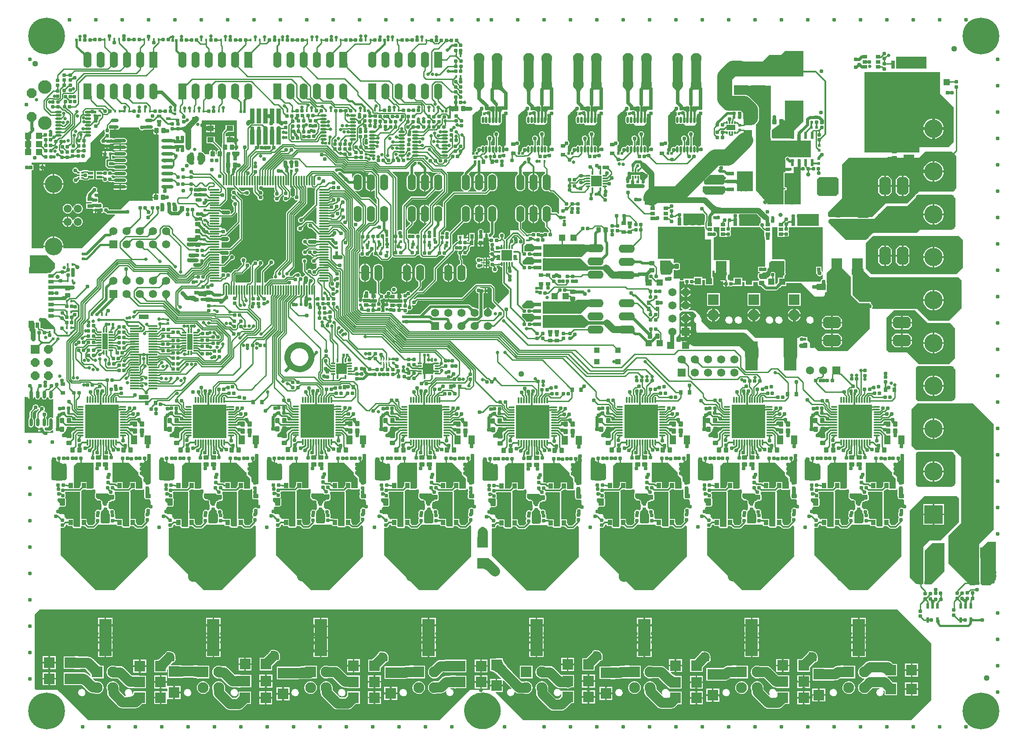
<source format=gbr>
G04 CAM350 V10.5 (Build 464) Date:  Wed Nov 01 10:35:13 2023 *
G04 Database: (Untitled) *
G04 Layer 6: gtl *
%FSLAX25Y25*%
%MOIN*%
%SFA1.000B1.000*%

%MIA0B0*%
%IPPOS*%
%AMA1gtl*
20,1,0.02700,-0.00810,0.00000,0.00810,0.00000,0.00000*
1,1,0.00880,-0.00810,-0.00910*
1,1,0.00880,-0.00810,0.00910*
20,1,0.00880,-0.00810,-0.00910,-0.00810,0.00910,0.00000*
1,1,0.00880,0.00810,-0.00910*
1,1,0.00880,0.00810,0.00910*
20,1,0.00880,0.00810,-0.00910,0.00810,0.00910,0.00000*
%
%AMA2gtl*
4,1,4,0.00000,0.01382,0.01382,0.00000,0.00000,-0.01382,-0.01382,0.00000,0.00000,0.01382,0.00000*
%
%AMA3gtl*
20,1,0.01620,-0.01350,0.00000,0.01350,0.00000,0.00000*
1,1,0.00880,-0.00910,0.00810*
1,1,0.00880,0.00910,0.00810*
20,1,0.00880,-0.00910,0.00810,0.00910,0.00810,0.00000*
1,1,0.00880,-0.00910,-0.00810*
1,1,0.00880,0.00910,-0.00810*
20,1,0.00880,-0.00910,-0.00810,0.00910,-0.00810,0.00000*
%
%AMA4gtl*
20,1,0.04240,-0.01025,0.00000,0.01025,0.00000,0.00000*
1,1,0.01160,-0.01025,-0.01540*
1,1,0.01160,-0.01025,0.01540*
20,1,0.01160,-0.01025,-0.01540,-0.01025,0.01540,0.00000*
1,1,0.01160,0.01025,-0.01540*
1,1,0.01160,0.01025,0.01540*
20,1,0.01160,0.01025,-0.01540,0.01025,0.01540,0.00000*
%
%AMA5gtl*
20,1,0.02050,-0.02120,0.00000,0.02120,0.00000,0.00000*
1,1,0.01160,-0.01540,0.01025*
1,1,0.01160,0.01540,0.01025*
20,1,0.01160,-0.01540,0.01025,0.01540,0.01025,0.00000*
1,1,0.01160,-0.01540,-0.01025*
1,1,0.01160,0.01540,-0.01025*
20,1,0.01160,-0.01540,-0.01025,0.01540,-0.01025,0.00000*
%
%AMA6gtl*
4,1,30,-0.02150,0.00000,-0.02101,0.00457,-0.01956,0.00893,-0.01721,0.01289,-0.01408,0.01625,-0.01030,0.01887,-0.00605,0.02063,-0.00152,0.02145,0.00307,0.02128,0.00752,0.02014,0.01163,0.01808,0.01521,0.01519,0.01810,0.01161,0.02015,0.00750,0.02128,0.00304,0.02144,-0.00155,0.02062,-0.00607,0.01886,-0.01032,0.01624,-0.01410,0.01287,-0.01722,0.00891,-0.01957,0.00455,-0.02101,-0.00003,-0.02150,-0.00460,-0.02100,-0.00896,-0.01954,-0.01291,-0.01719,-0.01627,-0.01406,-0.01888,-0.01028,-0.02064,-0.00602,-0.02145,-0.00150,-0.02150,0.00000,0.00000*
%
%AMA7gtl*
4,1,30,-0.02150,0.00000,-0.02101,0.00457,-0.01956,0.00893,-0.01721,0.01289,-0.01408,0.01625,-0.01030,0.01887,-0.00605,0.02063,-0.00152,0.02145,0.00307,0.02128,0.00752,0.02014,0.01163,0.01808,0.01521,0.01519,0.01810,0.01161,0.02015,0.00750,0.02128,0.00304,0.02144,-0.00155,0.02062,-0.00607,0.01886,-0.01032,0.01624,-0.01410,0.01287,-0.01722,0.00891,-0.01957,0.00455,-0.02101,-0.00003,-0.02150,-0.00460,-0.02100,-0.00896,-0.01954,-0.01291,-0.01719,-0.01627,-0.01406,-0.01888,-0.01028,-0.02064,-0.00602,-0.02145,-0.00150,-0.02150,0.00000,0.00000*
%
%AMA8gtl*
4,1,8,0.01346,0.03250,0.03250,0.01346,0.03250,-0.01346,0.01346,-0.03250,-0.01346,-0.03250,-0.03250,-0.01346,-0.03250,0.01346,-0.01346,0.03250,0.01346,0.03250,0.00000*
%
%AMA9gtl*
4,1,8,0.06800,0.02230,0.06800,-0.02230,0.04730,-0.04300,-0.04730,-0.04300,-0.06800,-0.02230,-0.06800,0.02230,-0.04730,0.04300,0.04730,0.04300,0.06800,0.02230,0.00000*
%
%AMA10gtl*
4,1,8,0.01512,0.03650,0.03650,0.01512,0.03650,-0.01512,0.01512,-0.03650,-0.01512,-0.03650,-0.03650,-0.01512,-0.03650,0.01512,-0.01512,0.03650,0.01512,0.03650,0.00000*
%
%AMA11gtl*
4,1,8,0.04300,0.04730,0.04300,-0.04730,0.02230,-0.06800,-0.02230,-0.06800,-0.04300,-0.04730,-0.04300,0.04730,-0.02230,0.06800,0.02230,0.06800,0.04300,0.04730,0.00000*
%
%ADD70C,0.01300*%
%ADD71C,0.01100*%
%ADD23C,0.01500*%
%ADD24C,0.02700*%
%ADD25C,0.00900*%
%ADD26C,0.01000*%
%ADD29R,0.08300X0.08300*%
%ADD72C,0.03100*%
%ADD73C,0.01800*%
%ADD30C,0.03300*%
%ADD31C,0.02500*%
%ADD32C,0.02300*%
%ADD33C,0.01900*%
%ADD34C,0.04300*%
%ADD35C,0.00950*%
%ADD36C,0.00955*%
%ADD37C,0.01310*%
%ADD38C,0.02100*%
%ADD39C,0.05300*%
%ADD40R,0.06206X0.06206*%
%ADD41C,0.06206*%
%ADD43R,0.06500X0.06500*%
%ADD44O,0.06300X0.12300*%
%ADD45R,0.06300X0.12300*%
%ADD46C,0.27859*%
%ADD47C,0.08300*%
%ADD48O,0.13898X0.13900*%
%ADD49R,0.13898X0.13900*%
%ADD50O,0.12300X0.06300*%
%ADD52C,0.10300*%
%ADD54C,0.13350*%
%ADD55C,0.06100*%
%ADD57C,0.02600*%
%ADD58C,0.08174*%
%ADD59C,0.03200*%
%ADD64C,0.03500*%
%ADD96C,0.00800*%
%ADD134C,0.01700*%
%ADD135C,0.01087*%
%ADD137R,0.05812X0.05418*%
%ADD138A1gtl*%
%ADD139R,0.09355X0.22347*%
%ADD140R,0.06549X0.01415*%
%ADD141R,0.07387X0.03450*%
%ADD142R,0.01481X0.01875*%
%ADD143R,0.01954X0.01954*%
%ADD144A2gtl*%
%ADD145A3gtl*%
%ADD146R,0.04187X0.12061*%
%ADD147R,0.01234X0.03400*%
%ADD148R,0.03400X0.01234*%
%ADD149R,0.01875X0.01481*%
%ADD150R,0.05100X0.05100*%
%ADD151R,0.02465X0.02268*%
%ADD152R,0.05812X0.02200*%
%ADD153R,0.01402X0.01875*%
%ADD154O,0.05024X0.01875*%
%ADD155A4gtl*%
%ADD156R,0.09355X0.28056*%
%ADD157R,0.13686X0.05812*%
%ADD158R,0.02662X0.03450*%
%ADD159O,0.01875X0.05024*%
%ADD160R,0.03450X0.02662*%
%ADD161R,0.06599X0.03843*%
%ADD162R,0.01284X0.02268*%
%ADD163R,0.02268X0.02465*%
%ADD164R,0.05221X0.03450*%
%ADD165A5gtl*%
%ADD166R,0.05812X0.02662*%
%ADD167R,0.07387X0.02662*%
%ADD168R,0.08371X0.08371*%
%ADD169O,0.03450X0.01402*%
%ADD170O,0.01402X0.03450*%
%ADD171R,0.06300X0.02700*%
%ADD172R,0.08200X0.08200*%
%ADD173R,0.04631X0.06993*%
%ADD174R,0.02465X0.04237*%
%ADD175R,0.04828X0.13489*%
%ADD176R,0.03253X0.04040*%
%ADD177R,0.06993X0.04631*%
%ADD178R,0.01087X0.02859*%
%ADD179R,0.01087X0.02662*%
%ADD180A6gtl*%
%ADD181O,0.05024X0.01284*%
%ADD182O,0.01284X0.05024*%
%ADD183R,0.20379X0.20379*%
%ADD184R,0.04237X0.03056*%
%ADD185R,0.05024X0.04434*%
%ADD186R,0.05024X0.04828*%
%ADD187R,0.05024X0.06009*%
%ADD188R,0.03031X0.04237*%
%ADD189R,0.03843X0.05812*%
%ADD190O,0.02662X0.06206*%
%ADD191R,0.03253X0.11324*%
%ADD192O,0.07387X0.01281*%
%ADD193O,0.01281X0.07387*%
%ADD194R,0.05024X0.03843*%
%ADD195O,0.09355X0.02662*%
%ADD196A7gtl*%
%ADD197R,0.03647X0.02662*%
%ADD198R,0.02700X0.02700*%
%ADD199R,0.03843X0.04237*%
%ADD200R,0.03843X0.01875*%
%ADD201R,0.01580X0.01363*%
%ADD202R,0.03450X0.02465*%
%ADD203O,0.06009X0.02465*%
%ADD204R,0.03765X0.02938*%
%ADD205R,0.04040X0.10930*%
%ADD206R,0.08600X0.05300*%
%ADD207R,0.14080X0.16442*%
%ADD208R,0.02465X0.05221*%
%ADD209R,0.12505X0.09749*%
%ADD210R,0.03100X0.05900*%
%ADD211R,0.20000X0.17300*%
%ADD212R,0.10930X0.04040*%
%ADD213R,0.02938X0.03765*%
%ADD214C,0.02268*%
%ADD215C,0.01450*%
%ADD216C,0.12300*%
%ADD217C,0.01200*%
%ADD218C,0.11300*%
%ADD219C,0.03000*%
%ADD220C,0.02900*%
%ADD221C,0.07800*%
%ADD222C,0.07300*%
%ADD223C,0.01400*%
%ADD224C,0.02200*%
%ADD225C,0.02800*%
%ADD226C,0.02000*%
%ADD227R,0.25694X0.25497*%
%ADD228A8gtl*%
%ADD229A9gtl*%
%ADD230A10gtl*%
%ADD231A11gtl*%
%ADD233R,0.00450X0.00450*%
%LNgtl*%
%LPD*%
G36*
X262285Y451805D02*
G01X262344D01*
X262349Y451802*
X262353Y451799*
X262356Y451795*
X262358Y451790*
X262360Y451785*
X262361Y451780*
Y451774*
X262360Y451769*
X262358Y451764*
X262355Y451759*
X262351Y451755*
X262347Y451752*
X262342Y451750*
X262341Y451749*
X262285Y451805*
G37*
G36*
X520668Y384817D02*
G01Y385414D01*
X520987Y385421*
X520988Y385420*
Y384810*
X520986Y384809*
X520668Y384817*
G37*
G36*
X29547Y477514D02*
G01Y478136D01*
X29548Y478137*
X29567Y478136*
X29875Y478124*
Y477533*
X29867Y477527*
X29553Y477512*
X29552*
X29547Y477514*
G37*
G36*
X426475Y420870D02*
G01X426513Y420864D01*
X426814Y420852*
Y420261*
X426799Y420255*
X426554Y420242*
X426521Y420234*
X426520Y420236*
X426475Y420870*
G37*
G36*
X130684Y418818D02*
G01Y419491D01*
X130691Y419484*
Y419483*
X130703Y419477*
X130704*
X130761Y419465*
X131036Y419452*
Y418855*
X130801Y418843*
G75*
G03X130684Y418818I-21J-187*
G37*
G36*
X318703Y373850D02*
G01X319384D01*
G03X319322Y373525I821J-325*
G01X319323Y373483*
X318723*
X318703Y373850*
G37*
G36*
X495511Y437361D02*
G01X495655Y437989D01*
X495680Y437992*
X495877*
X495902Y437989*
Y437342*
X495894Y437340*
X495515Y437355*
X495511Y437361*
G37*
G36*
X160646Y311645D02*
G01Y312243D01*
X161070Y312255*
X160978Y311626*
X160956Y311633*
X160646Y311645*
G37*
G36*
X53052Y483243D02*
G01Y483250D01*
G03X52967Y483436I-246J0*
G01X53653*
X53655Y483424*
X53663Y483032*
X53063*
X53052Y483243*
G37*
G36*
X235732Y340017D02*
G01Y340608D01*
X236170Y340633*
X236078Y339983*
X236055Y339992*
X235960Y340004*
X235753Y340011*
X235732Y340017*
G37*
G36*
X56467Y288854D02*
G01Y289603D01*
X56468*
G03X56863Y289525I328J624*
G01Y288928*
G03X56467Y288854I-110J-510*
G37*
G36*
X134471Y304231D02*
G01Y304992D01*
X134472*
G03X134861Y304908I274J324*
G01Y304318*
X134623Y304299*
G03X134471Y304231I-12J-178*
G37*
G36*
X57964Y304654D02*
G01Y305244D01*
G03X58361Y305325I43J805*
G01Y304570*
X58360*
X58357Y304579*
X58346Y304591*
X58328Y304604*
X58300Y304616*
X58219Y304635*
X57964Y304654*
G37*
G36*
X156494Y259848D02*
G01Y260494D01*
X156678Y260507*
G03X156765Y260532I16J107*
G01X156949Y259829*
X156946*
X156905Y259835*
X156494Y259848*
G37*
G36*
X161581Y418600D02*
G01X162269D01*
X162232Y418395*
X162225Y418109*
X161625*
X161603Y418544*
X161595Y418575*
X161581Y418600*
G37*
G36*
X220636D02*
G01X221324D01*
X221287Y418401*
X221280Y418109*
X220680*
X220658Y418544*
X220650Y418575*
X220636Y418600*
G37*
G36*
X143072Y414613D02*
G01Y415210D01*
X143512Y415235*
X143567Y415253*
Y414567*
X143557Y414575*
X143542Y414582*
X143519Y414588*
X143072Y414613*
G37*
G36*
X226140Y385090D02*
G01Y385681D01*
X226568Y385706*
X226632Y385725*
X226637Y385728*
X226638Y385725*
X226637Y385044*
X226636*
X226615Y385053*
X226564Y385066*
X226140Y385090*
G37*
G36*
X238356Y336844D02*
G01X238537Y336795D01*
X238830Y336782*
Y336185*
X238690Y336179*
G03X238446Y336123I-27J-441*
G01X238356Y336844*
G37*
G36*
X143061Y355562D02*
G01Y356153D01*
X143485Y356178*
X143559Y356196*
X143566Y356199*
X143567Y356196*
X143566Y355515*
X143546Y355525*
X143496Y355537*
X143061Y355562*
G37*
G36*
X233433Y351581D02*
G01X233434Y352262D01*
X233455Y352253*
X233474Y352246*
X233552Y352234*
X233939Y352215*
Y351624*
X233513Y351599*
X233440Y351581*
X233434Y351578*
X233433Y351581*
G37*
G36*
X226130Y347662D02*
G01Y348302D01*
X226149Y348309*
X226638Y348328*
Y348327*
Y347643*
X226637Y347642*
X226130Y347662*
G37*
G36*
X279032Y282241D02*
G01X279774D01*
X279749Y282167*
Y282166*
X279728Y281762*
X279078*
X279058Y282166*
Y282167*
X279032Y282241*
G37*
G36*
X646260Y259847D02*
G01Y260494D01*
G03X646537Y260550I54J445*
G01X646757Y259816*
X646737Y259822*
Y259823*
X646260Y259847*
G37*
G36*
X74703D02*
G01Y260494D01*
G03X74981Y260550I55J445*
G01X75200Y259816*
X75180Y259822*
Y259823*
X74703Y259847*
G37*
G36*
X103687Y285880D02*
G01Y286627D01*
X103695Y286633*
X103696*
X104128Y286642*
X104166Y286639*
Y286048*
X104063Y286042*
G03X103687Y285880I-78J-336*
G37*
G36*
X564959Y259847D02*
G01Y260494D01*
G03X565238Y260550I56J446*
G01X565457Y259816*
X565437Y259822*
Y259823*
X564959Y259847*
G37*
G36*
X483659D02*
G01Y260494D01*
G03X483937Y260550I55J446*
G01X484157Y259816*
X484137Y259822*
Y259823*
X483659Y259847*
G37*
G36*
X238688Y346555D02*
G01Y347152D01*
G03X239080Y347220I88J656*
G01X239193Y346486*
X239191*
X239188Y346492*
Y346493*
X239172Y346505*
X239143Y346517*
X238688Y346555*
G37*
G36*
X423456Y425157D02*
G01Y425747D01*
X423585Y425760*
G03X423817Y425865I50J198*
G01X423925Y425057*
X423923*
X423914Y425069*
Y425070*
X423892Y425088*
G03X423456Y425157I-321J-614*
G37*
G36*
X35373Y348912D02*
G01X36225D01*
G03X36087Y348564I370J-348*
X36100Y348452I508J2*
G01X35500*
X35486Y348688*
Y348699*
G03X35373Y348912I-258J0*
G37*
G36*
X562128Y387093D02*
G01X563012D01*
G03X562862Y386729I367J-364*
X562870Y386639I531J2*
G01X562270*
X562257Y386851*
G03X562128Y387093I-317J-14*
G37*
G36*
X226119Y355562D02*
G01Y356153D01*
X226545Y356178*
G03X226691Y356215I23J217*
G01X226690Y355497*
X226682Y355506*
X226672Y355512*
X226658Y355518*
X226640Y355525*
X226518Y355543*
X226119Y355562*
G37*
G36*
X150963Y293793D02*
G01X150974Y294216D01*
X151774Y294215*
X151783Y293705*
X151770*
X150963Y293793*
G37*
G36*
X89514Y275766D02*
G01Y276671D01*
X89515*
G03X89744Y276531I236J128*
G01X89978Y276512*
Y275921*
X89829Y275909*
G03X89514Y275766I-20J-374*
G37*
G36*
X261410Y451848D02*
G01Y451855D01*
X261412Y451861*
X261424Y451892*
X261494Y451998*
X261778Y452306*
X261782*
X261783*
X261787Y452303*
X262272Y451818*
X261426Y451817*
Y451818*
X261415Y451830*
X261411Y451836*
X261410Y451848*
G37*
G36*
X82776Y285762D02*
G01Y286353D01*
X82782Y286359*
X82928Y286365*
G03X83251Y286508I65J290*
G01Y285603*
X83250*
X83246Y285625*
G03X83088Y285731I-210J-143*
G01X82776Y285762*
G37*
G36*
X34546Y352980D02*
G01Y353578D01*
X34687Y353584*
G03X34896Y353658I35J234*
G01X35171Y353043*
X35180Y353030*
X35181Y353024*
X35178Y353018*
X35165Y353011*
X35116Y352999*
X34563Y352977*
X34546Y352980*
G37*
G36*
X99133Y249913D02*
G01X99225Y250144D01*
X99244Y250314*
X99243Y250355*
X99844*
G03X99835Y250237I785J-119*
X99952Y249826I779J0*
G01X99907*
X99143Y249907*
X99133Y249913*
G37*
G36*
X233243Y327371D02*
G01X234158Y327370D01*
G03X234026Y327106I200J-265*
X234031Y327054I332J6*
G01X234025Y326892*
X233375*
X233361Y327140*
G03X233363Y327166I-237J31*
X233243Y327371I-234J1*
G37*
G36*
X89514Y273788D02*
G01Y274711D01*
X89516*
G03X89680Y274577I177J49*
G01X89850Y274553*
X89990Y274546*
Y273949*
X89740Y273931*
G03X89514Y273788I8J-263*
G37*
G36*
X626033Y257801D02*
G01X626036Y257807D01*
X626040Y257826*
X626048Y257894*
X626058Y258398*
X626758*
X626787Y257801*
X626033*
G37*
G36*
X544733D02*
G01X544736Y257807D01*
X544740Y257826*
X544748Y257894*
X544759Y258398*
X545458*
X545487Y257801*
X544733*
G37*
G36*
X463433D02*
G01X463436Y257807D01*
X463440Y257826*
X463448Y257894*
X463459Y258398*
X464159*
X464187Y257801*
X463433*
G37*
G36*
X136268D02*
G01X136271Y257807D01*
X136275Y257826*
X136283Y257894*
X136293Y258398*
X136993*
X137022Y257801*
X136268*
G37*
G36*
X54477D02*
G01X54480Y257807D01*
X54492Y257900*
X54502Y258398*
X55202*
X55231Y257801*
X54477*
G37*
G36*
X299850D02*
G01X299853Y257807D01*
X299863Y257863*
X299876Y258398*
X300576*
X300605Y257801*
X299850*
G37*
G36*
X381376Y257502D02*
G01X381380Y257508D01*
X381381*
Y257509*
X381393Y257602*
X381403Y258100*
X382103Y258099*
X382132Y257502*
X381376*
G37*
G36*
X217793Y257894D02*
G01X217797Y257900D01*
X217802Y257919*
X217810Y257994*
X217820Y258491*
X218520*
X218549Y257894*
X217793*
G37*
G36*
X13148Y310165D02*
G01X14072D01*
G03X13956Y310039I101J-209*
G01X13955Y310038*
X13910Y309698*
Y309673*
X13310*
X13292Y309928*
X13293Y309945*
G03X13148Y310165I-239J0*
G37*
G36*
X216734Y479915D02*
G01X217155Y480335D01*
X217156*
X217160*
X217161*
X217165Y480332*
X217341Y480177*
X217363Y480164*
X217388Y480158*
X216987Y479632*
X216951Y479685*
X216734Y479915*
G37*
G36*
X305860Y474261D02*
G01X306756Y474248D01*
G03X306663Y473993I469J-316*
G01X306652Y473738*
X306052*
X306033Y474006*
Y474022*
G03X305860Y474261I-252J0*
G37*
G36*
X277064Y287858D02*
G01X277073Y287877D01*
X277083Y287914*
X277110Y288499*
X277760*
X277788Y287908*
X277797Y287877*
X277806Y287858*
X277064*
G37*
G36*
X200052Y444340D02*
G01X200234Y444546D01*
X200250Y444570*
X200264Y444608*
X200743Y444129*
G03X200595Y444029I71J-265*
G01X200475Y443915*
X200056Y444334*
X200052Y444340*
G37*
G36*
X275092Y282241D02*
G01X275840D01*
X275835Y282235*
X275829Y282222*
X275819Y282185*
X275791Y281600*
X275141Y281601*
X275114Y282185*
X275092Y282241*
G37*
G36*
X277061D02*
G01X277809D01*
X277794Y282210*
X277760Y281600*
X277110Y281601*
X277082Y282185*
X277061Y282241*
G37*
G36*
X122127Y294415D02*
G01Y295006D01*
X122286Y295018*
G03X122656Y295210I39J378*
G01X122644Y294293*
X122643*
X122640Y294308*
Y294309*
X122639*
G03X122190Y294408I-336J-456*
G01X122127Y294415*
G37*
G36*
X122121Y296387D02*
G01Y296977D01*
X122142Y296984*
X122377Y297002*
G03X122656Y297188I26J263*
G01X122644Y296265*
X122643*
X122639Y296281*
X122626Y296299*
Y296300*
G03X122354Y296374I-233J-320*
G01X122121Y296387*
G37*
G36*
X268447Y374553D02*
G01X269258D01*
X269259*
X269264Y374547*
X269270Y374534*
X269280Y374503*
X269307Y373962*
X268707*
X268694Y374180*
G03X268600Y374460I-568J-35*
X268447Y374553I-185J-132*
G37*
G36*
X482740Y308062D02*
G01X482848Y308954D01*
X483107Y308908*
X483314Y308902*
Y308106*
X482789Y308075*
X482754Y308068*
X482744Y308062*
X482740*
G37*
G36*
X258915Y163760D02*
G01X259921D01*
X259918Y163250*
X258918*
X258915Y163760*
G37*
G36*
X585853Y163666D02*
G01X586860D01*
X586857Y163156*
X585856*
X585853Y163666*
G37*
G36*
X177388D02*
G01X178395D01*
X178391Y163156*
X177391*
X177388Y163666*
G37*
G36*
X667153D02*
G01X668160D01*
X668157Y163156*
X667157*
X667153Y163666*
G37*
G36*
X504553D02*
G01X505560D01*
X505557Y163156*
X504557Y163157*
X504553Y163666*
G37*
G36*
X95596D02*
G01X96603D01*
X96600Y163156*
X95600*
X95596Y163666*
G37*
G36*
X422497Y163368D02*
G01X423504D01*
X423501Y162858*
X422501*
X422497Y163368*
G37*
G36*
X94030Y306968D02*
G01X94064Y306980D01*
X94065*
G03X94195Y307247I-209J267*
X94188Y307316I-342J0*
G01X94788*
X94783Y307212*
G03X94891Y306719I1188J2*
G01X94872*
X94030Y306968*
G37*
G36*
X340970Y163666D02*
G01X341978D01*
X341974Y163156*
X340974Y163157*
X340970Y163666*
G37*
G36*
X82652Y295323D02*
G01Y295914D01*
X82823Y295926*
G03X83251Y296187I71J365*
G01X83239Y295335*
X83236Y295329*
X82652Y295323*
G37*
G36*
X179246Y335638D02*
G01X180038Y335637D01*
G03X179930Y335145I1066J-492*
X179942Y334978I1191J2*
G01X179342*
X179316Y335476*
G03X179246Y335638I-253J-13*
G37*
G36*
X70176Y304480D02*
G01Y305422D01*
X70177*
G03X70472Y305282I281J212*
G01X70732Y305269*
Y304672*
X70603Y304666*
G03X70176Y304480I-95J-365*
G37*
G36*
X267085Y377097D02*
G01X267685D01*
X267698Y376880*
X267733Y376711*
G03X267954Y376494I273J57*
G01X267106Y376506*
X267104Y376513*
X267100Y376537*
X267085Y377097*
G37*
G36*
X194995Y418712D02*
G01X195784D01*
G03X195679Y418395I427J-317*
X195694Y418270I533J1*
G01X195690Y418047*
X195090*
X195063Y418550*
G03X194995Y418712I-248J-9*
G37*
G36*
X293656Y376195D02*
G01X293674Y376201D01*
X293675*
X293690Y376214*
X293691*
X293703Y376232*
Y376233*
X293756Y376462*
X293765Y376718*
X294565*
X294567Y376612*
X294565Y376561*
G03X294674Y376195I668J0*
G01X293656*
G37*
G36*
X595116Y433168D02*
G01X596126D01*
G03X596020Y432683I1060J-486*
G01X596021Y432640*
X595221*
X595200Y432982*
G03X595116Y433168I-259J-5*
G37*
G36*
X82639Y299260D02*
G01Y299851D01*
X82820Y299864*
X83086Y299926*
G03X83251Y300135I-79J232*
G01X83239Y299273*
X83238Y299267*
X82639Y299260*
G37*
G36*
X334228Y265051D02*
G01X334283Y264924D01*
Y264923*
X334284*
G03X334839Y264774I483J691*
G01X334840Y264768*
Y264177*
X334829Y264174*
X334240Y264189*
X334228Y265051*
G37*
G36*
X258338Y372345D02*
G01X258938D01*
X258951Y372121*
G03X258949Y372088I363J-39*
X259221Y371735I365J0*
G01X258349Y371748*
X258348Y371754*
X258344Y371804*
X258338Y372345*
G37*
G36*
X64790Y290172D02*
G01X65704D01*
G03X65562Y289886I217J-286*
G01Y289874*
X65547Y289581*
X64947*
X64930Y289886*
Y289896*
G03X64790Y290172I-342J0*
G37*
G36*
X227613Y257845D02*
G01X227623Y257851D01*
X227624*
X227640Y257869*
X227641*
X227656Y257900*
G03X227709Y258253I-1146J353*
G01X227708Y258299*
X227713Y258529*
X228313*
X228341Y258013*
X228370Y257901*
X228385Y257869*
X228386*
X228402Y257851*
X228413Y257844*
X227613Y257845*
G37*
G36*
X114153Y287448D02*
G01Y288045D01*
X114380Y288057*
G03X114757Y288194I19J535*
G01X114643Y287283*
X114642*
X114641Y287305*
X114631Y287330*
G03X114484Y287417I-168J-116*
G01X114311Y287441*
X114153Y287448*
G37*
G36*
X455388Y383567D02*
G01Y384164D01*
X455974Y384179*
X455988Y384176*
X456000Y383280*
X455998*
X455993Y383324*
X455974Y383374*
X455944Y383417*
G03X455388Y383567I-416J-436*
G37*
G36*
X378994Y376917D02*
G01X379037Y376935D01*
X379070Y376960*
G03X379208Y377350I-483J390*
X379196Y377470I-623J-2*
G01X379796*
X379799Y377358*
G03X379790Y377274I403J-86*
X379998Y376917I412J1*
G01X378994*
G37*
G36*
X652072Y515199D02*
G01Y516240D01*
X652074*
G03X652278Y516094I231J108*
G01X652608Y516062*
Y515372*
G03X652154Y515297I-23J-1275*
G01X652124Y515279*
Y515278*
X652072Y515199*
G37*
G36*
X280110Y467717D02*
G01X280155Y467736D01*
X280189Y467760*
Y467761*
G03X280316Y468212I-738J451*
G01X280314Y468271*
X280914*
X280919Y468146*
G03X280913Y468079I416J-71*
X281118Y467717I422J0*
G01X280110*
G37*
G36*
X269031Y448533D02*
G01X269033Y448539D01*
X269454Y448959*
G03X269724Y448806I297J209*
G01X269335Y448152*
X269334Y448166*
X269328Y448185*
X269315Y448210*
X269031Y448533*
G37*
G36*
X127100Y309543D02*
G01X127117Y309549D01*
X127131Y309561*
Y309562*
G03X127199Y309854I-677J312*
G01X127209Y310140*
X127809*
X127831Y309835*
G03X128039Y309543I354J32*
G01X127100*
G37*
G36*
X134471Y298241D02*
G01Y299176D01*
X134473*
G03X134633Y299049I178J60*
G01X134818Y299018*
X135071Y299005*
Y298408*
G03X134613Y298358I-65J-1532*
X134471Y298241I23J-172*
G37*
G36*
X70176Y294639D02*
G01Y295575D01*
X70178*
G03X70320Y295453I193J82*
G01X70468Y295422*
X70776Y295404*
Y294807*
G03X70281Y294744I-77J-1370*
X70176Y294639I43J-148*
G37*
G36*
X122044Y298408D02*
G01Y299005D01*
G03X122503Y299055I69J1494*
X122644Y299173I-31J180*
G01Y298237*
X122642*
X122638Y298258*
Y298259*
G03X122044Y298408I-482J-663*
G37*
G36*
X57749Y302682D02*
G01Y303279D01*
G03X58188Y303322I82J1430*
X58349Y303446I-9J178*
G01Y302511*
X58347*
Y302514*
G03X58208Y302632I-173J-63*
G01X58061Y302663*
X57749Y302682*
G37*
G36*
X70176Y298576D02*
G01Y299512D01*
X70178*
G03X70318Y299391I193J82*
G01X70465Y299360*
X70776Y299341*
Y298744*
X70460Y298725*
G03X70176Y298576I-26J-296*
G37*
G36*
X57749Y296729D02*
G01Y297326D01*
X58069Y297351*
G03X58349Y297537I-28J346*
G01Y296601*
X58347*
X58344Y296616*
X58343Y296617*
G03X58035Y296716I-295J-391*
G01X57749Y296729*
G37*
G36*
Y298744D02*
G01Y299341D01*
X57896Y299347*
G03X58349Y299509I91J460*
G01Y298573*
X58347*
X58343Y298594*
Y298595*
G03X58137Y298713I-263J-220*
G01X57749Y298744*
G37*
G36*
X122044Y302346D02*
G01Y302943D01*
X122360Y302962*
G03X122644Y303111I-8J361*
G01Y302175*
X122642*
X122641Y302178*
G03X122502Y302296I-173J-63*
G01X122350Y302327*
X122044Y302346*
G37*
G36*
X57749Y294807D02*
G01Y295404D01*
X57888Y295410*
G03X58349Y295571I95J468*
G01Y294635*
X58348*
X58343Y294657*
G03X58258Y294738I-170J-93*
X57749Y294807I-386J-936*
G37*
G36*
X64776Y309879D02*
G01X64802Y309885D01*
X64803*
X64833Y309904*
X64856Y309928*
G03X64966Y310311I-616J384*
X64947Y310476I-726J0*
G01X65547*
X65550Y310351*
Y310327*
G03X65613Y309972I1035J1*
X65718Y309879I131J42*
G01X64776*
G37*
G36*
X62807D02*
G01X62834Y309885D01*
X62835*
X62864Y309903*
X62887Y309928*
X62888*
G03X62984Y310373I-982J445*
X62979Y310476I-1104J-2*
G01X63579*
X63580Y310357*
G03X63570Y310257I477J-98*
X63750Y309879I487J0*
G01X62807*
G37*
G36*
X57749Y300716D02*
G01Y301307D01*
G03X58251Y301375I106J1101*
X58349Y301480I-33J129*
G01Y300539*
X58348*
X58344Y300560*
X58343Y300561*
G03X57789Y300710I-423J-469*
G01X57749Y300716*
G37*
G36*
X134471Y296269D02*
G01Y297211D01*
X134472*
G03X134784Y297052I252J108*
G01X135071Y297033*
Y296443*
G03X134570Y296374I-75J-1307*
X134471Y296269I34J-132*
G37*
G36*
X70176Y302514D02*
G01Y303456D01*
X70177*
X70178Y303453*
G03X70776Y303347I478J958*
G01Y302750*
X70466Y302725*
G03X70176Y302514I32J-349*
G37*
G36*
Y300542D02*
G01Y301484D01*
X70177*
G03X70485Y301325I250J106*
G01X70776Y301307*
Y300716*
X70578Y300704*
G03X70176Y300542I-46J-466*
G37*
G36*
X134471Y300206D02*
G01Y301148D01*
X134472*
G03X134779Y300990I268J144*
G01X135071Y300971*
Y300380*
X134882Y300368*
G03X134471Y300206I-37J-509*
G37*
G36*
X122044Y304336D02*
G01Y304933D01*
X122409Y304958*
G03X122644Y305082I-59J397*
G01Y304140*
X122643*
X122638Y304168*
Y304169*
G03X122376Y304311I-275J-194*
G01X122044Y304336*
G37*
G36*
X103687Y291405D02*
G01Y292415D01*
X103688*
X103739Y292293*
Y292292*
G03X104247Y292163I444J686*
G01Y291572*
X103990Y291553*
X103776Y291503*
X103742Y291485*
Y291484*
X103687Y291405*
G37*
G36*
X635840Y257745D02*
G01X635858Y257751D01*
X635876Y257770*
X635880Y257776*
X635895Y257807*
X635924Y257925*
X635951Y258435*
X636551*
X636580Y257919*
X636592Y257857*
X636607Y257807*
X636662Y257745*
X635840*
G37*
G36*
X554540D02*
G01X554558Y257751D01*
X554576Y257770*
X554580Y257776*
X554595Y257807*
X554624Y257925*
X554651Y258435*
X555251*
X555280Y257919*
X555292Y257857*
X555307Y257807*
X555362Y257745*
X554540*
G37*
G36*
X473240D02*
G01X473258Y257751D01*
X473276Y257770*
X473280Y257776*
X473295Y257807*
X473324Y257925*
X473351Y258435*
X473951*
X473980Y257919*
X473992Y257857*
X474007Y257807*
X474062Y257745*
X473240*
G37*
G36*
X70176Y296601D02*
G01Y297547D01*
X70177*
G03X70377Y297407I241J131*
G01X70776Y297369*
Y296778*
X70493Y296760*
X70275Y296710*
X70274*
X70229Y296685*
X70201Y296660*
X70183Y296629*
X70177Y296601*
X70176*
G37*
G36*
X122044Y300380D02*
G01Y300971D01*
X122331Y300990*
X122546Y301039*
X122591Y301064*
X122619Y301089*
X122638Y301120*
X122643Y301148*
X122644*
Y300203*
X122643*
X122639Y300224*
Y300225*
X122638*
G03X122081Y300374I-467J-631*
G01X122044Y300380*
G37*
G36*
X309657Y257745D02*
G01X309676Y257751D01*
X309693Y257770*
X309697Y257776*
X309712Y257807*
X309741Y257925*
X309768Y258435*
X310368*
X310397Y257919*
X310409Y257857*
X310424Y257807*
X310479Y257745*
X309657*
G37*
G36*
X64283D02*
G01X64302Y257751D01*
X64319Y257770*
X64323Y257776*
X64338Y257807*
X64367Y257925*
X64394Y258435*
X64994*
X65023Y257919*
X65035Y257857*
X65050Y257807*
X65105Y257745*
X64283*
G37*
G36*
X89514Y307142D02*
G01Y308170D01*
X89519Y308168*
X89629Y308143*
X90061Y308124*
Y307129*
X89514Y307142*
G37*
G36*
X391183Y257446D02*
G01X391201Y257452D01*
Y257453*
X391202*
X391219Y257471*
X391220*
G03X391292Y257867I-1047J395*
G01X391291Y257900*
X391296Y258137*
X391896*
X391924Y257621*
X391951Y257509*
Y257508*
X392008Y257447*
X391183Y257446*
G37*
G36*
X483588Y322799D02*
G01X483589Y322819D01*
G03X483359Y323184I-405J0*
G01X484307Y323178*
G03X484186Y322738I740J-440*
X484200Y322581I875J-1*
G01X483599*
X483588Y322799*
G37*
G36*
X633876Y257733D02*
G01X633885Y257739D01*
X633903Y257757*
X633922Y257795*
X633952Y257913*
X633982Y258442*
X634583*
X634614Y257907*
X634643Y257795*
X634662Y257757*
X634679Y257739*
X634689Y257733*
X633876*
G37*
G36*
X552576D02*
G01X552585Y257739D01*
X552603Y257757*
X552622Y257795*
X552652Y257913*
X552683Y258442*
X553283*
X553314Y257907*
X553343Y257795*
X553362Y257757*
X553379Y257739*
X553389Y257733*
X552576*
G37*
G36*
X471276D02*
G01X471285Y257739D01*
X471303Y257757*
X471322Y257795*
X471352Y257913*
X471383Y258442*
X471983*
X472014Y257907*
X472043Y257795*
X472062Y257757*
X472079Y257739*
X472089Y257733*
X471276*
G37*
G36*
X256703Y459758D02*
G01Y459761D01*
X256708Y459773*
X256715Y459804*
X256739Y460408*
X256757Y460414*
X256790Y460420*
Y460421*
X256796Y460497*
X256866Y460426*
X256867*
X257318Y460473*
X257333*
X257339Y460470*
X257336Y460395*
X257379Y460103*
G03X257480Y460004I137J39*
G01X257327Y459954*
G03X257326Y459953I0J-1*
G01X257403Y459873*
X257401Y459867*
X257341Y459755*
X256739*
Y459760*
Y459761*
X256722*
X256721Y459760*
Y459758*
X256703*
G37*
G36*
X62319Y257733D02*
G01X62328Y257739D01*
X62346Y257757*
X62365Y257795*
G03X62422Y258158I-1134J364*
G01X62421Y258199*
X62426Y258442*
X63026*
X63057Y257907*
X63086Y257795*
X63105Y257757*
X63123Y257739*
X63133Y257733*
X62319*
G37*
G36*
X208391Y228297D02*
G01X209446D01*
G03X209356Y227896I852J-402*
X209368Y227750I958J5*
G01X208468*
X208445Y228166*
Y228167*
X208391Y228297*
G37*
G36*
X307693Y257733D02*
G01X307702Y257739D01*
X307720Y257757*
X307739Y257795*
G03X307796Y258158I-1134J364*
G01X307795Y258199*
X307800Y258442*
X308400Y258441*
G03X308393Y258299I1453J-143*
X308507Y257733I1461J0*
G01X307693*
G37*
G36*
X371969Y227905D02*
G01X373033D01*
G03X372951Y227388I1580J-516*
G01Y227358*
X372051*
X372028Y227768*
G03X372029Y227783I-158J18*
X371969Y227905I-154J0*
G37*
G36*
X389216Y257434D02*
G01X389228Y257440D01*
X389246Y257459*
X389266Y257496*
G03X389324Y257845I-1022J349*
G01X389322Y257900*
X389327Y258143*
X389927*
X389929Y258006*
X389925Y257919*
G03X390038Y257434I1094J-1*
G01X389216*
G37*
G36*
X621605Y275852D02*
G01X621702Y275731D01*
X621864Y275672*
X622162Y275647*
X622185Y275641*
Y274951*
G03X621617Y274845I-110J-985*
G01X621605Y275852*
G37*
G36*
X290440Y228204D02*
G01X291508D01*
G03X291413Y227796I833J-409*
X291424Y227657I944J5*
G01X290524*
X290501Y228067*
G03X290502Y228082I-156J18*
X290440Y228204I-152J-1*
G37*
G36*
X126857D02*
G01X127925D01*
G03X127836Y227925I391J-278*
X127845Y227837I480J5*
G01X127841Y227657*
X126941*
X126919Y228067*
G03X126857Y228204I-200J-8*
G37*
G36*
X45066D02*
G01X46134D01*
G03X46038Y227801I798J-403*
X46050Y227657I908J3*
G01X45150*
X45127Y228067*
G03X45128Y228082I-156J18*
X45066Y228204I-152J0*
G37*
G36*
X616622D02*
G01X617691D01*
G03X617596Y227798I819J-406*
X617607Y227657I929J2*
G01X616707*
X616684Y228067*
G03X616622Y228204I-207J-11*
G37*
G36*
X535322D02*
G01X536391D01*
G03X536296Y227798I819J-406*
X536307Y227657I929J2*
G01X535407*
X535384Y228067*
G03X535322Y228204I-207J-11*
G37*
G36*
X454022D02*
G01X455091D01*
G03X454996Y227798I819J-406*
X455007Y227657I929J2*
G01X454107*
X454084Y228067*
G03X454022Y228204I-207J-11*
G37*
G36*
X94147Y254013D02*
G01Y254604D01*
X94445Y254622*
G03X94747Y254684I78J386*
G01X94759Y253727*
X94757*
X94752Y253764*
X94735Y253814*
X94706Y253857*
G03X94209Y254006I-393J-407*
G01X94147Y254013*
G37*
G36*
X414039Y344514D02*
G01X415075Y344502D01*
G03X414907Y344364I75J-263*
X414844Y343973I1182J-391*
G01Y343942*
X414244*
X414233Y344154*
X414234Y344176*
G03X414039Y344514I-391J0*
G37*
G36*
X548294Y464240D02*
G01X548726Y464653D01*
X548728Y464650*
X549003Y464122*
Y464121*
X549002Y464115*
X548994Y464103*
X548717Y463815*
X548298Y464234*
X548294Y464240*
G37*
G36*
X225629Y257826D02*
G01X225644Y257832D01*
X225662Y257850*
X225663Y257851*
X225683Y257888*
G03X225741Y258246I-1086J360*
G01X225739Y258299*
X225744Y258541*
X226344*
X226377Y258000*
X226406Y257888*
X226426Y257851*
Y257850*
X226444Y257832*
X226460Y257826*
X225629*
G37*
G36*
X466103Y389899D02*
G01X466134Y389905D01*
X466165Y389917*
Y389918*
G03X466346Y390328I-376J411*
X466329Y390465I-558J0*
G01X466929*
X466940Y390253*
G03X466938Y390212I321J-36*
X467161Y389905I323J0*
G01X466103Y389899*
G37*
G36*
X126533Y290067D02*
G01Y290657D01*
X126700Y290670*
G03X127105Y290906I73J341*
G01X127093Y289852*
X127091*
X127087Y289880*
X127072Y289917*
G03X126533Y290067I-421J-470*
G37*
G36*
X17532Y440496D02*
G01X17820Y440521D01*
X17895Y440540*
G03X18096Y440732I-46J250*
G01Y439660*
X18094*
X18090Y439694*
X18074Y439737*
G03X17900Y439855I-249J-180*
G01X17828Y439874*
X17532Y439899*
Y440496*
G37*
G36*
X138229Y345075D02*
G01X138240Y346072D01*
X138242*
G03X138560Y345964I268J266*
G01X138840Y345951*
Y345354*
X138549Y345329*
G03X138229Y345075I-16J-308*
G37*
G36*
X294666Y437766D02*
G01Y438851D01*
X294668*
G03X294753Y438705I193J15*
X295238Y438605I379J610*
G01Y438008*
X295089Y438002*
G03X294666Y437766I-75J-363*
G37*
G36*
X108926Y313808D02*
G01X108984Y313673D01*
G03X109538Y313524I450J570*
G01Y312933*
X109521Y312927*
X109369Y312921*
G03X108938Y312790I-91J-475*
G01X108926Y313808*
G37*
G36*
X481792Y345360D02*
G01Y345957D01*
X481937Y345964*
G03X482365Y346199I78J365*
G01Y345108*
X482364*
X482358Y345149*
X482341Y345192*
G03X481792Y345360I-422J-397*
G37*
G36*
X600060Y458729D02*
G01X600090Y458735D01*
X600091*
X600111Y458747*
G03X600237Y459142I-558J396*
X600221Y459288I-684J-1*
G01X601021*
X601024Y459170*
G03X601015Y459082I449J-90*
X601182Y458729I458J1*
G01X600060*
G37*
G36*
X139328Y364152D02*
G01Y365256D01*
X139329*
G03X139900Y365147I418J639*
G01Y364252*
G03X139328Y364152I-119J-1007*
G37*
G36*
X539242Y457410D02*
G01X540177Y457409D01*
G03X540052Y456914I919J-495*
X540068Y456732I1058J1*
G01X539281*
X539244Y457403*
Y457404*
X539242Y457410*
G37*
G36*
X537273D02*
G01X538208Y457409D01*
G03X538084Y456915I916J-493*
X538100Y456732I1055*
G01X537312*
X537275Y457403*
Y457404*
X537273Y457410*
G37*
G36*
X467343Y265116D02*
G01Y265122D01*
X467653Y265464*
X467659Y265474*
X467661Y265471*
X468094Y264818*
G03X467837Y264628I176J-506*
G01X467833*
X467832*
X467828Y264631*
X467343Y265116*
G37*
G36*
X548643D02*
G01Y265122D01*
X548953Y265464*
X548959Y265474*
X548961Y265471*
X549394Y264818*
G03X549137Y264628I181J-514*
G01X549133*
X549132*
X549128Y264631*
X548643Y265116*
G37*
G36*
X629943D02*
G01Y265122D01*
X630253Y265464*
X630259Y265474*
X630261Y265471*
X630695Y264818*
G03X630437Y264628I180J-514*
G01X630433*
X630432*
X630428Y264631*
X629943Y265116*
G37*
G36*
X58386D02*
G01Y265122D01*
X58696Y265464*
X58702Y265474*
X58704Y265471*
X59138Y264818*
G03X58881Y264628I198J-537*
G01X58876*
X58875*
X58871Y264631*
X58386Y265116*
G37*
G36*
X329753Y517307D02*
G01X329778Y517313D01*
X329811Y517325*
X329855Y517356*
G03X330004Y517767I-492J411*
X329991Y517898I-643J2*
G01X330591Y517897*
X330595Y517773*
G03X330588Y517696I428J-78*
X330830Y517307I435J1*
G01X329753*
G37*
G36*
X35288Y357422D02*
G01X36369D01*
G03X36221Y357315I80J-266*
X36124Y356915I774J-399*
X36128Y356831I877J0*
G01X35528*
X35516Y357049*
X35517Y357075*
G03X35288Y357422I-376J1*
G37*
G36*
X74093Y528348D02*
G01X75176D01*
G03X75031Y528248I67J-253*
X74931Y527833I811J-415*
G01X74934Y527757*
X74334*
X74322Y527975*
X74308Y528062*
Y528065*
G03X74093Y528348I-293J1*
G37*
G36*
X34484Y329722D02*
G01X35568D01*
G03X35335Y329430I144J-354*
G01X35308Y329131*
X34708*
X34695Y329355*
G03X34616Y329629I-659J-42*
X34484Y329722I-166J-95*
G37*
G36*
X305705Y475792D02*
G01X305748Y475797D01*
X305798Y475816*
X305843Y475847*
G03X306004Y476270I-477J424*
X305990Y476401I-641J-2*
G01X306590*
X306591Y476282*
G03X306580Y476179I470J-102*
X306760Y475804I481J0*
G01X305705Y475792*
G37*
G36*
X285513Y438823D02*
G01X286113D01*
X286116Y438705*
G03X286103Y438613I315J-91*
X286333Y438300I328J0*
G01X285611Y438058*
X285597Y438052*
Y438051*
X285583Y438038*
X285567Y438045*
Y438046*
X285555Y438070*
X285543Y438120*
X285513Y438823*
G37*
G36*
X100118Y507733D02*
G01X101208D01*
G03X101067Y507637I75J-262*
X100959Y507224I732J-412*
X100963Y507142I846J0*
G01X100363*
X100350Y507360*
X100351Y507383*
G03X100118Y507733I-380J-1*
G37*
G36*
X120446Y475356D02*
G01X120476Y475362D01*
X120509Y475374*
G03X120666Y475648I-232J315*
G01X120691Y475947*
X121291*
X121303Y475729*
X121336Y475567*
G03X121537Y475356I265J51*
G01X120446*
G37*
G36*
X97587Y475406D02*
G01X97618Y475412D01*
X97651Y475424*
G03X97851Y475857I-369J433*
X97834Y475996I-570J1*
G01X98434*
X98438Y475878*
G03X98430Y475797I423J-83*
X98682Y475405I431J0*
G01X97587Y475406*
G37*
G36*
X81887D02*
G01X81918Y475412D01*
X81951Y475424*
G03X82151Y475857I-369J433*
X82134Y475996I-570J1*
G01X82734*
X82738Y475878*
G03X82730Y475797I423J-83*
X82982Y475405I431J0*
G01X81887Y475406*
G37*
G36*
X602943Y269097D02*
G01X603956Y269190D01*
G03X603806Y268866I276J-325*
G01Y268848*
X603792Y268550*
X603092*
X603075Y268836*
Y268837*
G03X602943Y269097I-323J-1*
G37*
G36*
X63343Y528149D02*
G01X64441D01*
G03X64260Y527999I76J-276*
X64191Y527586I1200J-413*
G01Y527558*
X63591*
X63579Y527776*
G03X63491Y528056I-615J-40*
X63343Y528149I-171J-108*
G37*
G36*
X104085D02*
G01X105184D01*
G03X105003Y527999I73J-272*
X104934Y527581I1233J-418*
G01Y527558*
X104334*
X104322Y527776*
X104308Y527863*
Y527866*
G03X104085Y528149I-290J1*
G37*
G36*
X93141D02*
G01X94241D01*
G03X94060Y527999I76J-276*
X93991Y527586I1200J-413*
G01Y527558*
X93391*
X93379Y527776*
X93365Y527863*
Y527867*
G03X93141Y528149I-289J0*
G37*
G36*
X34478Y321623D02*
G01X35579D01*
G03X35397Y321473I74J-276*
X35328Y321060I1200J-413*
G01Y321032*
X34728*
X34716Y321250*
G03X34722Y321314I-314J62*
X34478Y321623I-318J0*
G37*
G36*
X205483Y475505D02*
G01X205517Y475511D01*
X205550Y475524*
G03X205751Y475958I-370J435*
X205734Y476096I-572J0*
G01X206334*
X206338Y475978*
G03X206330Y475897I420J-82*
X206586Y475505I428J0*
G01X205483*
G37*
G36*
X110348Y312933D02*
G01Y313524D01*
X110589Y313543*
G03X110960Y313809I6J383*
G01X110948Y312743*
X110947*
X110942Y312771*
X110925Y312802*
X110893Y312833*
G03X110733Y312896I-237J-366*
G01X110611Y312914*
X110356Y312927*
X110348Y312933*
G37*
G36*
X35276Y346772D02*
G01X35309Y346778D01*
X35342Y346791*
G03X35503Y347065I-229J319*
G01X35528Y347363*
X36128*
X36132Y347239*
G03X36120Y347143I382J-96*
X36381Y346772I394J0*
G01X35276*
G37*
G36*
X329631Y509817D02*
G01X329680Y509836D01*
X329727Y509867*
G03X329886Y510290I-483J423*
X329873Y510421I-645J2*
G01X330473Y510420*
X330477Y510296*
G03X330474Y510240I489J-54*
X330715Y509817I492J0*
G01X329631*
G37*
G36*
X288747Y469465D02*
G01X288764D01*
X289765Y469340*
X289763Y469328*
X289753Y468818*
X288753*
X288747Y469465*
G37*
G36*
X123661Y307055D02*
G01X123715Y307073D01*
X123760Y307104*
G03X123921Y307527I-478J424*
X123907Y307658I-642J-2*
G01X124507*
X124511Y307534*
G03X124503Y307451I431J-83*
X124754Y307055I439J1*
G01X123661*
G37*
G36*
X68067Y307391D02*
G01X68121Y307409D01*
X68166Y307440*
G03X68319Y307906I-634J466*
X68314Y307994I-791J-1*
G01X68914*
X68918Y307863*
G03X68912Y307788I435J-73*
X69161Y307391I441J0*
G01X68067*
G37*
G36*
X99662Y399964D02*
G01X100758Y399963D01*
G03X100613Y399862I81J-271*
X100506Y399446I753J-415*
X100510Y399360I865J-3*
G01X99910*
X99897Y399584*
X99898Y399610*
G03X99662Y399964I-384J0*
G37*
G36*
X32506Y495212D02*
G01X32562Y495230D01*
X32607Y495261*
G03X32768Y495684I-478J424*
X32754Y495815I-641J-2*
G01X33354*
X33358Y495690*
G03X33350Y495608I431J-83*
X33602Y495211I439J0*
G01X32506Y495212*
G37*
G36*
X500140Y259686D02*
G01X501238D01*
G03X501093Y259586I72J-260*
X500985Y259167I762J-420*
X500989Y259082I875J-1*
G01X500389*
X500376Y259306*
Y259318*
G03X500140Y259686I-404J1*
G37*
G36*
X30019Y450007D02*
G01X30162Y450169D01*
G03X30223Y450298I-108J130*
X30166Y450424I-168J0*
G01X30110Y450437*
X30032Y450442*
Y450443*
X31480Y450461*
G03X30867Y450007I712J-1602*
G01X30019*
G37*
G36*
X332910Y377887D02*
G01X334034D01*
G03X333919Y377837I29J-225*
X333770Y377356I701J-481*
G01X333772Y377296*
X333172*
X333159Y377514*
G03X333065Y377794I-574J-37*
X332910Y377887I-184J-131*
G37*
G36*
X264503Y466137D02*
G01X265603D01*
G03X265458Y466039I70J-260*
X265349Y465619I757J-421*
X265353Y465534I872J-2*
G01X264753*
X264740Y465758*
X264726Y465845*
G03X264503Y466137I-354J-39*
G37*
G36*
X470023Y387529D02*
G01X471123D01*
G03X470977Y387430I73J-265*
X470869Y387008I765J-421*
X470873Y386925I879J1*
G01X470273*
X470260Y387149*
X470261Y387176*
G03X470023Y387529I-381J0*
G37*
G36*
X327930Y443607D02*
G01Y444204D01*
X328224Y444228*
G03X328479Y444427I-1J265*
G01X328570Y443389*
X328568*
X328561Y443420*
X328540Y443457*
X328396Y443550*
X328178Y443594*
X327930Y443607*
G37*
G36*
X34474Y311080D02*
G01X34509Y311085D01*
X34542Y311098*
G03X34703Y311372I-227J318*
G01X34728Y311676*
X35328*
X35332Y311546*
G03X35321Y311451I382J-92*
X35587Y311079I393J0*
G01X34474Y311080*
G37*
G36*
X18512Y451637D02*
G01X19614D01*
G03X19390Y451345I164J-358*
G01X19363Y451034*
X18763*
X18750Y451258*
X18736Y451345*
G03X18512Y451637I-354J-40*
G37*
G36*
X283912Y463941D02*
G01X283968Y463960D01*
G03X284137Y464240I-230J330*
G01X284163Y464544*
X284763*
X284767Y464420*
G03X284759Y464337I427J-83*
X285014Y463941I435J0*
G01X283912*
G37*
G36*
X96812Y307415D02*
G01Y308006D01*
X96832Y308012*
X96974Y308019*
G03X97264Y308081I-22J812*
X97412Y308266I-72J209*
G01Y307157*
X97410*
X97406Y307191*
Y307192*
X97389Y307235*
G03X97159Y307378I-267J-172*
G01X96812Y307415*
G37*
G36*
X103687Y295349D02*
G01Y296458D01*
X103688*
X103752Y296325*
X103753Y296324*
G03X104287Y296200I421J601*
G01Y295603*
X103986Y295578*
X103908Y295559*
G03X103687Y295349I44J-267*
G37*
G36*
Y299286D02*
G01Y300396D01*
X103688*
X103744Y300268*
X103745*
G03X104287Y300137I425J571*
G01Y299540*
X103990Y299515*
X103910Y299497*
G03X103687Y299286I43J-269*
G37*
G36*
X82639Y287728D02*
G01Y288325D01*
X82935Y288350*
X83016Y288368*
G03X83239Y288579I-43J269*
G01Y287469*
X83238*
X83232Y287510*
X83215Y287553*
Y287554*
G03X82946Y287703I-314J-249*
G01X82639Y287728*
G37*
G36*
Y305444D02*
G01Y306041D01*
X82929Y306065*
X83011Y306084*
G03X83239Y306295I-40J271*
G01Y305185*
X83238*
X83232Y305226*
X83215Y305269*
G03X82947Y305419I-315J-248*
G01X82639Y305444*
G37*
G36*
X103687Y301252D02*
G01Y302361D01*
X103689*
G03X103830Y302178I232J33*
X104287Y302103I429J1182*
G01Y301512*
X104246Y301506*
X104118Y301500*
G03X103687Y301252I-81J-357*
G37*
G36*
Y303223D02*
G01Y304333D01*
X103688*
G03X103780Y304174I210J15*
X104287Y304075I379J592*
G01Y303478*
X104088Y303465*
G03X103687Y303223I-52J-367*
G37*
G36*
Y279598D02*
G01Y280708D01*
X103689*
X103743Y280585*
G03X104287Y280449I422J533*
G01Y279859*
X104266Y279853*
X104125Y279846*
G03X103687Y279598I-87J-357*
G37*
G36*
Y265820D02*
G01Y266929D01*
X103689*
G03X103785Y266770I239J36*
X104287Y266671I423J820*
G01Y266074*
X104133Y266068*
G03X103687Y265820I-78J-385*
G37*
G36*
X89514D02*
G01Y266929D01*
X89516*
G03X89612Y266770I239J36*
X90114Y266671I422J820*
G01Y266074*
X89960Y266068*
G03X89514Y265820I-78J-385*
G37*
G36*
X103687Y309127D02*
G01Y310236D01*
X103689*
G03X103793Y310073I250J45*
X104287Y309978I415J827*
G01Y309381*
X104132Y309375*
G03X103687Y309127I-77J-385*
G37*
G36*
X82639Y303478D02*
G01Y304075D01*
X82794Y304081*
G03X83239Y304329I80J380*
G01Y303220*
X83237*
X83233Y303254*
X83217Y303297*
Y303298*
G03X82639Y303478I-454J-441*
G37*
G36*
X103687Y273695D02*
G01Y274804D01*
X103688*
G03X103711Y274721I179J5*
G01Y274720*
G03X104287Y274546I448J443*
G01Y273949*
X104147Y273943*
G03X103687Y273695I-84J-396*
G37*
G36*
X82639Y301512D02*
G01Y302103D01*
X82836Y302116*
G03X83239Y302358I47J378*
G01Y301248*
X83238*
X83232Y301288*
X83215Y301332*
G03X82680Y301506I-422J-389*
G01X82639Y301512*
G37*
G36*
X103687Y269757D02*
G01Y270867D01*
X103688*
G03X103712Y270783I180J6*
X104287Y270609I448J444*
G01Y270012*
X104140Y270005*
G03X103687Y269757I-81J-390*
G37*
G36*
X89514D02*
G01Y270867D01*
X89516*
G03X89539Y270783I180J4*
X90114Y270609I448J443*
G01Y270012*
X89967Y270005*
G03X89514Y269757I-81J-390*
G37*
G36*
Y263854D02*
G01Y264964D01*
X89515*
G03X89606Y264805I209J14*
X90091Y264706I390J672*
G01X90114Y264699*
Y264108*
X89923Y264096*
G03X89514Y263854I-52J-378*
G37*
G36*
X305820Y374366D02*
G01X306948D01*
G03X306760Y374223I64J-279*
X306684Y373804I1110J-418*
G01Y373775*
X306084*
X306071Y373993*
G03X305977Y374273I-569J-35*
X305820Y374366I-184J-132*
G37*
G36*
X662736Y261869D02*
G01X663841D01*
G03X663693Y261770I66J-259*
X663585Y261350I761J-420*
X663589Y261266I875J0*
G01X662989*
X662976Y261490*
Y261501*
G03X662736Y261869I-402J0*
G37*
G36*
X217033Y527850D02*
G01X218150D01*
X218032Y527801*
X218031Y527800*
G03X217877Y527385I483J-415*
X217891Y527253I638J1*
G01X217291*
X217279Y527477*
X217266Y527558*
G03X217070Y527844I-350J-30*
G01X217033Y527850*
G37*
G36*
X27610Y499006D02*
G01X27634Y499012D01*
X27667Y499025*
G03X27837Y499305I-228J330*
G01X27863Y499609*
X28463*
X28467Y499485*
G03X28459Y499402I426J-83*
X28716Y499006I434J0*
G01X27610*
G37*
G36*
X242376Y527850D02*
G01X243496D01*
X243367Y527793*
Y527792*
G03X243227Y527353I622J-440*
X243234Y527253I781J4*
G01X242634*
X242622Y527477*
X242609Y527558*
G03X242414Y527844I-351J-30*
G01X242376Y527850*
G37*
G36*
X216998Y478192D02*
G01X217109Y478316D01*
X217151Y478483*
G03X217148Y478528I-356J-1*
G01X217155*
X217879Y478093*
G03X217420Y477769I168J-726*
G01X216998Y478192*
G37*
G36*
X32500Y497152D02*
G01X33608D01*
G03X33458Y497053I63J-259*
X33350Y496633I762J-420*
X33354Y496549I875J0*
G01X32754*
X32741Y496773*
X32742Y496797*
G03X32500Y497152I-382J0*
G37*
G36*
X227676Y527850D02*
G01X228797D01*
G03X228604Y527701I60J-277*
X228534Y527292I1174J-411*
G01X228535Y527253*
X227935*
X227922Y527477*
X227909Y527558*
G03X227714Y527844I-351J-30*
G01X227676Y527850*
G37*
G36*
X151429D02*
G01X152550D01*
X152432Y527801*
X152431Y527800*
G03X152277Y527385I483J-415*
X152291Y527253I638J1*
G01X151691*
X151679Y527477*
G03X151685Y527541I-311J61*
X151429Y527850I-315J0*
G37*
G36*
X123099Y471313D02*
G01X123139Y471319D01*
X123172Y471331*
G03X123338Y471605I-270J351*
G01X123363Y471903*
X123963*
X123967Y471779*
G03X123956Y471685I379J-92*
X124231Y471312I390J0*
G01X123099Y471313*
G37*
G36*
X103687Y275661D02*
G01Y276776D01*
X103688*
G03X103778Y276618I199J9*
X104287Y276512I386J578*
G01Y275921*
X104118Y275909*
G03X103687Y275661I-81J-357*
G37*
G36*
Y293376D02*
G01Y294492D01*
X103688*
G03X103787Y294328I235J30*
X104219Y294234I401J804*
G01X104287Y294228*
Y293637*
X104104Y293625*
G03X103687Y293376I-71J-356*
G37*
G36*
Y297314D02*
G01Y298430D01*
X103688*
G03X103713Y298340I186J3*
X104287Y298165I444J427*
G01Y297575*
X104250Y297568*
X104111Y297562*
G03X103687Y297314I-76J-357*
G37*
G36*
Y271723D02*
G01Y272839D01*
X103688*
G03X103787Y272674I228J25*
X104221Y272581I394J781*
G01X104287Y272574*
Y271984*
X104111Y271971*
G03X103687Y271723I-76J-357*
G37*
G36*
X89514D02*
G01Y272839D01*
X89515*
G03X89614Y272674I228J25*
X90048Y272581I394J781*
G01X90114Y272574*
Y271984*
X89938Y271971*
G03X89514Y271723I-76J-357*
G37*
G36*
Y267785D02*
G01Y268901D01*
X89515*
G03X89607Y268743I217J21*
X90070Y268643I413J789*
G01X90114Y268637*
Y268046*
X89930Y268034*
G03X89514Y267785I-63J-367*
G37*
G36*
X82639Y297575D02*
G01Y298166D01*
X82829Y298178*
G03X83239Y298426I57J368*
G01Y297310*
X83238*
X83233Y297351*
X83216Y297394*
G03X82675Y297568I-422J-384*
G01X82639Y297575*
G37*
G36*
X100108Y519708D02*
G01X100133Y519714D01*
X100166Y519726*
X100167*
G03X100337Y520006I-221J326*
G01X100363Y520311*
X100963*
X100966Y520193*
G03X100957Y520104I423J-88*
X101218Y519708I432J1*
G01X100108*
G37*
G36*
X333398Y506017D02*
G01X333423Y506023D01*
X333458Y506035*
X333505Y506066*
G03X333667Y506489I-473J424*
X333653Y506620I-635J-2*
G01X334253*
X334257Y506495*
G03X334254Y506444I483J-54*
X334509Y506016I486J-1*
G01X333398Y506017*
G37*
G36*
X216650Y475804D02*
G01X216688Y475810D01*
X216689*
X216721Y475822*
G03X216926Y476262I-370J440*
X216909Y476401I-575J0*
G01X217509*
X217513Y476276*
G03X217508Y476210I438J-66*
X217774Y475804I443J0*
G01X216650*
G37*
G36*
X312732D02*
G01X312770Y475810D01*
X312771*
X312803Y475822*
G03X312966Y476096I-227J321*
G01X312991Y476401*
X313591*
X313595Y476276*
G03X313590Y476210I439J-66*
X313856Y475804I444J1*
G01X312732*
G37*
G36*
X231306Y293793D02*
G01X231332Y293799D01*
X231365Y293811*
G03X231536Y294091I-220J327*
G01X231562Y294396*
X232162*
X232165Y294278*
G03X232157Y294190I425J-83*
X232418Y293793I433J0*
G01X231306*
G37*
G36*
X309106Y463916D02*
G01X309133Y463922D01*
X309168Y463935*
G03X309337Y464215I-231J331*
G01X309363Y464520*
X309963*
X309967Y464395*
G03X309959Y464313I424J-83*
X310220Y463916I432J-1*
G01X309106*
G37*
G36*
X264772Y527750D02*
G01X265899Y527751D01*
X265767Y527693*
Y527692*
X265766*
G03X265628Y527252I629J-439*
X265634Y527154I787J-1*
G01X265035*
X265021Y527378*
X265009Y527458*
G03X264813Y527744I-345J-26*
G01Y527745*
X264772Y527750*
G37*
G36*
X181057D02*
G01X182184Y527751D01*
X182052Y527693*
Y527692*
X182051*
G03X181913Y527252I628J-439*
X181919Y527154I787J-1*
G01X181319*
X181306Y527378*
X181294Y527458*
G03X181098Y527744I-345J-26*
G01Y527745*
X181057Y527750*
G37*
G36*
X284041Y380830D02*
G01X284068Y380836D01*
X284102Y380848*
G03X284273Y381128I-224J329*
G01X284299Y381433*
X284899*
X284902Y381314*
G03X284894Y381228I425J-83*
X285157Y380829I433J-1*
G01X284041Y380830*
G37*
G36*
X145757Y326792D02*
G01Y327389D01*
X145957Y327402*
G03X146357Y327650I50J366*
G01Y326528*
X146355*
X146351Y326562*
G03X146254Y326695I-254J-83*
X145757Y326792I-402J-739*
G37*
G36*
X140172Y527750D02*
G01X141301Y527751D01*
G03X141104Y527601I56J-278*
X141034Y527179I1239J-422*
G01Y527154*
X140434*
X140421Y527378*
X140409Y527458*
G03X140213Y527744I-345J-26*
G01Y527745*
X140172Y527750*
G37*
G36*
X317094Y367990D02*
G01X317122Y367996D01*
X317157Y368009*
G03X317326Y368289I-227J328*
G01X317352Y368594*
X317952*
X317956Y368475*
G03X317947Y368388I423J-88*
X318210Y367990I432J0*
G01X317094*
G37*
G36*
X122160Y483436D02*
G01X123300D01*
G03X123103Y483287I58J-282*
X123030Y482874I1124J-412*
G01Y482845*
X122430*
X122416Y483063*
G03X122321Y483343I-564J-35*
X122160Y483436I-179J-125*
G37*
G36*
X257594Y448315D02*
G01X257622Y448321D01*
X257655Y448334*
X257656*
G03X257827Y448614I-224J329*
G01X257853Y448919*
X258453*
X258457Y448800*
G03X258448Y448714I423J-88*
X258712Y448315I432J-1*
G01X257594*
G37*
G36*
X147907Y326531D02*
G01Y327654D01*
X147909*
G03X148000Y327495I217J19*
X148508Y327389I389J592*
G01Y326792*
X148354Y326786*
G03X147907Y326531I-52J-428*
G37*
G36*
X268320Y483436D02*
G01X269461D01*
G03X269264Y483287I59J-282*
X269190Y482874I1111J-412*
G01Y482845*
X268590*
X268577Y483063*
G03X268482Y483343I-572J-38*
X268320Y483436I-182J-129*
G37*
G36*
X539238Y466840D02*
G01X539254Y466846D01*
X539255*
X539669Y467219*
X539672Y467225*
Y467226*
X539668Y467232*
X539680Y467238*
X539879Y467421*
X539880*
X539881*
X539885Y467418*
X540301Y467002*
Y467001*
Y466995*
X540239Y466927*
G03X540196Y466840I93J-100*
G01X540156Y466834*
Y466833*
X540113Y466787*
X540111*
X540107Y466790*
X540065Y466833*
X540064*
Y466834*
X539238Y466840*
G37*
G36*
X249294Y447015D02*
G01X249322Y447021D01*
X249355Y447034*
G03X249527Y447314I-223J330*
G01X249553Y447619*
X250153Y447618*
X250157Y447500*
G03X250148Y447414I423J-88*
X250413Y447015I432J-1*
G01X249294*
G37*
G36*
X241749D02*
G01X241777Y447021D01*
X241810Y447034*
G03X241982Y447314I-223J330*
G01X242008Y447619*
X242608Y447618*
X242612Y447500*
G03X242603Y447414I423J-88*
X242868Y447015I432J-1*
G01X241749*
G37*
G36*
X284027Y368457D02*
G01X284056Y368463D01*
X284091Y368475*
Y368476*
G03X284261Y368755I-224J328*
G01X284287Y369060*
X284887*
X284891Y368936*
G03X284884Y368858I430J-78*
X285147Y368457I437J0*
G01X284027*
G37*
G36*
X286371Y475904D02*
G01X286412Y475909D01*
X286459Y475928*
X286493Y475953*
G03X286646Y476375I-508J423*
X286634Y476500I-664J-1*
G01X287234*
X287248Y476276*
G03X287246Y476242I350J-38*
X287503Y475903I352J0*
G01X286371Y475904*
G37*
G36*
X271771D02*
G01X271812Y475909D01*
X271859Y475928*
X271893Y475953*
G03X272047Y476376I-508J425*
X272035Y476500I-665J-2*
G01X272635*
X272637Y476382*
G03X272629Y476299I416J-82*
X272903Y475903I424J0*
G01X271771Y475904*
G37*
G36*
X470013Y385675D02*
G01X470042Y385681D01*
X470077Y385694*
X470078*
G03X470247Y385974I-228J329*
G01X470273Y386279*
X470873Y386278*
X470877Y386154*
G03X470869Y386072I422J-83*
X471133Y385675I430J-1*
G01X470013*
G37*
G36*
X171318Y342169D02*
G01X171349Y342225D01*
G03X171474Y342796I-1248J572*
X171468Y342922I-1402J-4*
G01X172068*
X172064Y342815*
G03X172217Y342169I1444J1*
G01X171318*
G37*
G36*
X305824Y376307D02*
G01X305852Y376313D01*
X305886Y376326*
G03X306057Y376606I-219J326*
G01X306084Y376911*
X306684Y376910*
X306688Y376792*
G03X306679Y376705I422J-88*
X306945Y376307I431J0*
G01X305824*
G37*
G36*
X272093Y464016D02*
G01X272121Y464022D01*
X272156Y464034*
X272157*
G03X272327Y464314I-226J329*
G01X272353Y464619*
X272953*
X272956Y464501*
G03X272948Y464414I423J-83*
X273214Y464016I430J0*
G01X272093*
G37*
G36*
X108938Y316336D02*
G01Y317464D01*
X108939*
X108992Y317336*
X108993*
G03X109493Y317200I432J601*
G01X109538Y317194*
Y316603*
X109355Y316591*
G03X108938Y316336I-67J-359*
G37*
G36*
X205392Y469639D02*
G01X206515D01*
G03X206359Y469541I55J-261*
X206249Y469117I764J-424*
X206253Y469036I879J3*
G01X205653*
X205640Y469260*
G03X205544Y469546I-585J-37*
X205392Y469639I-183J-128*
G37*
G36*
X293284Y467605D02*
G01X293313Y467611D01*
X293347Y467624*
G03X293518Y467904I-219J326*
G01X293545Y468208*
X294145*
X294149Y468090*
G03X294140Y468003I422J-88*
X294407Y467605I431J0*
G01X293284*
G37*
G36*
X180002Y333305D02*
G01X180031Y333311D01*
X180065Y333324*
G03X180236Y333604I-224J329*
G01X180263Y333908*
X180863*
X180867Y333790*
G03X180858Y333704I422J-88*
X181125Y333305I431J0*
G01X180002*
G37*
G36*
X47491Y453516D02*
G01X47521Y453522D01*
X47556Y453534*
G03X47727Y453814I-225J330*
G01X47753Y454119*
X48353*
X48356Y454001*
G03X48348Y453914I422J-83*
X48615Y453516I430J0*
G01X47491*
G37*
G36*
X332900Y365962D02*
G01X334024D01*
G03X333867Y365864I53J-260*
X333758Y365440I769J-424*
X333762Y365359I882J3*
G01X333162*
X333149Y365583*
G03X333054Y365869I-589J-37*
X332900Y365962I-188J-137*
G37*
G36*
X206753Y425244D02*
G01X206781Y425293D01*
G03X206907Y425875I-1284J583*
G01X206901Y426002*
X207501*
X207497Y425893*
G03X207648Y425244I1475J1*
G01X206753*
G37*
G36*
X175491Y298035D02*
G01X175522Y298041D01*
X175557Y298054*
G03X175726Y298334I-225J327*
G01X175753Y298638*
X176353*
X176357Y298520*
G03X176348Y298434I422J-88*
X176616Y298035I431J0*
G01X175491*
G37*
G36*
X204150Y254150D02*
G01X204539Y254722D01*
X204541Y254721*
X204540Y254716*
Y254715*
X204542Y254709*
X204547Y254697*
X204595Y254628*
X204926Y254274*
X204924Y254267*
X204504Y253848*
X204187Y254131*
X204160Y254143*
X204150Y254150*
G37*
G36*
X284037Y378453D02*
G01X285162D01*
G03X285005Y378355I54J-262*
X284895Y377931I764J-424*
X284899Y377850I880J3*
G01X284299*
X284286Y378074*
G03X284190Y378360I-584J-37*
X284037Y378453I-182J-127*
G37*
G36*
X285064Y527651D02*
G01X286202D01*
X286068Y527595*
G03X285928Y527153I624J-441*
X285934Y527054I784J-2*
G01X285334*
X285321Y527278*
X285309Y527359*
Y527367*
G03X285064Y527651I-287J0*
G37*
G36*
X249290Y448539D02*
G01X250416D01*
G03X250259Y448441I54J-262*
X250149Y448017I764J-425*
X250153Y447936I880J3*
G01X249553*
X249540Y448160*
G03X249444Y448446I-584J-37*
X249290Y448539I-182J-127*
G37*
G36*
X319204Y377781D02*
G01X320333D01*
X320201Y377713*
X320200*
G03X320061Y377285I586J-427*
X320069Y377178I742J2*
G01X319469*
X319456Y377402*
X319441Y377489*
G03X319204Y377781I-350J-42*
G37*
G36*
X47488Y451139D02*
G01X48618D01*
X48485Y451071*
X48484*
G03X48345Y450643I587J-427*
X48353Y450536I743J2*
G01X47753*
X47739Y450760*
X47725Y450847*
G03X47520Y451133I-358J-40*
G01X47488Y451139*
G37*
G36*
X612610Y253652D02*
G01X613004Y254230D01*
X613006*
X613005Y254224*
X613007Y254218*
X613015Y254199*
X613030Y254174*
X613390Y253783*
X613391Y253782*
X613389Y253776*
X612970Y253356*
X612969*
X612968*
X612650Y253639*
X612610Y253652*
G37*
G36*
X62211Y291441D02*
G01Y292038D01*
X62354Y292045*
G03X62810Y292305I88J375*
G01Y291164*
X62809*
X62804Y291205*
G03X62663Y291367I-250J-75*
G01X62532Y291410*
X62531*
X62211Y291441*
G37*
G36*
X266810Y378329D02*
G01X267932Y378322D01*
G03X267789Y378225I73J-262*
X267681Y377801I775J-423*
X267685Y377719I888J2*
G01X267085*
X267072Y377943*
X267058Y378030*
X267059Y378048*
G03X266810Y378329I-283J0*
G37*
G36*
X43736Y259742D02*
G01X44870D01*
X44741Y259679*
X44740*
G03X44595Y259245I576J-434*
X44603Y259138I738J1*
G01X44003*
X43990Y259362*
X43975Y259449*
G03X43770Y259735I-351J-35*
G01X43736Y259742*
G37*
G36*
X332906Y376115D02*
G01X332939Y376120D01*
X332974Y376133*
G03X333145Y376413I-220J327*
G01X333172Y376718*
X333772*
X333784Y376500*
G03X333782Y376460I359J-38*
X334040Y376114I361J0*
G01X332906Y376115*
G37*
G36*
X47486Y449304D02*
G01X47519Y449311D01*
X47553Y449323*
G03X47769Y449772I-358J449*
X47753Y449908I-574J1*
G01X48353*
X48365Y449690*
G03X48364Y449653I366J-28*
X48621Y449304I365J0*
G01X47486*
G37*
G36*
X175486Y295659D02*
G01X176621D01*
G03X176428Y295509I67J-285*
X176353Y295080I1185J-428*
G01Y295055*
X175753*
X175740Y295273*
X175725Y295366*
G03X175520Y295652I-351J-35*
G01Y295653*
X175486Y295659*
G37*
G36*
X307360Y527552D02*
G01X308509D01*
G03X308304Y527402I46J-278*
X308234Y526993I1167J-410*
G01X308235Y526955*
X307634*
X307621Y527178*
X307609Y527259*
Y527264*
G03X307360Y527552I-291J0*
G37*
G36*
X214085Y468215D02*
G01X214118Y468221D01*
X214152Y468233*
G03X214368Y468687I-371J455*
X214353Y468818I-588J-1*
G01X214953*
X214957Y468694*
G03X214946Y468599I394J-94*
X215223Y468215I405J0*
G01X214085*
G37*
G36*
X470005Y383299D02*
G01X471143D01*
G03X470948Y383149I66J-287*
X470873Y382720I1183J-428*
G01Y382696*
X470273*
X470260Y382913*
X470245Y383007*
G03X470039Y383293I-353J-37*
G01X470005Y383299*
G37*
G36*
X712642Y101244D02*
G01X712675Y101250D01*
X712710Y101263*
G03X712882Y101543I-220J328*
G01X712909Y101847*
X713509*
X713522Y101623*
G03X713521Y101588I357J-28*
X713780Y101244I358J0*
G01X712642*
G37*
G36*
X199100Y256508D02*
G01X199133Y256513D01*
X199168Y256526*
G03X199340Y256806I-220J328*
G01X199367Y257110*
X199967*
X199980Y256886*
G03X199979Y256851I358J-28*
X200238Y256507I358J0*
G01X199100*
Y256508*
G37*
G36*
X66505Y284014D02*
G01X66538Y284020D01*
X66585Y284039*
X66621Y284064*
G03X66778Y284529I-612J466*
X66773Y284617I-773J0*
G01X67373*
X67386Y284399*
G03X67384Y284363I363J-38*
X67644Y284014I364*
G01X66505*
G37*
G36*
X241739Y448439D02*
G01X242880Y448440D01*
X242746Y448377*
X242745*
G03X242600Y447943I579J-435*
X242608Y447836I741J2*
G01X242008*
X241995Y448054*
X241980Y448147*
G03X241772Y448433I-355J-39*
G01Y448434*
X241739Y448439*
G37*
G36*
X170122Y527340D02*
G01X171263D01*
G03X171066Y527191I62J-286*
X170991Y526764I1166J-425*
G01Y526737*
X170391*
X170378Y526955*
X170363Y527048*
G03X170156Y527334I-357J-41*
G01X170122Y527340*
G37*
G36*
X319200Y375791D02*
G01X319234Y375797D01*
X319270Y375809*
Y375810*
G03X319442Y376089I-222J329*
G01X319469Y376394*
X320069*
X320082Y376170*
G03X320081Y376137I359J-27*
X320342Y375791I360J0*
G01X319200*
G37*
G36*
X349908Y437884D02*
G01X349958Y437902D01*
X350001Y437933*
G03X350155Y438362I-520J429*
X350141Y438499I-677J0*
G01X350796*
X350800Y438369*
G03X350792Y438283I448J-85*
X351029Y437884I456J1*
G01X349908*
G37*
G36*
X477354Y336645D02*
G01X478498D01*
X478369Y336589*
G03X478217Y336149I565J-441*
X478225Y336042I733J1*
G01X477625*
X477613Y336260*
X477597Y336353*
G03X477390Y336639I-351J-36*
G01X477354Y336645*
G37*
G36*
X272106Y465764D02*
G01X273165Y465745D01*
X273205Y465739*
G03X272980Y465446I154J-351*
G01X272953Y465135*
X272353*
X272340Y465366*
X272341Y465393*
G03X272106Y465764I-410J0*
G37*
G36*
X32353Y471798D02*
G01X33465Y471797D01*
G03X33197Y471296I335J-501*
X33209Y471176I614J1*
G01X32609*
X32596Y471362*
G03X32353Y471798I-520J-4*
G37*
G36*
X153603Y425244D02*
G01X153610Y425262D01*
X153620Y425306*
X153651Y426015*
X154451*
X154492Y425262*
X154494Y425256*
X154499Y425244*
X153603*
G37*
G36*
X27691Y493040D02*
G01X28838D01*
G03X28639Y492891I60J-287*
X28563Y492465I1161J-427*
G01Y492437*
X27963*
X27950Y492655*
X27935Y492748*
G03X27727Y493034I-351J-36*
G01X27691Y493040*
G37*
G36*
X18491Y449914D02*
G01X18526Y449920D01*
X18561Y449933*
G03X18779Y450384I-359J452*
X18763Y450517I-578J-2*
G01X19363*
X19376Y450299*
G03X19374Y450263I361J-38*
X19638Y449914I362J0*
G01X18491*
G37*
G36*
X331999Y264195D02*
G01X333147D01*
G03X332947Y264046I59J-287*
X332871Y263620I1160J-427*
G01Y263592*
X332271*
X332258Y263810*
X332244Y263897*
G03X332035Y264189I-355J-33*
G01X331999Y264195*
G37*
G36*
X257287Y454051D02*
G01X258439Y454050D01*
G03X258239Y453901I60J-289*
X258163Y453472I1178J-430*
G01Y453447*
X257563*
X257550Y453665*
X257535Y453758*
G03X257287Y454051I-303J-5*
G37*
G36*
X191005Y425244D02*
G01X191031Y425287D01*
G03X191159Y425887I-1341J600*
X191153Y426021I-1497J0*
G01X191753*
X191750Y425915*
G03X191900Y425244I1579J1*
G01X191005*
G37*
G36*
X167383D02*
G01X167411Y425293D01*
G03X167537Y425885I-1320J590*
X167531Y426021I-1473J3*
G01X168131*
X168128Y425915*
G03X168278Y425244I1579J1*
G01X167383*
G37*
G36*
X163446D02*
G01X163474Y425293D01*
G03X163600Y425884I-1319J590*
X163594Y426021I-1473J4*
G01X164194*
X164191Y425915*
G03X164341Y425244I1579J1*
G01X163446*
G37*
G36*
X187068D02*
G01X187119Y425343D01*
G03X187217Y425946I-1806J603*
G01X187216Y426021*
X187816*
X187813Y425915*
G03X187963Y425244I1579J1*
G01X187068*
G37*
G36*
X183131D02*
G01X183182Y425343D01*
G03X183280Y425946I-1806J603*
G01X183279Y426021*
X183879*
X183876Y425915*
G03X184026Y425244I1579J1*
G01X183131*
G37*
G36*
X243513Y528050D02*
G01Y529209D01*
X243515*
X243566Y529076*
Y529075*
G03X244113Y528926I489J716*
G01Y528329*
X243800Y528298*
G03X243513Y528050I-28J-258*
G37*
G36*
X228813D02*
G01Y529209D01*
X228815*
X228866Y529076*
Y529075*
G03X229413Y528926I489J716*
G01Y528329*
X229100Y528298*
G03X228813Y528050I-28J-258*
G37*
G36*
X98713Y474051D02*
G01Y475209D01*
X98715*
X98766Y475076*
G03X99313Y474926I490J713*
G01Y474329*
X99000Y474298*
G03X98713Y474051I-28J-258*
G37*
G36*
X83013D02*
G01Y475209D01*
X83015*
X83066Y475076*
G03X83613Y474926I490J713*
G01Y474329*
X83300Y474298*
G03X83013Y474051I-28J-258*
G37*
G36*
X165414Y425244D02*
G01X165440Y425287D01*
G03X165567Y425894I-1382J606*
G01X165562Y426021*
X166162*
G03X166153Y425869I1321J-154*
X166309Y425244I1329J0*
G01X165414*
G37*
G36*
X189036D02*
G01X189088Y425343D01*
G03X189189Y425897I-1476J555*
G01X189184Y426021*
X189784*
G03X189775Y425869I1320J-154*
X189931Y425244I1329J0*
G01X189036*
G37*
G36*
X185099D02*
G01X185151Y425343D01*
G03X185252Y425897I-1476J555*
G01X185247Y426021*
X185847*
G03X185838Y425869I1321J-154*
X185994Y425244I1329J0*
G01X185099*
G37*
G36*
X181162D02*
G01X181214Y425343D01*
G03X181315Y425897I-1476J555*
G01X181310Y426021*
X181910*
G03X181901Y425869I1320J-154*
X182057Y425244I1329J0*
G01X181162*
G37*
G36*
X150204Y402657D02*
G01X150205Y403550D01*
X150207*
X150255Y403522*
G03X150621Y403422I476J1021*
G01X150982Y403397*
Y402806*
G03X150205Y402654I-67J-1719*
G01X150204Y402657*
G37*
G36*
X333951Y357988D02*
G01X334006Y358006D01*
Y358007*
G03X334173Y358299I-273J350*
G01X334200Y358622*
X334800*
X334804Y358492*
G03X334800Y358427I508J-64*
X335049Y357988I512J0*
G01X333951*
G37*
G36*
X34446Y313119D02*
G01X35592Y313113D01*
G03X35475Y313061I32J-231*
X35320Y312615I566J-447*
X35328Y312510I738J3*
G01X34728*
X34715Y312734*
X34701Y312821*
G03X34446Y313119I-307J-4*
G37*
G36*
X329113Y516231D02*
G01Y516821D01*
X329135Y516828*
X329335Y516840*
X329503Y516877*
G03X329713Y517106I-58J264*
G01Y515941*
X329712*
X329711Y515944*
G03X329615Y516120I-259J-27*
X329113Y516231I-424J-729*
G37*
G36*
X92513Y528628D02*
G01Y529225D01*
X92794Y529250*
G03X93113Y529510I20J301*
G01Y528345*
X93111*
X93107Y528385*
X93089Y528435*
G03X92513Y528628I-456J-405*
G37*
G36*
X62713D02*
G01Y529225D01*
X62994Y529250*
G03X63313Y529510I20J301*
G01Y528345*
X63311*
X63307Y528385*
X63289Y528435*
G03X62713Y528628I-456J-405*
G37*
G36*
X546403Y463445D02*
G01Y464610D01*
X546405*
X546455Y464476*
X546456*
G03X547003Y464327I484J697*
G01Y463730*
X546691Y463699*
G03X546403Y463445I7J-299*
G37*
G36*
X265913Y527945D02*
G01Y529110D01*
X265915*
X265965Y528977*
X265966Y528976*
G03X266513Y528827I483J695*
G01Y528230*
X266202Y528199*
G03X265913Y527945I7J-299*
G37*
G36*
X105213Y528349D02*
G01Y529514D01*
X105214*
G03X105267Y529374I224J5*
X105813Y529225I436J523*
G01Y528628*
X105601Y528615*
X105495Y528597*
G03X105213Y528349I10J-296*
G37*
G36*
X216413Y528329D02*
G01Y528926D01*
X216627Y528939*
X216755Y528964*
G03X217013Y529205I-30J291*
G01Y528040*
X217012*
X217007Y528081*
G03X216917Y528219I-253J-67*
X216413Y528329I-411J-674*
G37*
G36*
X150813D02*
G01Y528926D01*
X151027Y528939*
X151155Y528964*
G03X151413Y529205I-30J291*
G01Y528040*
X151412*
X151407Y528081*
G03X151317Y528219I-253J-67*
X150813Y528329I-411J-674*
G37*
G36*
X308513Y527745D02*
G01Y528911D01*
X308515*
G03X308570Y528771I219J5*
X309082Y528628I459J654*
G01X309113Y528622*
Y528031*
X308933Y528018*
G03X308513Y527745I-63J-363*
G37*
G36*
X546403Y459675D02*
G01Y460840D01*
X546405*
G03X546468Y460694I222J9*
X546996Y460557I457J677*
G01X547003Y460551*
Y459960*
X546765Y459941*
G03X546403Y459675I-7J-369*
G37*
G36*
X113776Y468023D02*
G01Y469188D01*
X113777*
G03X113832Y469048I221J6*
X114376Y468899I432J511*
G01Y468308*
X114210Y468295*
G03X113776Y468023I-75J-363*
G37*
G36*
X286213Y527845D02*
G01Y529010D01*
X286215*
G03X286277Y528864I222J8*
X286800Y528727I456J672*
G01X286813Y528721*
Y528130*
X286576Y528112*
G03X286213Y527845I-8J-370*
G37*
G36*
X287513Y474548D02*
G01Y475713D01*
X287514*
G03X287538Y475617I215J3*
X288113Y475424I453J397*
G01Y474833*
X288111Y474827*
X287962Y474821*
G03X287513Y474548I-75J-382*
G37*
G36*
X272913D02*
G01Y475713D01*
X272914*
G03X272938Y475617I215J3*
X273513Y475424I453J397*
G01Y474833*
X273511Y474827*
X273362Y474821*
G03X272913Y474548I-75J-382*
G37*
G36*
X173241Y528230D02*
G01Y528827D01*
X173390Y528833*
G03X173841Y529106I77J383*
G01Y527940*
X173840*
X173835Y527981*
G03X173744Y528119I-253J-68*
X173241Y528230I-405J-638*
G37*
G36*
X68037Y292667D02*
G01X69189Y292666D01*
X69057Y292608*
X69056*
G03X68909Y292145I654J-462*
X68914Y292057I826J3*
G01X68314*
X68298Y292293*
X68287Y292368*
X68265Y292449*
G03X68037Y292667I-274J-58*
G37*
G36*
X206613Y474144D02*
G01Y475315D01*
X206614*
G03X206666Y475175I220J2*
X207213Y475026I491J725*
G01Y474429*
X206931Y474404*
G03X206613Y474144I-20J-300*
G37*
G36*
X16489Y455271D02*
G01Y456442D01*
X16490*
G03X16542Y456303I220J3*
X17089Y456153I494J729*
G01Y455556*
X16807Y455531*
G03X16489Y455271I-20J-300*
G37*
G36*
X259023Y380457D02*
G01X259062Y380462D01*
X259097Y380475*
G03X259271Y380755I-259J355*
G01X259298Y381066*
X259898*
X259911Y380842*
X259946Y380674*
G03X260176Y380456I273J58*
G01X259023Y380457*
G37*
G36*
X284011Y374534D02*
G01X285189D01*
G03X285044Y374476I11J-237*
X284893Y374043I546J-433*
X284901Y373937I713J0*
G01X284301*
X284288Y374155*
X284274Y374242*
Y374251*
G03X284011Y374534I-284J0*
G37*
G36*
X192972Y418756D02*
G01X193870Y418755D01*
X193774Y418519*
X193727Y418171*
X193721Y417972*
X193121*
X193097Y418370*
G03X192972Y418756I-892J-76*
G37*
G36*
X177224D02*
G01X178122Y418755D01*
X178026Y418519*
X177979Y418171*
X177973Y417972*
X177373*
X177349Y418370*
G03X177224Y418756I-892J-76*
G37*
G36*
X283886Y465341D02*
G01X285040D01*
G03X284839Y465191I56J-284*
X284763Y464762I1170J-428*
G01Y464731*
X284163*
X284150Y464955*
X284136Y465042*
Y465045*
G03X283886Y465341I-300*
G37*
G36*
X210688Y342169D02*
G01X210716Y342219D01*
G03X210843Y342824I-1376J605*
G01X210838Y342953*
X211438*
X211434Y342838*
G03X211587Y342169I1540J0*
G01X210688*
G37*
G36*
X183129D02*
G01X183157Y342219D01*
G03X183284Y342824I-1376J605*
G01X183279Y342953*
X183879*
X183878Y342896*
G03X184028Y342169I1844J1*
G01X183129*
G37*
G36*
X159507D02*
G01X159535Y342219D01*
G03X159662Y342822I-1375J604*
G01X159656Y342953*
X160256*
Y342913*
G03X160406Y342169I1923J0*
G01X159507*
G37*
G36*
X201920Y475505D02*
G01X201929Y475511D01*
X201930*
X201939Y475524*
X201942Y475530*
X201953Y475561*
X201991Y476121*
X202991*
X203019Y475605*
Y475604*
X203040Y475530*
X203044Y475524*
X203053Y475511*
X203063Y475505*
X201920*
G37*
G36*
X161475Y342169D02*
G01X161504Y342219D01*
G03X161630Y342824I-1390J605*
G01X161625Y342953*
X162225*
G03X162215Y342793I1288J-161*
X162374Y342169I1298J-1*
G01X161475*
G37*
G36*
X146036Y257714D02*
G01X146062Y257757D01*
G03X146191Y258370I-1381J611*
G01X146186Y258498*
X146786Y258497*
X146782Y258382*
G03X146935Y257714I1533J0*
G01X146036*
G37*
G36*
X144068D02*
G01X144094Y257757D01*
G03X144223Y258362I-1345J603*
X144217Y258498I-1501J2*
G01X144817Y258497*
X144814Y258396*
G03X144967Y257714I1595J0*
G01X144068*
G37*
G36*
X177223Y342169D02*
G01X177278Y342275D01*
G03X177378Y342828I-1487J554*
G01X177373Y342953*
X177973*
G03X177964Y342800I1327J-155*
X178123Y342169I1336J1*
G01X177223*
G37*
G36*
X58587Y292238D02*
G01X58725Y292393D01*
G03X58786Y292523I-108J130*
X58731Y292648I-169J0*
G01X58713Y292654*
X58635Y292666*
X60230*
G03X59437Y292238I181J-1284*
G01X59436Y292237*
X58587Y292238*
G37*
G36*
X477349Y334886D02*
G01X477388Y334891D01*
X477436Y334910*
X477473Y334935*
G03X477631Y335402I-615J468*
X477625Y335495I-778J-4*
G01X478225*
X478238Y335271*
X478274Y335103*
G03X478505Y334885I271J56*
G01X477349*
Y334886*
G37*
G36*
X40186Y259742D02*
G01X41298Y259773D01*
G03X41064Y259455I179J-377*
G01X41038Y259138*
X40438*
X40425Y259362*
X40426Y259393*
G03X40186Y259742I-373J0*
G37*
G36*
X167380Y335687D02*
G01X168281D01*
G03X168118Y335078I1062J-610*
X168131Y334904I1243J5*
G01X167531*
X167505Y335302*
G03X167380Y335687I-1067J-134*
G37*
G36*
X163443D02*
G01X164344D01*
G03X164181Y335078I1061J-610*
X164194Y334904I1242J5*
G01X163594*
X163568Y335302*
G03X163443Y335687I-1067J-134*
G37*
G36*
X128921Y414277D02*
G01X130079D01*
G03X129876Y414127I56J-288*
X129800Y413695I1187J-432*
G01Y413667*
X129200*
X129187Y413891*
X129173Y413978*
G03X128921Y414277I-303J0*
G37*
G36*
X333374Y507441D02*
G01X334532D01*
G03X334329Y507291I54J-286*
X334253Y506862I1167J-428*
G01Y506831*
X333653*
X333640Y507055*
X333626Y507142*
Y507145*
G03X333374Y507441I-300J0*
G37*
G36*
X150204Y412498D02*
G01X150205Y413390D01*
X150209*
X150260Y413362*
G03X150963Y413244I576J1281*
G01X150992Y413238*
Y412647*
G03X150205Y412495I-129J-1444*
G01X150204Y412498*
G37*
G36*
Y394782D02*
G01X150205Y395674D01*
X150208*
X150209*
X150257Y395647*
G03X150918Y395528I595J1409*
G01X150992Y395522*
Y394931*
G03X150205Y394779I-75J-1725*
G01X150204Y394782*
G37*
G36*
Y369191D02*
G01X150205Y370083D01*
X150209*
X150259Y370056*
G03X150956Y369937I604J1434*
G01X150992Y369931*
Y369340*
G03X150205Y369188I-129J-1446*
G01X150204Y369191*
G37*
G36*
Y347538D02*
G01X150205Y348430D01*
X150209*
X150247Y348408*
G03X150945Y348284I606J1387*
G01X150992Y348278*
Y347687*
G03X150205Y347534I-3J-2084*
G01X150204Y347538*
G37*
G36*
X250413Y452614D02*
G01X251537Y452589D01*
G03X251418Y452534I37J-237*
X251268Y452089I583J-444*
X251275Y451985I751J-2*
G01X250675*
X250662Y452216*
X250648Y452303*
G03X250443Y452607I-389J-41*
G01X250442*
X250413Y452614*
G37*
G36*
X233275Y398720D02*
G01X233276Y399612D01*
X233279*
X233327Y399584*
G03X234063Y399460I644J1579*
G01Y398869*
G03X233276Y398716I12J-2164*
G01X233275Y398720*
G37*
G36*
X165412Y335687D02*
G01X166312D01*
G03X166154Y335054I1183J-631*
X166162Y334904I1364J-2*
G01X165562*
X165538Y335296*
G03X165412Y335687I-903J-75*
G37*
G36*
X169349D02*
G01X170249D01*
G03X170091Y335054I1183J-631*
X170099Y334904I1364J-2*
G01X169499*
X169475Y335296*
G03X169349Y335687I-1048J-122*
G37*
G36*
X258960Y369800D02*
G01X260143D01*
G03X259997Y369742I10J-238*
X259847Y369305I561J-437*
X259854Y369203I730J-1*
G01X259254*
X259241Y369421*
X259227Y369508*
G03X258960Y369800I-303J-9*
G37*
G36*
X226007Y369340D02*
G01Y369931D01*
X226044Y369937*
X226186Y369944*
G03X226795Y370083I55J1165*
G01X226796Y370081*
X226795Y369188*
X226794*
X226745Y369216*
G03X226007Y369340I-601J-1320*
G37*
G36*
Y373278D02*
G01Y373869D01*
G03X226795Y374021I74J1737*
G01X226796Y374018*
X226795Y373125*
X226793*
X226744Y373153*
G03X226007Y373278I-609J-1357*
G37*
G36*
X378478Y390720D02*
G01X379592D01*
X379479Y390664*
G03X379330Y390181I705J-482*
X379335Y390085I877J-2*
G01X378735*
X378722Y390322*
X378709Y390409*
X378710Y390429*
G03X378478Y390720I-298J0*
G37*
G36*
X233275Y400685D02*
G01Y401581D01*
Y401583*
G03X234063Y401432I695J1493*
G01Y400834*
G03X233275Y400685I-140J-1417*
G37*
G36*
X150204Y357378D02*
G01Y358274D01*
Y358276*
G03X150992Y358125I697J1503*
G01Y357528*
G03X150204Y357378I-128J-1470*
G37*
G36*
X233275Y396748D02*
G01Y397643D01*
Y397646*
G03X234063Y397494I707J1545*
G01Y396897*
G03X233275Y396748I-123J-1505*
G37*
G36*
X150204Y345566D02*
G01X150205Y346464D01*
G03X150992Y346312I611J1051*
G01Y345721*
X150982Y345715*
G03X150204Y345566I-84J-1665*
G37*
G36*
X233275Y371157D02*
G01X233276Y372055D01*
X233509Y371959*
X234063Y371903*
Y371306*
G03X233275Y371157I-142J-1407*
G37*
G36*
Y392810D02*
G01X233276Y393709D01*
X233323Y393681*
G03X234063Y393556I658J1642*
G01Y392959*
G03X233275Y392810I-128J-1480*
G37*
G36*
X235675Y416156D02*
G01Y416753D01*
X235994Y416784*
G03X236287Y417030I35J256*
G01Y415872*
X236285*
X236281Y415913*
X236263Y415963*
G03X235824Y416149I-412J-362*
G01X235675Y416156*
G37*
G36*
X329592Y511341D02*
G01X330754D01*
G03X330549Y511192I51J-286*
X330473Y510763I1165J-428*
G01Y510732*
X329873*
X329860Y510955*
X329846Y511043*
Y511044*
G03X329592Y511341I-300J0*
G37*
G36*
X184278Y254263D02*
G01Y255583D01*
X184282*
Y255581*
G03X184283Y255580I1J0*
X184347Y255605I1J91*
G01X184703Y255930*
Y255083*
Y255082*
G03X184278Y254263I914J-994*
G37*
G36*
X264474Y464613D02*
G01X264513Y464619D01*
X264563Y464638*
X264564*
X264608Y464669*
G03X264759Y465128I-621J459*
X264753Y465222I-776J-2*
G01X265353*
X265366Y464999*
X265364Y464967*
G03X265637Y464613I366J0*
G01X264474*
G37*
G36*
X226007Y365403D02*
G01Y366000D01*
G03X226796Y366149I96J1656*
G01X226795Y365250*
X226794*
X226692Y365303*
G03X226007Y365403I-597J-1691*
G37*
G36*
X150204Y379032D02*
G01Y379930D01*
G03X150992Y379778I693J1472*
G01Y379181*
G03X150205Y379029I-72J-1743*
G01X150204Y379032*
G37*
G36*
X142937Y371306D02*
G01Y371903D01*
G03X143724Y372055I57J1818*
G01X143725Y372052*
Y371154*
X143679Y371181*
G03X142937Y371306I-603J-1317*
G37*
G36*
X32793Y479113D02*
G01X32833Y479119D01*
X32883Y479138*
X32884*
X32928Y479169*
G03X33079Y479628I-622J459*
X33073Y479723I-777J-1*
G01X33673Y479722*
X33686Y479498*
X33684Y479467*
G03X33957Y479113I366J0*
G01X32793*
G37*
G36*
X226007Y367368D02*
G01Y367965D01*
G03X226795Y368118I31J1947*
G01X226796Y368115*
Y367217*
X226751Y367244*
G03X226007Y367368I-606J-1341*
G37*
G36*
X633572Y270341D02*
G01X634738D01*
G03X634531Y270192I49J-287*
X634455Y269763I1162J-427*
G01Y269732*
X633855*
X633842Y269956*
X633828Y270043*
Y270056*
G03X633572Y270341I-287J-1*
G37*
G36*
X465086Y384189D02*
G01Y384786D01*
X465307Y384798*
X465436Y384823*
G03X465698Y385061I11J251*
G01Y383899*
X465697*
X465692Y383940*
G03X465598Y384080I-252J-68*
X465086Y384189I-408J-661*
G37*
G36*
X230266Y528329D02*
G01Y528926D01*
X230485Y528939*
X230615Y528964*
G03X230878Y529202I11J252*
G01Y528040*
X230877*
X230872Y528081*
G03X230779Y528220I-252J-68*
X230266Y528329I-418J-704*
G37*
G36*
X100466Y474329D02*
G01Y474927D01*
X100686Y474939*
X100815Y474964*
G03X101078Y475202I11J252*
G01Y474040*
X101077*
X101072Y474081*
G03X100979Y474220I-252J-68*
X100466Y474329I-417J-702*
G37*
G36*
X19138Y307382D02*
G01X19193Y307254D01*
X19194*
G03X19755Y307104I449J555*
G01Y306507*
X19604Y306501*
G03X19143Y306228I-80J-390*
G01X19138Y307382*
G37*
G36*
X329718Y519340D02*
G01X330864Y519353D01*
X330736Y519297*
G03X330583Y518839I610J-458*
X330591Y518731I781J4*
G01X329991*
X329978Y518955*
X329963Y519048*
G03X329755Y519334I-351J-37*
G01X329718Y519340*
G37*
G36*
X107037Y474176D02*
G01Y475340D01*
X107038*
G03X107094Y475199I229J9*
X107649Y475051I450J571*
G01Y474460*
X107638Y474454*
X107424Y474441*
X107348Y474429*
G03X107037Y474176I-28J-283*
G37*
G36*
X454109Y383288D02*
G01Y384453D01*
X454110*
G03X454164Y384313I224J6*
X454721Y384163I445J541*
G01Y383566*
X454501Y383554*
X454424Y383542*
G03X454109Y383288I-28J-288*
G37*
G36*
X208377Y528230D02*
G01Y528827D01*
X208599Y528839*
X208675Y528852*
G03X208989Y529105I29J285*
G01Y527940*
X208988*
X208983Y527981*
G03X208889Y528120I-256J-72*
X208377Y528230I-412J-671*
G37*
G36*
X542152Y457809D02*
G01Y458974D01*
X542153*
G03X542207Y458834I224J6*
X542764Y458685I444J545*
G01Y458088*
X542546Y458075*
X542469Y458063*
G03X542152Y457809I-29J-289*
G37*
G36*
X142824Y300369D02*
G01Y301534D01*
X142825*
G03X142880Y301394I225J8*
X143436Y301245I452J573*
G01Y300654*
X143416Y300647*
X143210Y300635*
X143039Y300598*
G03X142824Y300369I55J-267*
G37*
G36*
X31747Y451047D02*
G01Y452212D01*
X31748*
G03X31806Y452070I233J12*
X32359Y451923I438J534*
G01Y451332*
X32054Y451301*
X31960Y451276*
G03X31747Y451047I58J-268*
G37*
G36*
X420054Y348789D02*
G01Y349954D01*
X420055*
G03X420111Y349813I229J9*
X420666Y349665I449J570*
G01Y349074*
X420652Y349068*
X420440Y349055*
X420269Y349018*
G03X420054Y348789I55J-267*
G37*
G36*
X174647Y254230D02*
G01Y254821D01*
X174666Y254827*
X174873Y254840*
X175045Y254877*
G03X175259Y255106I-57J268*
G01Y253941*
X175258*
X175253Y253981*
Y253982*
X175236Y254031*
G03X174962Y254199I-327J-226*
G01X174647Y254230*
G37*
G36*
X38247Y477348D02*
G01Y478513D01*
X38248Y478512*
G03X38274Y478416I213J6*
X38621Y478242I362J289*
G01X38859Y478223*
Y477632*
X38555Y477601*
X38461Y477576*
G03X38247Y477348I55J-267*
G37*
G36*
X309966Y528031D02*
G01Y528622D01*
X309997Y528628*
X310194Y528640*
X310364Y528678*
G03X310578Y528906I-57J268*
G01Y527741*
X310577*
X310572Y527782*
X310555Y527832*
G03X310351Y527981I-278J-166*
G01X310150Y528018*
X309966Y528031*
G37*
G36*
X419562Y403691D02*
G01Y404856D01*
X419563*
G03X419622Y404713I235J13*
X420174Y404567I447J573*
G01Y403976*
X420156Y403969*
X419947Y403957*
X419777Y403920*
G03X419562Y403691I56J-268*
G37*
G36*
X399523Y300430D02*
G01Y301021D01*
X399828Y301052*
X399922Y301077*
G03X400135Y301306I-58J267*
G01Y300141*
X400134*
X400129Y300181*
X400112Y300231*
G03X399907Y300380I-276J-165*
G01X399704Y300417*
X399523Y300430*
G37*
G36*
X295266Y528130D02*
G01Y528721D01*
X295279Y528727*
X295492Y528740*
X295663Y528777*
G03X295878Y529006I-55J267*
G01Y527841*
X295877*
X295876Y527844*
G03X295776Y528021I-265J-33*
X295266Y528130I-428J-754*
G37*
G36*
X287666D02*
G01Y528721D01*
X287679Y528727*
X287892Y528740*
X288063Y528777*
G03X288278Y529006I-55J267*
G01Y527841*
X288277*
X288276Y527844*
G03X288176Y528021I-265J-33*
X287666Y528130I-428J-754*
G37*
G36*
X534698Y465571D02*
G01Y466162D01*
X535003Y466193*
X535097Y466218*
G03X535310Y466447I-58J267*
G01Y465282*
X535309*
X535304Y465322*
X535287Y465372*
G03X535082Y465521I-277J-165*
G01X534936Y465552*
X534698Y465571*
G37*
G36*
X404651Y300430D02*
G01Y301021D01*
X404956Y301052*
X405050Y301077*
G03X405263Y301306I-58J268*
G01Y300141*
X405262*
X405257Y300181*
X405240Y300231*
G03X405035Y300380I-278J-167*
G01X404833Y300417*
X404651Y300430*
G37*
G36*
X149347Y528044D02*
G01Y529209D01*
X149349*
X149401Y529076*
G03X149959Y528926I500J747*
G01Y528329*
X149640Y528298*
G03X149347Y528044I6J-303*
G37*
G36*
X126847D02*
G01Y529209D01*
X126849*
X126901Y529076*
G03X127459Y528926I500J747*
G01Y528329*
X127140Y528298*
G03X126847Y528044I6J-303*
G37*
G36*
X124374Y418570D02*
G01Y419735D01*
X124376*
X124428Y419602*
Y419601*
G03X124986Y419452I500J753*
G01Y418855*
X124666Y418824*
G03X124374Y418570I9J-305*
G37*
G36*
X120600Y290646D02*
G01Y291811D01*
X120602*
X120654Y291678*
Y291677*
G03X121212Y291528I500J754*
G01Y290931*
X120892Y290900*
G03X120600Y290646I9J-305*
G37*
G36*
X25134Y345411D02*
G01Y346576D01*
X25136*
X25188Y346443*
Y346442*
G03X25746Y346293I500J752*
G01Y345696*
X25427Y345665*
G03X25134Y345411I8J-305*
G37*
G36*
X251537Y528044D02*
G01Y529209D01*
X251539*
X251591Y529076*
G03X252149Y528926I500J749*
G01Y528329*
X251830Y528298*
G03X251537Y528044I8J-305*
G37*
G36*
X214947D02*
G01Y529209D01*
X214949*
X215001Y529076*
G03X215559Y528926I500J749*
G01Y528329*
X215240Y528298*
G03X214947Y528044I8J-305*
G37*
G36*
X164147Y527945D02*
G01Y529110D01*
X164149*
G03X164200Y528976I208J3*
X164759Y528827I494J729*
G01Y528230*
X164442Y528199*
G03X164147Y527945I6J-305*
G37*
G36*
X54766Y528628D02*
G01Y529225D01*
X55087Y529256*
G03X55378Y529510I-8J302*
G01Y528345*
X55376*
X55372Y528385*
X55354Y528435*
G03X54766Y528628I-463J-419*
G37*
G36*
X331776Y374628D02*
G01Y375225D01*
X332095Y375256*
G03X332388Y375510I-2J298*
G01Y374345*
X332386*
X332381Y374385*
X332362Y374435*
G03X331776Y374628I-465J-424*
G37*
G36*
X106566Y528628D02*
G01Y529225D01*
X106887Y529256*
G03X107178Y529510I-8J303*
G01Y528345*
X107176*
X107172Y528385*
X107154Y528435*
G03X106566Y528628I-463J-419*
G37*
G36*
X236364Y254474D02*
G01Y255639D01*
X236366*
X236418Y255506*
Y255505*
G03X236976Y255356I500J755*
G01Y254759*
X236656Y254728*
G03X236364Y254474I7J-303*
G37*
G36*
X61337Y528349D02*
G01Y529514D01*
X61338*
G03X61394Y529373I227J9*
X61949Y529225I443J548*
G01Y528628*
X61733Y528615*
X61624Y528597*
G03X61337Y528349I11J-303*
G37*
G36*
X25547Y477254D02*
G01Y478419D01*
X25549*
X25601Y478286*
Y478285*
G03X26159Y478136I500J755*
G01Y477539*
X25839Y477508*
G03X25547Y477254I7J-303*
G37*
G36*
X416018Y348795D02*
G01Y349960D01*
X416020*
X416072Y349827*
Y349826*
G03X416630Y349677I500J754*
G01Y349080*
X416310Y349049*
G03X416018Y348795I7J-303*
G37*
G36*
X207283Y527945D02*
G01Y529110D01*
X207285*
X207336Y528977*
Y528976*
X207337*
G03X207895Y528827I494J731*
G01Y528230*
X207578Y528199*
G03X207283Y527945I11J-311*
G37*
G36*
X252566Y528329D02*
G01Y528926D01*
X252785Y528939*
X252892Y528957*
G03X253178Y529205I-10J300*
G01Y528040*
X253177*
X253172Y528081*
G03X253078Y528220I-259J-74*
X252566Y528329I-416J-695*
G37*
G36*
X244966D02*
G01Y528926D01*
X245185Y528939*
X245292Y528957*
G03X245578Y529205I-10J300*
G01Y528040*
X245577*
X245572Y528081*
G03X245478Y528220I-259J-74*
X244966Y528329I-416J-695*
G37*
G36*
X498950Y260942D02*
G01Y261539D01*
X499268Y261571*
G03X499562Y261824I-8J307*
G01Y260659*
X499560*
X499556Y260700*
X499538Y260749*
Y260750*
G03X499102Y260936I-414J-366*
G01X498950Y260942*
G37*
G36*
X261966Y323253D02*
G01Y323844D01*
X261999Y323850*
X262199Y323862*
G03X262578Y324129I61J317*
G01Y322963*
X262577*
X262572Y323004*
G03X262350Y323203I-295J-106*
G01X262148Y323240*
X261966Y323253*
G37*
G36*
X136289Y305493D02*
G01Y306090D01*
X136607Y306122*
G03X136901Y306375I-7J305*
G01Y305210*
X136899*
X136895Y305251*
X136876Y305300*
Y305301*
G03X136439Y305487I-411J-360*
G01X136289Y305493*
G37*
G36*
X412812Y305339D02*
G01Y306504D01*
X412813*
G03X412867Y306364I224J6*
X413424Y306215I443J539*
G01Y305618*
X413205Y305605*
X413098Y305587*
G03X412812Y305339I10J-300*
G37*
G36*
X91047Y528349D02*
G01Y529514D01*
X91048*
G03X91104Y529373I227J9*
X91659Y529225I443J548*
G01Y528628*
X91443Y528615*
X91334Y528597*
G03X91047Y528349I11J-303*
G37*
G36*
X83347D02*
G01Y529514D01*
X83348*
G03X83404Y529373I227J9*
X83959Y529225I443J548*
G01Y528628*
X83743Y528615*
X83634Y528597*
G03X83347Y528349I11J-303*
G37*
G36*
X23947Y448148D02*
G01Y449314D01*
X23948*
G03X23973Y449217I218J4*
X24559Y449024I454J394*
G01Y448427*
X24338Y448415*
X24209Y448390*
G03X23947Y448148I30J-296*
G37*
G36*
X414861Y305618D02*
G01Y306215D01*
X415180Y306246*
G03X415473Y306500I-8J305*
G01Y305335*
X415471*
X415467Y305375*
X415448Y305425*
G03X415007Y305611I-411J-359*
G01X414861Y305618*
G37*
G36*
X26566Y477539D02*
G01Y478136D01*
X26783Y478149*
X26891Y478167*
G03X27178Y478415I-9J301*
G01Y477250*
X27177*
X27172Y477290*
G03X27078Y477430I-259J-72*
X26566Y477539I-416J-698*
G37*
G36*
X127703Y418855D02*
G01Y419452D01*
X127921Y419465*
X128029Y419483*
G03X128315Y419731I-11J302*
G01Y418566*
X128314*
X128309Y418606*
G03X128216Y418746I-253J-67*
X127703Y418855I-416J-697*
G37*
G36*
X21028Y306507D02*
G01Y307104D01*
X21346Y307135*
G03X21640Y307389I-11J310*
G01Y306224*
X21638*
X21634Y306265*
X21616Y306314*
G03X21028Y306507I-451J-381*
G37*
G36*
X417073Y349080D02*
G01Y349677D01*
X417289Y349690*
X417398Y349708*
G03X417685Y349956I-9J301*
G01Y348791*
X417684*
X417679Y348831*
G03X417585Y348971I-259J-72*
X417073Y349080I-418J-707*
G37*
G36*
X84566Y474329D02*
G01Y474927D01*
X84786Y474939*
X84915Y474964*
G03X85178Y475205I-28J295*
G01Y474040*
X85177*
X85172Y474081*
G03X85078Y474220I-259J-74*
X84566Y474329I-417J-702*
G37*
G36*
X130010Y290627D02*
G01Y291793D01*
X130011Y291792*
G03X130069Y291653I217J9*
X130598Y291510I470J689*
G01X130622Y291503*
Y290912*
X130437Y290900*
G03X130010Y290627I-66J-366*
G37*
G36*
X222837Y470704D02*
G01Y471869D01*
X222838*
G03X222889Y471735I203J1*
X223137Y471611I320J329*
G01X223449Y471580*
Y470989*
X223281Y470977*
G03X222837Y470704I-79J-368*
G37*
G36*
X324137Y527646D02*
G01Y528811D01*
X324138*
G03X324197Y528669I234J14*
X324699Y528528I410J496*
G01X324749Y528522*
Y527931*
X324571Y527919*
G03X324137Y527646I-71J-369*
G37*
G36*
X295644Y285601D02*
G01Y286766D01*
X295646*
X295697Y286633*
G03X296199Y286483I393J402*
G01X296256Y286477*
Y285886*
X296081Y285874*
G03X295644Y285601I-73J-369*
G37*
G36*
X120600Y300095D02*
G01Y301260D01*
X120601*
G03X120659Y301118I234J13*
X121212Y300971I438J535*
G01Y300380*
X121045Y300368*
G03X120600Y300095I-79J-370*
G37*
G36*
X34238Y501451D02*
G01Y502617D01*
X34239*
G03X34337Y502440I253J25*
X34778Y502334I419J774*
G01X34850Y502328*
Y501737*
X34679Y501724*
G03X34238Y501451I-76J-370*
G37*
G36*
X25134Y327477D02*
G01Y328643D01*
X25135*
G03X25237Y328462I258J26*
X25746Y328353I417J702*
G01Y327762*
X25719Y327756*
X25585Y327750*
G03X25134Y327477I-83J-371*
G37*
G36*
Y323465D02*
G01Y324630D01*
X25135*
G03X25193Y324489I233J13*
X25746Y324341I439J533*
G01Y323750*
X25711Y323744*
X25582Y323738*
G03X25134Y323465I-81J-371*
G37*
G36*
X283237Y469945D02*
G01Y471110D01*
X283239*
Y471108*
G03X283330Y470939I201J-1*
X283842Y470827I429J736*
G01X283849Y470821*
Y470230*
X283607Y470211*
G03X283237Y469945I-10J-377*
G37*
G36*
X328689Y466927D02*
G01Y467518D01*
X328866Y467530*
G03X329301Y467803I74J365*
G01Y466638*
X329300*
X329295Y466678*
X329278Y466728*
G03X328996Y466896I-324J-224*
G01X328689Y466927*
G37*
G36*
X481372Y324447D02*
G01Y325038D01*
X481550Y325050*
G03X481984Y325323I73J366*
G01Y324158*
X481982*
X481978Y324198*
X481960Y324248*
G03X481678Y324416I-319J-215*
G01X481372Y324447*
G37*
G36*
X319839Y513146D02*
G01Y514311D01*
X319841*
G03X319901Y514168I238J16*
X320398Y514028I408J496*
G01X320451Y514022*
Y513431*
X320274Y513419*
G03X319839Y513146I-75J-364*
G37*
G36*
X443935Y254803D02*
G01Y255394D01*
X444109Y255406*
G03X444547Y255679I74J369*
G01Y254513*
X444546*
X444541Y254554*
X444524Y254604*
G03X444244Y254772I-310J-200*
G01X443935Y254803*
G37*
G36*
X362242Y253745D02*
G01Y254336D01*
X362422Y254349*
G03X362854Y254621I69J369*
G01Y253456*
X362852*
X362848Y253496*
X362831Y253546*
X362801Y253590*
G03X362284Y253739I-418J-478*
G01X362242Y253745*
G37*
G36*
X160639Y319831D02*
G01Y320422D01*
X160822Y320435*
G03X161251Y320708I67J369*
G01Y319542*
X161249*
X161245Y319583*
X161228Y319632*
Y319633*
G03X160943Y319800I-320J-220*
G01X160669Y319825*
X160639Y319831*
G37*
G36*
X72977Y302632D02*
G01Y303223D01*
X73153Y303235*
G03X73589Y303508I71J372*
G01Y302343*
X73588*
X73583Y302383*
X73565Y302433*
G03X73285Y302601I-325J-225*
G01X72977Y302632*
G37*
G36*
X325177Y527931D02*
G01Y528522D01*
X325345Y528535*
G03X325789Y528807I77J373*
G01Y527642*
X325787*
X325782Y527682*
X325765Y527732*
G03X325559Y527881I-273J-160*
G01X325413Y527913*
X325177Y527931*
G37*
G36*
X296629Y285886D02*
G01Y286477D01*
X296799Y286490*
G03X297241Y286763I75J372*
G01Y285597*
X297239*
X297234Y285638*
X297217Y285687*
G03X296703Y285880I-426J-354*
G01X296629Y285886*
G37*
G36*
X644603Y254380D02*
G01Y255546D01*
X644604*
G03X644701Y255369I249J22*
X645140Y255263I418J770*
G01X645215Y255257*
Y254666*
X645044Y254653*
G03X644603Y254380I-77J-368*
G37*
G36*
X563303D02*
G01Y255546D01*
X563304*
G03X563401Y255369I249J22*
X563840Y255263I418J770*
G01X563915Y255257*
Y254666*
X563744Y254653*
G03X563303Y254380I-77J-368*
G37*
G36*
X482003D02*
G01Y255546D01*
X482004*
G03X482101Y255369I249J22*
X482540Y255263I418J770*
G01X482615Y255257*
Y254666*
X482444Y254653*
G03X482003Y254380I-77J-368*
G37*
G36*
X420912Y403976D02*
G01Y404567D01*
X421099Y404579*
G03X421524Y404852I60J374*
G01Y403687*
X421522*
X421518Y403727*
X421500Y403777*
X421499*
G03X420930Y403970I-444J-374*
G01X420912Y403976*
G37*
G36*
X399947Y254082D02*
G01Y255247D01*
X399949*
G03X400007Y255105I234J13*
X400507Y254964I409J495*
G01X400559Y254958*
Y254367*
X400382Y254355*
G03X399947Y254082I-72J-368*
G37*
G36*
X318420Y254380D02*
G01Y255546D01*
X318421*
G03X318518Y255369I249J22*
X318958Y255263I419J772*
G01X319032Y255257*
Y254666*
X318862Y254653*
G03X318420Y254380I-78J-368*
G37*
G36*
X449877Y387057D02*
G01Y388222D01*
X449878*
G03X449934Y388081I228J9*
X450489Y387933I448J566*
G01Y387336*
X450335Y387330*
G03X449877Y387057I-78J-390*
G37*
G36*
X408365Y300144D02*
G01Y301310D01*
X408367*
G03X408423Y301170I227J10*
X408940Y301027I417J501*
G01X408977Y301021*
Y300430*
X408795Y300417*
G03X408365Y300144I-67J-370*
G37*
G36*
X154837Y253945D02*
G01Y255110D01*
X154839*
G03X154896Y254971I218J8*
X155430Y254827I473J692*
G01X155449Y254821*
Y254230*
X155208Y254212*
G03X154837Y253945I-11J-375*
G37*
G36*
X120600Y295348D02*
G01Y296514D01*
X120601*
G03X120698Y296337I253J23*
X121136Y296231I418J771*
G01X121212Y296225*
Y295634*
X121042Y295621*
G03X120600Y295348I-77J-370*
G37*
G36*
X459101Y382429D02*
G01Y383594D01*
X459102*
G03X459154Y383461I209J5*
X459406Y383336I325J340*
G01X459713Y383305*
Y382714*
X459536Y382702*
G03X459101Y382429I-69J-374*
G37*
G36*
X358959Y357690D02*
G01Y358856D01*
X358961Y358855*
G03X359018Y358716I218J8*
X359550Y358573I471J692*
G01X359571Y358566*
Y357975*
X359385Y357963*
G03X358959Y357690I-60J-375*
G37*
G36*
X396405Y349553D02*
G01Y350719D01*
X396407*
G03X396498Y350548I206*
X397011Y350436I430J738*
G01X397017Y350430*
Y349839*
X396773Y349820*
G03X396405Y349553I-8J-375*
G37*
G36*
X72977Y277657D02*
G01Y278248D01*
X73162Y278260*
G03X73589Y278533I62J373*
G01Y277367*
X73587*
X73583Y277408*
X73565Y277458*
X73564*
G03X73000Y277650I-439J-364*
G01X72977Y277657*
G37*
G36*
X49877Y303627D02*
G01Y304224D01*
X50121Y304243*
G03X50489Y304510I9J374*
G01Y303344*
X50487*
X50483Y303384*
Y303385*
X50464Y303434*
G03X49877Y303627I-450J-380*
G37*
G36*
X35957Y501737D02*
G01Y502328D01*
X36133Y502340*
G03X36569Y502613I69J375*
G01Y501448*
X36568*
X36563Y501488*
X36546Y501538*
G03X36266Y501706I-313J-204*
G01X35957Y501737*
G37*
G36*
X477248Y396791D02*
G01Y397388D01*
X477492Y397407*
G03X477860Y397674I9J375*
G01Y396508*
X477858*
X477854Y396548*
Y396549*
X477835Y396598*
G03X477248Y396791I-453J-389*
G37*
G36*
X451128Y387336D02*
G01Y387933D01*
X451371Y387952*
G03X451740Y388219I9J376*
G01Y387053*
X451738*
X451734Y387093*
Y387094*
X451716Y387143*
G03X451128Y387336I-453J-387*
G37*
G36*
X403237Y300144D02*
G01Y301310D01*
X403239*
X403295Y301170*
G03X403812Y301027I418J504*
G01X403849Y301021*
Y300430*
X403666Y300417*
G03X403237Y300144I-64J-373*
G37*
G36*
X284221Y470230D02*
G01Y470821D01*
X284228Y470827*
X284376Y470833*
G03X284833Y471106I77J390*
G01Y469941*
X284832*
X284831Y469944*
G03X284732Y470120I-265J-33*
X284221Y470230I-434J-775*
G37*
G36*
X274266Y474833D02*
G01Y475424D01*
X274510Y475443*
G03X274878Y475710I8J376*
G01Y474544*
X274876*
X274872Y474584*
X274854Y474634*
G03X274268Y474827I-451J-384*
G01X274266Y474833*
G37*
G36*
X133005Y348558D02*
G01Y349149D01*
X133178Y349161*
G03X133617Y349434I75J369*
G01Y348268*
X133616*
X133611Y348309*
X133594Y348358*
Y348359*
G03X133314Y348527I-310J-200*
G01X133005Y348558*
G37*
G36*
X108166Y474460D02*
G01Y475051D01*
X108409Y475070*
G03X108778Y475336I9J376*
G01Y474171*
X108776*
X108772Y474211*
X108754Y474261*
G03X108177Y474454I-444J-368*
G01X108166Y474460*
G37*
G36*
X564410Y384655D02*
G01Y385246D01*
X564577Y385258*
G03X565022Y385531I78J372*
G01Y384366*
X565021*
X565016Y384406*
X564999Y384456*
G03X564794Y384605I-273J-160*
G01X564647Y384636*
X564410Y384655*
G37*
G36*
X296466Y474833D02*
G01Y475424D01*
X296710Y475443*
G03X297078Y475710I7J378*
G01Y474544*
X297076*
X297072Y474584*
X297054Y474634*
G03X296468Y474827I-451J-384*
G01X296466Y474833*
G37*
G36*
X288866D02*
G01Y475424D01*
X289110Y475443*
G03X289478Y475710I7J378*
G01Y474544*
X289476*
X289472Y474584*
X289454Y474634*
G03X288868Y474827I-451J-384*
G01X288866Y474833*
G37*
G36*
X235675Y419950D02*
G01Y420541D01*
X235861Y420553*
G03X236287Y420826I51J389*
G01Y419661*
X236285*
X236281Y419701*
X236263Y419751*
G03X235907Y419931I-401J-351*
G01X235686Y419944*
X235675Y419950*
G37*
G36*
X136189Y295845D02*
G01Y296436D01*
X136206Y296442*
X136347Y296449*
G03X136801Y296722I85J372*
G01Y295556*
X136800*
X136799Y295559*
G03X136700Y295735I-264J-33*
X136189Y295845I-431J-760*
G37*
G36*
X460014Y382714D02*
G01Y383305D01*
X460183Y383318*
G03X460626Y383591I74J375*
G01Y382425*
X460625*
X460620Y382465*
Y382466*
X460602Y382515*
X460574Y382559*
G03X460325Y382683I-324J-339*
G01X460014Y382714*
G37*
G36*
X138884Y368420D02*
G01Y369586D01*
X138885*
X138936Y369452*
G03X139424Y369303I414J483*
G01X139496Y369297*
Y368706*
X139325Y368693*
G03X138884Y368420I-73J-374*
G37*
G36*
X113047Y292244D02*
G01Y293410D01*
X113049*
G03X113127Y293251I203J1*
X113659Y293127I457J756*
G01Y292530*
X113415Y292511*
G03X113047Y292244I-8J-376*
G37*
G36*
X295437Y474548D02*
G01Y475713D01*
X295438*
G03X295494Y475572I228J9*
X296049Y475424I449J568*
G01Y474833*
X296047Y474827*
X295895Y474821*
G03X295437Y474548I-78J-390*
G37*
G36*
X106377Y297575D02*
G01Y298166D01*
X106550Y298178*
G03X106989Y298451I72J374*
G01Y297285*
X106988*
X106983Y297326*
X106965Y297375*
X106964Y297376*
G03X106609Y297556I-387J-323*
G01X106414Y297568*
X106377Y297575*
G37*
G36*
X26166Y489520D02*
G01Y490117D01*
X26319Y490123*
G03X26778Y490396I77J392*
G01Y489230*
X26777*
X26772Y489271*
G03X26554Y489470I-281J-89*
G01X26361Y489507*
X26166Y489520*
G37*
G36*
X294237Y527845D02*
G01Y529010D01*
X294239*
G03X294303Y528864I220J10*
X294836Y528727I465J703*
G01X294849Y528721*
Y528130*
X294608Y528112*
G03X294237Y527845I-7J-381*
G37*
G36*
X525234Y254828D02*
G01Y255418D01*
X525418Y255431*
G03X525846Y255704I53J389*
G01Y254538*
X525844*
X525840Y254579*
X525823Y254628*
X525822Y254629*
G03X525262Y254821I-438J-365*
G01X525234Y254828*
G37*
G36*
X165205Y528230D02*
G01Y528827D01*
X165357Y528833*
G03X165817Y529106I79J391*
G01Y527940*
X165816*
X165811Y527981*
G03X165593Y528180I-280J-88*
G01X165399Y528217*
X165205Y528230*
G37*
G36*
X606435Y254554D02*
G01Y255151D01*
X606588Y255157*
G03X607047Y255430I78J391*
G01Y254265*
X607046*
X607041Y254305*
G03X606901Y254473I-269J-82*
X606435Y254554I-381J-813*
G37*
G36*
X397809Y349839D02*
G01Y350430D01*
X397815Y350436*
X397964Y350442*
G03X398421Y350716I76J392*
G01Y349550*
X398420*
X398415Y349590*
G03X398321Y349729I-258J-74*
X397809Y349839I-434J-775*
G37*
G36*
X267066Y528230D02*
G01Y528827D01*
X267219Y528833*
G03X267678Y529106I77J392*
G01Y527940*
X267677*
X267672Y527981*
G03X267454Y528180I-281J-89*
G01X267261Y528217*
X267066Y528230*
G37*
G36*
X35271Y355369D02*
G01X35298Y355375D01*
X35329Y355388*
X35330*
G03X35502Y355680I-236J336*
G01X35528Y355997*
X36128*
X36141Y355767*
G03X36140Y355734I356J-27*
X36409Y355388I357J0*
G01X35271Y355369*
G37*
G36*
X305800Y367985D02*
G01X305844Y367990D01*
X305845*
X305893Y368009*
X305894*
X305939Y368040*
G03X306090Y368499I-624J460*
X306084Y368594I-779J-2*
G01X306684*
X306697Y368370*
G03X306695Y368334I358J-38*
X306973Y367984I360J0*
G01X305800Y367985*
G37*
G36*
X293779Y450312D02*
G01Y450313D01*
X293823Y450318*
X293872Y450337*
X293873*
X293918Y450368*
G03X294069Y450827I-622J459*
X294063Y450922I-777J-1*
G01X294663*
X294667Y450797*
G03X294661Y450727I435J-73*
X294952Y450312I441J0*
G01X293779*
G37*
G36*
X305799Y380762D02*
G01X305844Y380767D01*
X305895Y380786*
X305939Y380817*
G03X306090Y381276I-622J459*
X306084Y381371I-777J-1*
G01X306684*
X306697Y381146*
G03X306695Y381113I360J-38*
X306974Y380761I361J0*
G01X305799*
Y380762*
G37*
G36*
X127977Y528329D02*
G01Y528926D01*
X128195Y528939*
X128272Y528951*
G03X128589Y529211I28J290*
G01Y528040*
X128588*
X128582Y528081*
G03X128491Y528219I-252J-67*
X127977Y528329I-420J-708*
G37*
G36*
X34650Y345696D02*
G01Y346293D01*
X34867Y346306*
X34945Y346318*
G03X35262Y346578I27J290*
G01Y345407*
X35261*
X35255Y345447*
G03X35164Y345586I-253J-66*
X34650Y345696I-421J-709*
G37*
G36*
X417462Y261552D02*
G01X418638D01*
G03X418426Y261402I48J-292*
X418350Y260972I1166J-428*
G01Y260942*
X417750*
X417737Y261166*
X417723Y261253*
G03X417462Y261552I-309J-7*
G37*
G36*
X288534Y440291D02*
G01X289709D01*
G03X289498Y440141I46J-288*
X289421Y439713I1155J-429*
G01Y439681*
X288821*
X288808Y439905*
X288794Y439992*
Y440005*
G03X288534Y440291I-287J0*
G37*
G36*
X328477Y508330D02*
G01Y508921D01*
X328499Y508928*
X328703Y508940*
X328874Y508977*
G03X329089Y509212I-58J269*
G01Y508041*
X329087*
X329082Y508082*
X329065Y508131*
G03X328792Y508299I-329J-229*
G01X328477Y508330*
G37*
G36*
X262966Y441387D02*
G01Y442558D01*
X262967*
G03X263020Y442418I218J3*
X263578Y442269I500J753*
G01Y441672*
X263289Y441647*
G03X262966Y441387I-20J-305*
G37*
G36*
X130684Y424069D02*
G01Y425240D01*
X130685*
G03X130741Y425099I227J9*
X131296Y424951I444J552*
G01Y424354*
X131003Y424329*
G03X130684Y424069I-16J-306*
G37*
G36*
X124474D02*
G01Y425240D01*
X124475*
G03X124531Y425099I227J9*
X125086Y424951I444J552*
G01Y424354*
X124793Y424329*
G03X124474Y424069I-16J-306*
G37*
G36*
X72977Y298744D02*
G01Y299341D01*
X73265Y299366*
G03X73589Y299626I22J304*
G01Y298455*
X73588*
X73582Y298501*
Y298502*
X73564Y298551*
G03X72977Y298744I-462J-415*
G37*
G36*
X25134Y318813D02*
G01Y319984D01*
X25135*
G03X25190Y319843I227J7*
X25746Y319694I450J567*
G01Y319097*
X25456Y319073*
G03X25134Y318813I-17J-308*
G37*
G36*
X46166Y444129D02*
G01Y444726D01*
X46460Y444751*
G03X46778Y445011I15J306*
G01Y443840*
X46777*
X46772Y443880*
G03X46678Y444020I-259J-73*
X46166Y444129I-417J-701*
G37*
G36*
X387371Y380630D02*
G01Y381228D01*
X387661Y381252*
G03X387983Y381512I18J307*
G01Y380341*
X387982*
X387976Y380388*
X387958Y380437*
Y380438*
G03X387693Y380599I-317J-223*
G01X387371Y380630*
G37*
G36*
X84477Y528628D02*
G01Y529225D01*
X84797Y529256*
G03X85089Y529510I-4J300*
G01Y528339*
X85088*
X85082Y528385*
X85064Y528435*
G03X84477Y528628I-465J-424*
G37*
G36*
X292664Y285861D02*
G01Y286459D01*
X292884Y286471*
X293013Y286496*
G03X293276Y286743I-28J293*
G01Y285572*
X293275*
X293269Y285613*
G03X293177Y285751I-252J-68*
X292664Y285861I-420J-705*
G37*
G36*
X127703Y424354D02*
G01Y424951D01*
X127992Y424976*
G03X128315Y425236I18J308*
G01Y424065*
X128314*
X128308Y424111*
Y424112*
X128291Y424161*
G03X127703Y424354I-462J-414*
G37*
G36*
X70547Y270044D02*
G01Y271215D01*
X70548*
G03X70572Y271119I214J3*
X71159Y270926I520J591*
G01Y270329*
X70839Y270298*
G03X70547Y270044I8J-304*
G37*
G36*
X362120Y376109D02*
G01Y377281D01*
X362121Y377280*
G03X362175Y377141I224J7*
X362732Y376991I448J554*
G01Y376394*
X362440Y376369*
G03X362120Y376109I-16J-307*
G37*
G36*
X63977Y270379D02*
G01Y270976D01*
X64269Y271001*
G03X64589Y271261I18J305*
G01Y270089*
X64588*
X64581Y270136*
X64563Y270186*
G03X64298Y270348I-319J-224*
G01X63977Y270379*
G37*
G36*
X328466Y488929D02*
G01Y489526D01*
X328759Y489551*
G03X329078Y489811I16J306*
G01Y488640*
X329077*
X329071Y488686*
X329053Y488736*
G03X328788Y488898I-319J-224*
G01X328466Y488929*
G37*
G36*
X144354Y303043D02*
G01Y303640D01*
X144574Y303652*
X144703Y303677*
G03X144966Y303925I-30J295*
G01Y302753*
X144965*
X144959Y302794*
G03X144819Y302962I-256J-71*
X144354Y303043I-368J-738*
G37*
G36*
X442663Y417213D02*
G01X443840D01*
G03X443628Y417063I45J-289*
X443551Y416635I1155J-429*
G01Y416603*
X442951*
X442938Y416827*
X442924Y416914*
Y416926*
G03X442663Y417213I-289J0*
G37*
G36*
X173286Y335687D02*
G01X174187D01*
G03X174083Y335383I652J-393*
G01X174050Y334910*
X173450Y334891*
X173423Y335283*
G03X173286Y335687I-997J-113*
G37*
G36*
X284013Y376469D02*
G01X284059Y376475D01*
X284109Y376494*
X284110*
X284154Y376525*
G03X284305Y376984I-624J460*
X284299Y377078I-779J-3*
G01X284899*
X284903Y376954*
G03X284897Y376884I435J-73*
X285191Y376469I441J1*
G01X284013*
G37*
G36*
X171775Y527945D02*
G01Y529116D01*
X171776*
G03X171829Y528976I223J4*
X172388Y528827I492J723*
G01Y528230*
X172070Y528199*
G03X171775Y527945I15J-316*
G37*
G36*
X246778Y288095D02*
G01X247088Y288785D01*
X247173Y288791*
X247748Y288804*
X247792Y288797*
G03X247564Y288623I75J-335*
X247475Y288135I1297J-489*
G01X247476Y288095*
X246778*
G37*
G36*
X389936Y301805D02*
G01Y302402D01*
X390256Y302433*
G03X390548Y302687I-6J302*
G01X390555Y301525*
X390553*
X390549Y301562*
X390531Y301612*
G03X390240Y301780I-358J-285*
G01X389936Y301805*
G37*
G36*
X45037Y445002D02*
G01X45084Y444882D01*
X45133Y444838*
G03X45659Y444726I454J839*
G01Y444129*
X45338Y444098*
G03X45047Y443844I6J-300*
G01X45037Y445002*
G37*
G36*
X65396Y269446D02*
G01X66489Y269495D01*
G03X66348Y269384I107J-281*
X66245Y268852I1318J-531*
G01Y268836*
X65645*
X65632Y269060*
X65634Y269092*
G03X65396Y269446I-382J0*
G37*
G36*
X309072Y465552D02*
G01X310254D01*
G03X310040Y465403I44J-292*
X309963Y464971I1170J-431*
G01Y464943*
X309363*
X309350Y465167*
X309336Y465254*
G03X309072Y465552I-303J-3*
G37*
G36*
X340474Y276102D02*
G01X340522Y276108D01*
X340571Y276126*
X340572*
X340617Y276157*
Y276158*
G03X340769Y276618I-626J462*
X340763Y276711I-782J-4*
G01X341363*
X341367Y276587*
G03X341362Y276518I437J-66*
X341658Y276102I442J1*
G01X340474*
G37*
G36*
X144389Y298147D02*
G01Y298738D01*
X144567Y298750*
G03X145001Y299023I72J366*
G01X145010Y297861*
X145008*
X145003Y297898*
G03X144907Y298036I-263J-81*
X144442Y298141I-402J-699*
G01X144389Y298147*
G37*
G36*
X211429Y268047D02*
G01X211437Y269212D01*
X211438*
G03X211493Y269072I218J5*
X212049Y268923I441J533*
G01Y268332*
X211882Y268320*
G03X211429Y268047I-82J-377*
G37*
G36*
X136254Y300380D02*
G01Y300971D01*
X136433Y300983*
G03X136866Y301256I73J365*
G01X136876Y300094*
X136874*
X136870Y300131*
G03X136768Y300272I-270J-88*
X136302Y300374I-397J-698*
G01X136254Y300380*
G37*
G36*
X305786Y378391D02*
G01X306972D01*
G03X306830Y378335I9J-232*
X306677Y377886I581J-449*
X306684Y377781I752J-3*
G01X306084*
X306071Y378005*
X306057Y378093*
G03X305786Y378391I-303J-4*
G37*
G36*
X117777Y256209D02*
G01X117822Y256215D01*
X117876Y256233*
X117877*
X117921Y256264*
G03X118082Y256687I-478J424*
X118068Y256818I-639J-2*
G01X118668*
X118672Y256693*
G03X118667Y256627I439J-66*
X118964Y256208I444J0*
G01X117777Y256209*
G37*
G36*
X560092Y270989D02*
G01X560141Y270995D01*
X560193Y271013*
X560237Y271044*
G03X560396Y271464I-475J420*
X560382Y271598I-635J1*
G01X560982*
X560987Y271467*
G03X560979Y271383I402J-81*
X561279Y270988I409J0*
G01X560092Y270989*
G37*
G36*
X210964Y346194D02*
G01X211105Y346335D01*
X211180Y346519*
X211189Y346612*
Y346623*
X211818Y345995*
X211811*
G03X211765Y345998I-44J-323*
X211540Y345908I0J-326*
G01X211388Y345774*
X211384*
X211380Y345777*
X210964Y346194*
G37*
G36*
X73032Y253734D02*
G01X73046Y254893D01*
X73047*
G03X73097Y254759I203J-1*
X73589Y254610I414J479*
G01X73658Y254604*
Y254013*
X73343Y253981*
X73250Y253957*
G03X73032Y253734I51J-268*
G37*
G36*
X210051Y462243D02*
G01X211241D01*
G03X211092Y462183I11J-241*
X210942Y461737I586J-445*
X210949Y461633I754J-1*
G01X210349*
X210336Y461857*
X210322Y461944*
G03X210051Y462243I-312J-11*
G37*
G36*
X179193Y418756D02*
G01X180090Y418755D01*
G03X179894Y418010I1319J-745*
G01X179895Y417944*
X179324Y417997*
X179300Y418003*
X179273Y418488*
X179228Y418681*
X179211Y418725*
X179193Y418756*
G37*
G36*
X396768Y435750D02*
G01X397894D01*
G03X397724Y435650I16J-221*
X397604Y435222I705J-429*
X397613Y435103I843J4*
G01X396958*
X396940Y435433*
X396941Y435461*
G03X396768Y435750I-328J0*
G37*
G36*
X143926Y327667D02*
G01X143983Y327539D01*
X143984*
G03X144559Y327389I469J622*
G01Y326792*
X144406Y326786*
G03X143947Y326513I-80J-388*
G01X143926Y327667*
G37*
G36*
X306291Y507795D02*
G01X307434D01*
G03X307239Y507640I77J-297*
X307163Y507183I1337J-457*
G01Y507155*
X306563*
X306550Y507391*
X306535Y507485*
X306536Y507495*
G03X306291Y507795I-307J0*
G37*
G36*
X90091D02*
G01X91234D01*
G03X91039Y507640I77J-297*
X90963Y507183I1337J-457*
G01Y507155*
X90363*
X90350Y507391*
X90335Y507485*
X90336Y507495*
G03X90091Y507795I-307J0*
G37*
G36*
X327277Y270572D02*
G01Y271169D01*
X327500Y271181*
X327629Y271206*
G03X327889Y271454I-31J293*
G01X327908Y270292*
X327905*
X327901Y270329*
X327881Y270379*
X327880*
G03X327602Y270540I-336J-260*
G01X327277Y270572*
G37*
G36*
X225981Y363990D02*
G01X226347Y364023D01*
X226698Y364133*
X226795Y364180*
X226796Y364177*
Y363280*
X226761Y363300*
X226717Y363319*
X226659Y363337*
X226362Y363381*
X226033Y363393*
X225981Y363990*
G37*
G36*
X150204Y398710D02*
G01Y399612D01*
X151017*
Y398710*
X150204*
G37*
G36*
X222498Y335687D02*
G01X223399D01*
G03X223261Y335067I1332J-622*
X223274Y334873I1489J2*
G01X222624*
X222592Y335389*
G03X222498Y335687I-799J-88*
G37*
G36*
X27683Y490901D02*
G01X27722Y490907D01*
X27723*
G03X27887Y491050I-114J296*
X27963Y491482I-1193J433*
G01Y491510*
X28563*
X28576Y491280*
G03X28573Y491237I373J-48*
X28845Y490876I376J0*
G01X27683Y490901*
G37*
G36*
X286289Y519658D02*
G01X286328Y519664D01*
X286374Y519683*
X286418Y519714*
G03X286577Y520159I-543J445*
X286563Y520299I-704J0*
G01X287163*
X287176Y520062*
G03X287173Y520018I373J-48*
X287441Y519658I376J0*
G01X286289*
G37*
G36*
X296289D02*
G01X296328Y519664D01*
X296374Y519683*
X296418Y519714*
G03X296577Y520159I-543J445*
X296563Y520299I-704J0*
G01X297163*
X297176Y520062*
G03X297174Y520024I384J-39*
X297441Y519658I385J1*
G01X296289*
G37*
G36*
X90089D02*
G01X90128Y519664D01*
X90174Y519683*
X90217Y519714*
G03X90377Y520158I-536J444*
X90363Y520299I-699J2*
G01X90963*
X90976Y520062*
G03X90974Y520023I383J-39*
X91241Y519658I383J0*
G01X90089*
G37*
G36*
X224223D02*
G01X224261Y519664D01*
X224307Y519683*
X224351Y519714*
G03X224510Y520158I-540J444*
X224496Y520299I-701J2*
G01X225096*
X225109Y520062*
G03X225107Y520027I387J-40*
X225375Y519658I389J0*
G01X224223*
G37*
G36*
X214223D02*
G01X214261Y519664D01*
X214307Y519683*
X214351Y519714*
G03X214510Y520158I-540J444*
X214496Y520299I-701J2*
G01X215096*
X215109Y520062*
G03X215107Y520027I387J-40*
X215375Y519658I389J0*
G01X214223*
G37*
G36*
X152156D02*
G01X152194Y519664D01*
X152241Y519683*
X152284Y519714*
G03X152445Y520151I-513J437*
X152429Y520299I-674J2*
G01X153029*
X153042Y520062*
G03X153040Y520024I383J-39*
X153308Y519658I385J1*
G01X152156*
G37*
G36*
X142156D02*
G01X142194Y519664D01*
X142241Y519683*
X142284Y519714*
G03X142445Y520151I-513J437*
X142429Y520299I-674J2*
G01X143030*
X143042Y520062*
G03X143040Y520024I383J-39*
X143308Y519658I385J1*
G01X142156*
G37*
G36*
X56423Y298467D02*
G01X56447Y299630D01*
X56448*
G03X56500Y299491I224J4*
X57059Y299341I446J547*
G01Y298744*
X56757Y298719*
G03X56523Y298632I79J-571*
X56423Y298467I120J-185*
G37*
G36*
X281953Y438270D02*
G01X281980Y438275D01*
X282023Y438294*
X282064Y438325*
G03X282227Y438783I-564J459*
X282213Y438922I-729J-3*
G01X282813*
X282826Y438692*
G03X282825Y438659I359J-27*
X283087Y438313I360J0*
G01X281953Y438270*
G37*
G36*
X53721Y529503D02*
G01X53774Y529379D01*
X53840Y529325*
G03X54359Y529225I395J655*
G01Y528628*
X54062Y528603*
G03X53747Y528343I-17J-300*
G01X53721Y529503*
G37*
G36*
X258990Y367542D02*
G01X259115Y367599D01*
G03X259262Y368037I-581J439*
X259254Y368146I-731J1*
G01X259854*
X259858Y368015*
G03X259849Y367922I482J-94*
X260113Y367487I491J1*
G01X259030Y367536*
X258990Y367542*
G37*
G36*
X233223Y389756D02*
G01X233423Y389813D01*
X233587Y389941*
X233638Y390011*
X234056Y389594*
X234060Y389588*
X233541Y389125*
X233540Y389128*
X233539Y389134*
X233223Y389756*
G37*
G36*
X112920Y298810D02*
G01X112982Y298674D01*
G03X113559Y298526I466J617*
G01Y297929*
X113335Y297917*
X113258Y297904*
G03X112947Y297645I-28J-283*
G01X112920Y298810*
G37*
G36*
X214096Y469956D02*
G01X214912Y470202D01*
X214915Y470199*
X214919Y470193*
X214929Y470149*
X214953Y469365*
X214916Y469359*
X214359Y469332*
X214353Y469334*
X214339Y469589*
G03X214341Y469628I-346J37*
X214096Y469956I-342J0*
G37*
G36*
X252766Y439333D02*
G01Y439924D01*
X253017Y439943*
G03X253406Y440209I11J401*
G01X253378Y439044*
X253377*
X253374Y439084*
X253356Y439134*
G03X252778Y439327I-446J-373*
G01X252777*
X252766Y439333*
G37*
G36*
X114030Y299914D02*
G01Y300511D01*
X114218Y300523*
G03X114642Y300796I68J361*
G01X114671Y299634*
X114670*
X114665Y299671*
X114645Y299721*
G03X114030Y299914I-471J-425*
G37*
G36*
X80083Y519658D02*
G01X80128Y519664D01*
X80176Y519683*
X80217Y519714*
G03X80377Y520158I-538J445*
X80363Y520299I-701J2*
G01X80963*
X80976Y520062*
X80974Y520028*
G03X81248Y519658I387J0*
G01X80083*
G37*
G36*
X208066Y474429D02*
G01Y475026D01*
X208362Y475051*
G03X208678Y475311I20J297*
G01X208706Y474143*
X208704*
X208698Y474186*
X208678Y474236*
G03X208066Y474429I-506J-538*
G37*
G36*
X451739Y389326D02*
G01X452339Y389352D01*
Y389351*
X452366Y389003*
X452388Y388916*
G03X452602Y388729I226J43*
G01X451777Y388487*
X451774Y388486*
X451771Y388485*
X451768*
X451765Y388486*
X451762Y388487*
X451760Y388489*
X451758Y388491*
X451756Y388493*
X451754Y388496*
X451753Y388499*
Y388502*
Y388505*
X451749Y388580*
X451739Y389326*
G37*
G36*
X465328Y257714D02*
G01X465344Y257745D01*
X465363Y257795*
X465411Y258093*
X465427Y258547*
X466127*
X466164Y257919*
X466193Y257789*
X466210Y257745*
X466226Y257714*
X465328*
G37*
G36*
X627928D02*
G01X627944Y257745D01*
X627963Y257795*
X628011Y258093*
X628027Y258547*
X628727*
X628764Y257919*
X628793Y257789*
X628810Y257745*
X628826Y257714*
X627928*
G37*
G36*
X546628D02*
G01X546644Y257745D01*
X546663Y257795*
X546711Y258093*
X546727Y258547*
X547427*
X547464Y257919*
X547493Y257789*
X547510Y257745*
X547526Y257714*
X546628*
G37*
G36*
X233275Y394782D02*
G01X233276Y395674D01*
X233279*
X233280*
G03X234112Y395454I744J1130*
G01X233991Y394857*
X233442Y394825*
X233331Y394801*
X233298Y394788*
X233279Y394779*
X233276*
X233275Y394782*
G37*
G36*
X301745Y257714D02*
G01X301762Y257745D01*
X301780Y257795*
X301809Y257925*
X301844Y258547*
X302544*
X302581Y257919*
X302613Y257782*
X302627Y257745*
X302644Y257714*
X301745*
G37*
G36*
X138162D02*
G01X138179Y257745D01*
X138198Y257801*
X138226Y257925*
X138262Y258547*
X138962*
X138999Y257919*
X139028Y257788*
X139044Y257745*
X139061Y257714*
X138162*
G37*
G36*
X56371D02*
G01X56388Y257745D01*
X56406Y257795*
X56454Y258093*
X56470Y258547*
X57170*
X57207Y257919*
X57239Y257782*
X57253Y257745*
X57270Y257714*
X56371*
G37*
G36*
X429451Y350175D02*
G01Y350772D01*
X429676Y350784*
X429868Y350822*
G03X430095Y351051I-50J276*
G01Y349886*
X430094*
X430088Y349932*
X430069Y349982*
G03X429451Y350175I-479J-448*
G37*
G36*
X465771Y328317D02*
G01Y329482D01*
X465772*
G03X465874Y329305I253J28*
X466355Y329200I446J887*
G01X466415Y329193*
Y328602*
X466230Y328590*
G03X465771Y328317I-84J-380*
G37*
G36*
X429451Y308604D02*
G01Y309194D01*
X429644Y309207*
G03X430095Y309480I82J374*
G01Y308314*
X430094*
X430088Y308355*
G03X429986Y308494I-276J-95*
X429481Y308597I-451J-921*
G01X429451Y308604*
G37*
G36*
X383271Y257415D02*
G01X383289Y257446D01*
X383306Y257496*
X383335Y257620*
X383371Y258255*
X384071*
X384108Y257621*
X384138Y257490*
X384154Y257446*
X384171Y257415*
X383271*
G37*
G36*
X219688Y257807D02*
G01X219707Y257844D01*
X219725Y257894*
X219753Y258018*
X219789Y258647*
X220489*
X220526Y258013*
X220554Y257888*
X220573Y257838*
X220590Y257807*
X219688*
G37*
G36*
X389178Y221007D02*
G01X390076D01*
G03X389975Y220260I2724J-749*
G01X389977Y220161*
X389277*
X389240Y220801*
Y220802*
X389178Y221007*
G37*
G36*
X387210D02*
G01X388107D01*
G03X388002Y220544I960J-461*
X388013Y220391I1065J0*
G01X388009Y220161*
X387309*
X387272Y220801*
Y220802*
X387210Y221007*
G37*
G36*
X631865Y221305D02*
G01X632763D01*
G03X632662Y220555I2746J-752*
G01X632664Y220459*
X631964*
X631927Y221100*
X631865Y221305*
G37*
G36*
X550565D02*
G01X551463D01*
G03X551362Y220555I2746J-752*
G01X551364Y220459*
X550664*
X550627Y221100*
X550565Y221305*
G37*
G36*
X469265D02*
G01X470163D01*
G03X470062Y220564I2672J-742*
G01X470064Y220459*
X469364*
X469327Y221100*
X469265Y221305*
G37*
G36*
X307651D02*
G01X308549D01*
G03X308448Y220555I2748J-752*
G01X308450Y220459*
X307750*
X307713Y221100*
X307651Y221305*
G37*
G36*
X62277D02*
G01X63175D01*
G03X63074Y220555I2746J-752*
G01X63076Y220459*
X62376*
X62339Y221100*
X62277Y221305*
G37*
G36*
X552533D02*
G01X553432D01*
X553415Y221274*
X553368Y221094*
X553332Y220459*
X552633*
X552596Y221100*
X552533Y221305*
G37*
G36*
X633833D02*
G01X634732D01*
G03X634635Y220760I1489J-546*
G01X634637Y220689*
X634633Y220459*
X633932*
X633896Y221100*
X633833Y221305*
G37*
G36*
X471233D02*
G01X472132D01*
G03X472035Y220760I1489J-546*
G01X472037Y220689*
X472033Y220459*
X471333*
X471296Y221100*
X471233Y221305*
G37*
G36*
X142099D02*
G01X142998D01*
G03X142897Y220555I2746J-752*
G01X142899Y220459*
X142199*
X142162Y221100*
X142099Y221305*
G37*
G36*
X305682D02*
G01X306581D01*
G03X306484Y220753I1522J-552*
G01X306485Y220696*
X306481Y220459*
X305781*
X305745Y221100*
X305682Y221305*
G37*
G36*
X144068D02*
G01X144967D01*
G03X144870Y220746I1558J-558*
G01X144871Y220689*
X144867Y220459*
X144167*
X144130Y221100*
X144068Y221305*
G37*
G36*
X60308D02*
G01X61207D01*
G03X61110Y220753I1522J-552*
G01X61111Y220696*
X61107Y220459*
X60407*
X60370Y221100*
X60308Y221305*
G37*
G36*
X392282Y268245D02*
G01X393417Y268307D01*
G03X393252Y268195I65J-273*
X393146Y267642I1393J-554*
G01Y267635*
X392546*
X392534Y267859*
X392535Y267889*
G03X392282Y268245I-377J0*
G37*
G36*
X39887Y449410D02*
G01X39936Y449416D01*
G03X40072Y449514I-86J263*
X40177Y449930I-778J418*
X40172Y450020I-887J-4*
G01X40772*
X40776Y449883*
G03X40768Y449791I529J-92*
X41012Y449342I537J1*
G01X39887Y449410*
G37*
G36*
X223625Y221405D02*
G01X224527D01*
G03X224425Y220651I2724J-752*
G01X224426Y220559*
X223726*
X223689Y221200*
X223688*
X223625Y221405*
G37*
G36*
X225593D02*
G01X226496D01*
G03X226397Y220834I1602J-572*
G01X226398Y220795*
X226394Y220559*
X225694*
X225657Y221200*
X225656*
X225593Y221405*
G37*
G36*
X106677Y308423D02*
G01X106880Y308436D01*
X106943Y308442*
G03X107299Y308672I34J339*
G01X107292Y308709*
X107294*
X107548Y307857*
X107529Y307851*
X106705Y307832*
X106677Y308423*
G37*
G36*
X210080Y460434D02*
G01X210106Y460439D01*
X210162Y460464*
G03X210356Y461007I-662J543*
X210349Y461117I-860J1*
G01X210949*
X210953Y460993*
G03X211023Y460657I862J4*
G01X211056Y460601*
X211097Y460557*
X211136Y460532*
X211151Y460526*
X211199Y460513*
X211197Y460507*
X210080Y460434*
G37*
G36*
X169351Y425244D02*
G01X169356Y425256D01*
X169370Y425330*
X169388Y425897*
X169972Y426096*
X169973*
G02X169980Y426098I7J-12*
X169988Y426096I1J-14*
G03X170246Y425244I1588J16*
G01X169351*
G37*
G36*
X208422Y428795D02*
G01X209542Y428721D01*
X209539Y428715*
X209538*
G03X209403Y428625I65J-244*
X209293Y428197I779J-428*
X209297Y428111I894J-2*
G01X208697*
X208684Y428354*
X208669Y428453*
G03X208422Y428795I-362J-1*
G37*
G36*
X235601Y344701D02*
G01X235632Y344726D01*
G03X235819Y345268I-697J544*
X235808Y345404I-887J-3*
G01X236408Y345423*
Y345422*
X236412Y345292*
G03X236401Y345197I410J-96*
X236665Y344807I421J0*
G01X235641Y344701*
X235601*
G37*
G36*
X112989Y310196D02*
G01X113000Y310202D01*
X113808Y310230*
X113831Y310227*
X113859Y309630*
X113537Y309605*
G03X113266Y309352I-17J-254*
G01Y309344*
X112989Y310196*
G37*
G36*
X339215Y267001D02*
G01X339250Y267038D01*
X339281Y267082*
G03X339410Y267578I-895J497*
X339400Y267723I-1027J2*
G01X340050Y267722*
G03X340034Y267609I392J-113*
X340288Y267231I409J0*
G01X340281Y267225*
X339226Y267001*
X339215*
G37*
G36*
X142867Y367216D02*
G01Y368118D01*
X143725*
Y367216*
X142867*
G37*
G36*
X242258Y450810D02*
G01X242316Y450816D01*
G03X242519Y451102I-158J327*
G01X242545Y451419*
X242554Y451422*
X243104Y451401*
X243145Y451394*
X243148Y451276*
G03X243136Y451153I622J-123*
X243328Y450698I633J-1*
G01X243315*
X242258Y450810*
G37*
G36*
X145389Y292897D02*
G01X145413Y293488D01*
X145618Y293500*
G03X146117Y293674I8J781*
G01X146003Y292608*
X146001*
Y292648*
X145987Y292698*
G03X145802Y292841I-258J-142*
G01X145624Y292878*
X145407Y292891*
X145389Y292897*
G37*
G36*
X140968Y322674D02*
G01X141315Y322705D01*
X141391Y322724*
G03X141584Y322944I-29J221*
G01X141583Y322959*
X141836Y322065*
X141213Y322083*
X140968Y322674*
G37*
G36*
X155571Y425244D02*
G01X155578Y425262D01*
X155588Y425306*
X155619Y426111*
X156420*
X156461Y425262*
X156468Y425244*
X155571*
G37*
G36*
X293288Y469334D02*
G01X294394Y469247D01*
X294388Y469241*
X294346Y469228*
X294345*
G03X294171Y468949I201J-319*
G01X294145Y468631*
X293545*
X293517Y468986*
G03X293288Y469334I-434J-36*
G37*
G36*
X236460Y274789D02*
G01X237652D01*
G03X237460Y274623I115J-327*
X237380Y274175I1226J-450*
G01X237381Y274136*
X236731*
X236717Y274378*
Y274402*
G03X236460Y274789I-420J0*
G37*
G36*
X72173Y292841D02*
G01X72773Y292923D01*
Y292922*
X72786Y292666*
G03X72782Y292621I325J-52*
X73039Y292300I329J0*
G01X72319Y292057*
X72307Y292051*
X72285Y292026*
X72279Y292023*
X72261*
X72254Y292026*
X72241Y292039*
X72222Y292082*
X72195Y292244*
X72173Y292841*
G37*
G36*
X285987Y276406D02*
G01X287185D01*
G03X286940Y276089I178J-391*
G01X286911Y275753*
X286261*
X286247Y275996*
Y276009*
G03X285987Y276406I-433J0*
G37*
G36*
X175254Y335687D02*
G01X176155D01*
X176145Y335662*
X176128Y335569*
X176105Y334817*
X175305*
X175263Y335663*
X175262Y335669*
X175254Y335687*
G37*
G36*
X324141Y477160D02*
G01Y477950D01*
X324298Y477962*
G03X324748Y478136I80J462*
G01X324830Y476998*
X324826*
X324804Y477023*
G03X324593Y477116I-313J-425*
G01X324141Y477160*
G37*
G36*
X707622Y97263D02*
G01X707748Y97322D01*
X707780Y97354*
G03X707891Y97783I-772J429*
X707886Y97873I-887J-4*
G01X708486Y97872*
X708513Y97524*
G03X708739Y97170I487J62*
G01X707622Y97263*
G37*
G36*
X162818Y327732D02*
G01X163725Y327999D01*
X163717Y327980*
X163708Y327949*
X163676Y327327*
X163077Y327132*
X163076Y327134*
X163063Y327377*
X163049Y327470*
Y327482*
G03X162818Y327732I-250J0*
G37*
G36*
X150204Y382969D02*
G01Y383867D01*
X150222Y383859*
X150326Y383840*
X151080Y383815*
Y383019*
X150234Y382975*
X150233*
X150205Y382967*
X150204Y382969*
G37*
G36*
X399947Y222457D02*
G01Y223691D01*
X399948*
G03X400114Y223563I183J65*
G01X400386Y223526*
X400586Y223520*
Y222624*
X400184Y222593*
X400102Y222574*
G03X399947Y222457I18J-185*
G37*
G36*
X236364Y222848D02*
G01Y224083D01*
X236366*
G03X236563Y223949I213J102*
G01X237003Y223912*
Y223016*
X236673Y222997*
G03X236364Y222848I-32J-328*
G37*
G36*
X401849Y249640D02*
G01Y250436D01*
X402677Y250479*
X402726Y250487*
X402727Y250486*
X402726Y249587*
X402706Y249596*
X402644Y249609*
X401849Y249640*
G37*
G36*
X320322Y247973D02*
G01Y248763D01*
X321182Y248812*
X321200Y248820*
Y248818*
Y247923*
X321198Y247920*
X321196*
X321139Y247935*
X321098Y247941*
X320322Y247973*
G37*
G36*
X156739D02*
G01Y248763D01*
X157599Y248812*
X157617Y248820*
Y248818*
Y247923*
X157615Y247920*
X157613*
X157556Y247935*
X157515Y247941*
X156739Y247973*
G37*
G36*
X74948D02*
G01Y248763D01*
X75808Y248812*
X75826Y248820*
Y248818*
Y247923*
X75824Y247920*
X75822*
X75765Y247935*
X75724Y247941*
X74948Y247973*
G37*
G36*
X644603Y222752D02*
G01Y223989D01*
X644604*
G03X644949Y223831I286J169*
G01X645228Y223818*
X645242Y223812*
Y222923*
X644945Y222904*
X644706Y222854*
X644658Y222829*
X644628Y222805*
Y222804*
X644609Y222773*
X644605Y222752*
X644603*
G37*
G36*
X563303D02*
G01Y223989D01*
X563304*
G03X563649Y223831I286J169*
G01X563928Y223818*
X563942Y223812*
Y222923*
X563645Y222904*
X563406Y222854*
X563358Y222829*
X563328Y222805*
Y222804*
X563309Y222773*
X563305Y222752*
X563303*
G37*
G36*
X482003D02*
G01Y223989D01*
X482004*
G03X482349Y223831I286J169*
G01X482628Y223818*
X482642Y223812*
Y222923*
X482345Y222904*
X482106Y222854*
X482058Y222829*
X482028Y222805*
Y222804*
X482009Y222773*
X482005Y222752*
X482003*
G37*
G36*
X318420D02*
G01Y223989D01*
X318421*
G03X318766Y223831I288J173*
G01X319045Y223818*
X319059Y223812*
Y222923*
X318762Y222904*
X318523Y222854*
X318475Y222829*
X318445Y222805*
Y222804*
X318426Y222773*
X318422Y222752*
X318420*
G37*
G36*
X154837Y223989D02*
G01X154838D01*
G03X155183Y223831I287J170*
G01X155462Y223818*
X155476Y223812*
Y222923*
X155180Y222904*
X154941Y222854*
X154893Y222829*
X154863Y222805*
Y222804*
X154844Y222773*
X154839Y222752*
X154837*
Y223989*
G37*
G36*
X73046D02*
G01X73047D01*
G03X73392Y223831I288J173*
G01X73671Y223818*
X73685Y223812*
Y222923*
X73388Y222904*
X73149Y222854*
X73101Y222829*
X73071Y222805*
Y222804*
X73052Y222773*
X73048Y222752*
X73046*
Y223989*
G37*
G36*
X156739Y249938D02*
G01Y250734D01*
X157577Y250778*
X157616Y250786*
X157617Y250784*
X157616Y249885*
X157615*
X157591Y249895*
X157530Y249907*
X156739Y249938*
G37*
G36*
X74948D02*
G01Y250734D01*
X75786Y250778*
X75825Y250786*
X75826Y250784*
X75825Y249885*
X75824*
X75800Y249895*
X75739Y249907*
X74948Y249938*
G37*
G36*
X320322D02*
G01Y250734D01*
X321160Y250778*
X321199Y250786*
X321200Y250784*
X321199Y249885*
X321198*
X321174Y249895*
X321113Y249907*
X320322Y249938*
G37*
G36*
X646504Y247973D02*
G01Y248763D01*
X647365Y248812*
X647383Y248820*
Y248818*
Y247923*
X647381Y247920*
X647379*
X647321Y247935*
X647281Y247941*
X646504Y247973*
G37*
G36*
X565204D02*
G01Y248763D01*
X566065Y248812*
X566083Y248820*
Y248818*
Y247923*
X566081Y247920*
X566079*
X566021Y247935*
X565981Y247941*
X565204Y247973*
G37*
G36*
X483904D02*
G01Y248763D01*
X484765Y248812*
X484783Y248820*
Y248818*
Y247923*
X484781Y247920*
X484779*
X484721Y247935*
X484681Y247941*
X483904Y247973*
G37*
G36*
X238266Y248066D02*
G01Y248862D01*
X239115Y248906*
X239143Y248914*
X239144Y248912*
X239143Y248013*
X239121Y248022*
X239060Y248035*
X238266Y248066*
G37*
G36*
X401849Y247674D02*
G01Y248470D01*
X402705Y248514*
X402706*
X402726Y248522*
X402727Y248520*
Y247624*
X402726Y247621*
X402723*
X402668Y247637*
X402629Y247643*
X401849Y247674*
G37*
G36*
X646504Y249938D02*
G01Y250734D01*
X647343Y250778*
X647382Y250786*
X647383Y250784*
X647382Y249885*
X647381*
X647357Y249895*
X647296Y249907*
X646504Y249938*
G37*
G36*
X565204D02*
G01Y250734D01*
X566043Y250778*
X566082Y250786*
X566083Y250784*
X566082Y249885*
X566081*
X566057Y249895*
X565996Y249907*
X565204Y249938*
G37*
G36*
X483904D02*
G01Y250734D01*
X484743Y250778*
X484782Y250786*
X484783Y250784*
X484782Y249885*
X484781*
X484757Y249895*
X484696Y249907*
X483904Y249938*
G37*
G36*
X372286Y441591D02*
G01X373488D01*
G03X373332Y441488I74J-282*
X373209Y441025I816J-465*
X373214Y440932I944J4*
G01X372559*
X372545Y441174*
X372546Y441204*
G03X372286Y441591I-418J0*
G37*
G36*
X238266Y250038D02*
G01Y250828D01*
X239127Y250877*
X239128Y250878*
X239144Y250885*
Y249980*
X239126Y249988*
X239075Y250000*
X238266Y250038*
G37*
G36*
X229426Y345534D02*
G01X230644D01*
G03X230519Y345478I36J-249*
X230353Y344987I643J-491*
X230360Y344881I828J1*
G01X229710*
X229696Y345124*
X229680Y345217*
Y345218*
G03X229426Y345534I-324J-1*
G37*
G36*
X120484Y288194D02*
G01X120541Y288135D01*
X120608Y288087*
G03X121195Y287976I551J1304*
G01X121212Y287379*
X120880Y287348*
X120681Y287267*
G03X120598Y287105I117J-162*
G01Y287100*
X120484Y288194*
G37*
G36*
X223402Y476102D02*
G01X223442Y476133D01*
G03X223652Y476701I-663J568*
X223645Y476811I-876J-1*
G01X224215Y476821*
X224245Y476817*
X224249Y476687*
G03X224240Y476600I409J-86*
X224514Y476208I418J0*
G01X223402Y476102*
G37*
G36*
X283542Y275821D02*
G01X283614Y275704D01*
X283615Y275703*
G03X284241Y275573I548J1066*
G01Y274932*
X283915Y274901*
X283839Y274882*
G03X283635Y274678I35J-239*
G01X283542Y275821*
G37*
G36*
X326813Y451556D02*
G01X327735Y451799D01*
G03X327668Y451368I1337J-428*
G01Y451345*
X327662Y451090*
X327064Y450932*
X327063Y450934*
X327036Y451276*
G03X326813Y451556I-312J-20*
G37*
G36*
X233275Y390844D02*
G01X233276Y391737D01*
X233280*
X233281*
X233341Y391703*
G03X234169Y391553I704J1528*
G01Y390956*
X233579Y390925*
X233367Y390882*
X233320Y390863*
X233278Y390841*
X233276*
X233275Y390844*
G37*
G36*
X268474Y367742D02*
G01X268513Y367773D01*
X268554Y367816*
G03X268715Y368333I-752J518*
X268707Y368451I-916J-3*
G01X269287Y368466*
X269307Y368463*
X269320Y368233*
G03X269317Y368192I346J-46*
X269582Y367853I349J0*
G01X268487Y367742*
X268474*
G37*
G36*
X79431Y301861D02*
G01X79546Y302965D01*
X79547Y302964*
G03X79546Y302945I195J-20*
X79625Y302787I196J-1*
X80144Y302675I435J758*
G01X80159Y302669*
X80141Y302078*
X80021Y302072*
G03X79431Y301861I-110J-622*
G37*
G36*
X150703Y299808D02*
G01X150724Y299802D01*
X150821Y299783*
X151377Y299758*
X151570Y299167*
X151231Y299136*
X151154Y299117*
G03X150954Y298896I22J-221*
G01X150955Y298882*
X150703Y299808*
G37*
G36*
X326800Y453901D02*
G01X326848Y453907D01*
X326849Y453908*
G03X327037Y454181I-151J305*
G01X327063Y454517*
X327065Y454520*
X327071*
X327648Y454368*
X327663Y454362*
X327689Y453821*
X327713Y453708*
X327721Y453684*
X327733Y453659*
X327718*
X326800Y453901*
G37*
G36*
X202813Y425241D02*
G01Y426136D01*
X203714*
Y425240*
X202813Y425241*
G37*
G36*
X204781D02*
G01Y426136D01*
X205683*
Y425240*
X204781Y425241*
G37*
G36*
X157537D02*
G01Y426136D01*
X158439*
Y425240*
X157537Y425241*
G37*
G36*
Y342166D02*
G01Y343062D01*
X158439*
Y342166*
X157537*
G37*
G36*
X153600D02*
G01Y343062D01*
X154502*
Y342166*
X153600*
G37*
G36*
X17446Y241248D02*
G01X17472Y241254D01*
X17514Y241273*
X17558Y241310*
G03X17717Y241810I-708J500*
X17701Y241976I-869J0*
G01X18301*
X18328Y241603*
G03X18557Y241248I485J61*
G01X17446*
G37*
G36*
X7446D02*
G01X7472Y241254D01*
X7514Y241273*
X7558Y241310*
G03X7717Y241810I-708J500*
X7701Y241976I-869J0*
G01X8301*
X8328Y241603*
G03X8557Y241248I485J61*
G01X7446*
G37*
G36*
X12446D02*
G01X12472Y241254D01*
X12514Y241273*
X12558Y241310*
G03X12716Y241814I-725J504*
X12701Y241976I-886J0*
G01X13301*
X13328Y241603*
G03X13558Y241248I484J62*
G01X12446*
G37*
G36*
X631862Y253590D02*
G01X632766Y253589D01*
X632764Y252694*
X631864*
X631862Y253590*
G37*
G36*
X550562D02*
G01X551466Y253589D01*
X551464Y252694*
X550564*
X550562Y253590*
G37*
G36*
X469262D02*
G01X470166Y253589D01*
X470164Y252694*
X469264*
X469262Y253590*
G37*
G36*
X231498Y221405D02*
G01X232402D01*
X232400Y220509*
X231500*
X231498Y221405*
G37*
G36*
X219687D02*
G01X220591D01*
X220589Y220509*
X219689*
X219687Y221405*
G37*
G36*
X639736Y221305D02*
G01X640640D01*
X640638Y220410*
X639738*
X639736Y221305*
G37*
G36*
X627925D02*
G01X628829D01*
X628827Y220410*
X627927*
X627925Y221305*
G37*
G36*
X558436D02*
G01X559340D01*
X559338Y220410*
X558438*
X558436Y221305*
G37*
G36*
X546625D02*
G01X547529D01*
X547527Y220410*
X546627*
X546625Y221305*
G37*
G36*
X477136D02*
G01X478040D01*
X478038Y220410*
X477138*
X477136Y221305*
G37*
G36*
X465325D02*
G01X466229D01*
X466227Y220410*
X465327*
X465325Y221305*
G37*
G36*
X393112Y221007D02*
G01X394016D01*
X394014Y220111*
X393114*
X393112Y221007*
G37*
G36*
X381301D02*
G01X382205D01*
X382203Y220111*
X381303*
X381301Y221007*
G37*
G36*
X311585Y221305D02*
G01X312489D01*
X312487Y220410*
X311587*
X311585Y221305*
G37*
G36*
X299774D02*
G01X300678D01*
X300676Y220410*
X299776*
X299774Y221305*
G37*
G36*
X136191D02*
G01X137095D01*
X137093Y220410*
X136193*
X136191Y221305*
G37*
G36*
X66211D02*
G01X67115D01*
X67113Y220410*
X66213*
X66211Y221305*
G37*
G36*
X54400D02*
G01X55304D01*
X55302Y220410*
X54402*
X54400Y221305*
G37*
G36*
X387206Y253291D02*
G01X388111D01*
X388108Y252395*
X387209*
X387206Y253291*
G37*
G36*
X305679Y253590D02*
G01X306584Y253589D01*
X306581Y252694*
X305681*
X305679Y253590*
G37*
G36*
X142096D02*
G01X143001Y253589D01*
X142999Y252694*
X142099*
X142096Y253590*
G37*
G36*
X60305D02*
G01X61210Y253589D01*
X61207Y252694*
X60307*
X60305Y253590*
G37*
G36*
X229529Y221405D02*
G01X230434D01*
X230431Y220509*
X229531*
X229529Y221405*
G37*
G36*
X217718D02*
G01X218623D01*
X218620Y220509*
X217720*
X217718Y221405*
G37*
G36*
X637767Y221305D02*
G01X638672D01*
X638669Y220410*
X637769*
X637767Y221305*
G37*
G36*
X625956D02*
G01X626861D01*
X626859Y220410*
X625958*
X625956Y221305*
G37*
G36*
X556467D02*
G01X557372D01*
X557370Y220410*
X556470*
X556467Y221305*
G37*
G36*
X544656D02*
G01X545561D01*
X545559Y220410*
X544659*
X544656Y221305*
G37*
G36*
X475167D02*
G01X476072D01*
X476070Y220410*
X475170*
X475167Y221305*
G37*
G36*
X463356D02*
G01X464261D01*
X464259Y220410*
X463358*
X463356Y221305*
G37*
G36*
X395080Y221007D02*
G01X395985D01*
X395983Y220111*
X395082*
X395080Y221007*
G37*
G36*
X383269D02*
G01X384174D01*
X384172Y220111*
X383272*
X383269Y221007*
G37*
G36*
X313553Y221305D02*
G01X314458D01*
X314455Y220410*
X313555*
X313553Y221305*
G37*
G36*
X301742D02*
G01X302647D01*
X302644Y220410*
X301744*
X301742Y221305*
G37*
G36*
X149970D02*
G01X150875D01*
X150873Y220410*
X149973*
X149970Y221305*
G37*
G36*
X148002D02*
G01X148907D01*
X148904Y220410*
X148004*
X148002Y221305*
G37*
G36*
X138159D02*
G01X139064D01*
X139062Y220410*
X138162*
X138159Y221305*
G37*
G36*
X68179D02*
G01X69084D01*
X69081Y220410*
X68181*
X68179Y221305*
G37*
G36*
X56368D02*
G01X57273D01*
X57270Y220410*
X56370*
X56368Y221305*
G37*
G36*
X233275Y379029D02*
G01Y379930D01*
X234175*
Y379029*
X233275*
G37*
G36*
Y377063D02*
G01Y377965D01*
X234175*
Y377063*
X233275*
G37*
G36*
X225896Y375091D02*
G01Y375993D01*
X226796*
Y375091*
X225896*
G37*
G36*
X150204Y377063D02*
G01Y377965D01*
X151104*
Y377063*
X150204*
G37*
G36*
X142825Y406585D02*
G01Y407487D01*
X143725*
Y406585*
X142825*
G37*
G36*
Y398710D02*
G01Y399612D01*
X143725*
Y398710*
X142825*
G37*
G36*
Y384932D02*
G01Y385834D01*
X143725*
Y384932*
X142825*
G37*
G36*
Y375091D02*
G01Y375993D01*
X143725*
Y375091*
X142825*
G37*
G36*
X218561Y342166D02*
G01Y343068D01*
X219462*
Y342166*
X218561*
G37*
G36*
X216592Y334789D02*
G01Y335690D01*
X217494*
Y334789*
X216592*
G37*
G36*
X245630Y474056D02*
G01X245648D01*
X246574Y473813*
G03X246417Y473734I12J-219*
X246305Y473291I821J-443*
X246310Y473194I958J1*
G01X246303*
X245731Y473328*
X245713Y473334*
X245682Y473882*
X245657Y473994*
X245643Y474031*
X245630Y474056*
G37*
G36*
X204781Y417857D02*
G01Y418759D01*
X205683*
Y417857*
X204781*
G37*
G36*
X614196Y238082D02*
G01Y238971D01*
X615099Y238978*
Y238076*
X614196Y238082*
G37*
G36*
X532896D02*
G01Y238971D01*
X533799Y238978*
Y238076*
X532896Y238082*
G37*
G36*
X451596D02*
G01Y238971D01*
X452499Y238978*
Y238076*
X451596Y238082*
G37*
G36*
X288013D02*
G01Y238971D01*
X288916Y238978*
Y238076*
X288013Y238082*
G37*
G36*
X42639D02*
G01Y238971D01*
X43542Y238978*
Y238076*
X42639Y238082*
G37*
G36*
X325315Y236107D02*
G01Y237009D01*
X326218*
Y236107*
X325315*
G37*
G36*
X79941D02*
G01Y237009D01*
X80844*
Y236107*
X79941*
G37*
G36*
X614196Y240045D02*
G01Y240946D01*
X615099*
Y240045*
X614196*
G37*
G36*
X532896D02*
G01Y240946D01*
X533799*
Y240045*
X532896*
G37*
G36*
X451596D02*
G01Y240946D01*
X452499*
Y240045*
X451596*
G37*
G36*
X406842Y235809D02*
G01Y236710D01*
X407745*
Y235808*
X406842Y235809*
G37*
G36*
X288013Y240045D02*
G01Y240946D01*
X288916*
Y240045*
X288013*
G37*
G36*
X205958Y240138D02*
G01Y241040D01*
X206861*
Y240138*
X205958*
G37*
G36*
Y234235D02*
G01Y235137D01*
X206861Y235136*
Y234235*
X205958*
G37*
G36*
X42639Y240045D02*
G01Y240946D01*
X43542*
Y240045*
X42639*
G37*
G36*
X614196Y234145D02*
G01Y235034D01*
X614725Y235040*
X615099*
Y234138*
X614196Y234145*
G37*
G36*
X532896D02*
G01Y235034D01*
X533425Y235040*
X533799*
Y234138*
X532896Y234145*
G37*
G36*
X451596D02*
G01Y235034D01*
X452125Y235040*
X452499*
Y234138*
X451596Y234145*
G37*
G36*
X288013D02*
G01Y235034D01*
X288542Y235040*
X288916*
Y234138*
X288013Y234145*
G37*
G36*
X42639D02*
G01Y235034D01*
X43168Y235040*
X43542*
Y234138*
X42639Y234145*
G37*
G36*
X124430Y238082D02*
G01Y238971D01*
X125334Y238978*
Y238076*
X124430Y238082*
G37*
G36*
X223624Y253689D02*
G01X224528D01*
X224526Y252787*
X223626*
X223624Y253689*
G37*
G36*
X651497Y236107D02*
G01Y237009D01*
X652401*
Y236107*
X651497*
G37*
G36*
X570197D02*
G01Y237009D01*
X571101*
Y236107*
X570197*
G37*
G36*
X488897D02*
G01Y237009D01*
X489801*
Y236107*
X488897*
G37*
G36*
X369540Y239746D02*
G01Y240648D01*
X370444*
Y239746*
X369540*
G37*
G36*
X161732Y236107D02*
G01Y237009D01*
X162636*
Y236107*
X161732*
G37*
G36*
X369540Y237784D02*
G01Y238673D01*
X370057Y238679*
X370444*
Y237777*
X369540Y237784*
G37*
G36*
X243259Y236200D02*
G01Y237102D01*
X244163*
Y236200*
X243259*
G37*
G36*
Y234235D02*
G01Y235137D01*
X244163Y235136*
Y234235*
X243259*
G37*
G36*
X124430Y240045D02*
G01Y240946D01*
X125334*
Y240045*
X124430*
G37*
G36*
Y234145D02*
G01Y235034D01*
X124960Y235040*
X125334*
Y234138*
X124430Y234145*
G37*
G36*
X325315Y234138D02*
G01Y235040D01*
X325352Y235043*
X326218Y235034*
Y234144*
X325315Y234138*
G37*
G36*
X79941D02*
G01Y235040D01*
X79978Y235043*
X80844Y235034*
Y234144*
X79941Y234138*
G37*
G36*
X205958Y238175D02*
G01Y239074D01*
X206861*
Y238169*
X205958Y238175*
G37*
G36*
X369540Y233846D02*
G01Y234735D01*
X369806Y234742*
X370444Y234741*
Y233840*
X370422Y233837*
X369540Y233846*
G37*
G36*
X651497Y234138D02*
G01Y235040D01*
X651534Y235043*
X652401Y235034*
Y234144*
X651497Y234138*
G37*
G36*
X570197D02*
G01Y235040D01*
X570234Y235043*
X571101Y235034*
Y234144*
X570197Y234138*
G37*
G36*
X488897D02*
G01Y235040D01*
X488934Y235043*
X489801Y235034*
Y234144*
X488897Y234138*
G37*
G36*
X161732D02*
G01Y235040D01*
X161769Y235043*
X162636Y235034*
Y234144*
X161732Y234138*
G37*
G36*
X406842Y233840D02*
G01Y234742D01*
X406906Y234745*
X407745Y234735*
Y233846*
X406863Y233837*
X406842Y233840*
G37*
G36*
X465932Y430531D02*
G01X465942Y430537D01*
X465961Y430556*
G03X466046Y431010I-1170J454*
G01X466045Y431054*
X466051Y431321*
X466851*
X466845Y431173*
G03X466970Y430531I1709J0*
G01X465932*
G37*
G36*
X467900Y423850D02*
G01X468939D01*
G03X468801Y423275I1127J-574*
X468819Y423060I1280J-1*
G01X468019*
X467984Y423657*
G03X467900Y423850I-284J-9*
G37*
G36*
X236433Y283747D02*
G01X236473Y283753D01*
X236523Y283771*
X236524*
X236570Y283802*
X236615Y283852*
G03X236740Y284287I-699J436*
X236731Y284406I-827J-3*
G01X237381*
X237384Y284275*
G03X237377Y284193I472J-82*
X237684Y283747I479J1*
G01X236433*
G37*
G36*
X587982Y261416D02*
G01X588019Y261421D01*
X588070Y261440*
X588116Y261471*
G03X588295Y261929I-501J460*
X588279Y262074I-680J-2*
G01X588934*
X588938Y261944*
G03X588930Y261860I471J-87*
X589234Y261415I478J0*
G01X587982*
Y261416*
G37*
G36*
X506739Y262796D02*
G01X506776Y262802D01*
X506827Y262821*
X506873Y262852*
G03X507041Y263354I-667J502*
X507035Y263455I-839J1*
G01X507690*
X507703Y263219*
X507743Y263032*
G03X507991Y262796I295J62*
G01X506739*
G37*
G36*
X394825Y262161D02*
G01X396038Y262136D01*
G03X395910Y262077I43J-261*
X395745Y261595I624J-483*
X395754Y261477I806J2*
G01X395099*
X395085Y261726*
X395086Y261745*
G03X394825Y262161I-464J-1*
G37*
G36*
X358922Y441579D02*
G01X358962Y441585D01*
X359013Y441603*
X359014*
X359060Y441634*
Y441635*
G03X359228Y442138I-671J504*
X359222Y442238I-843J0*
G01X359877*
X359882Y442101*
G03X359876Y442024I471J-75*
X360182Y441578I477J0*
G01X358922Y441579*
G37*
G36*
X226068Y320491D02*
G01X227273Y320453D01*
G03X227070Y320298I67J-299*
X226988Y319836I1253J-461*
G01Y319800*
X226338*
X226323Y320055*
X226324Y320082*
G03X226068Y320491I-455J0*
G37*
G36*
X293798Y452066D02*
G01X294949Y451954D01*
G03X294766Y451861I8J-242*
X294658Y451441I759J-419*
X294663Y451345I891J-2*
G01X294635Y451342*
X294063Y451351*
X294049Y451575*
G03X293798Y452066I-616J-5*
G37*
G36*
X236831Y327451D02*
G01X238099D01*
G03X237871Y327290I49J-311*
X237787Y326830I1227J-462*
G01X237788Y326792*
X237138*
X237124Y327035*
G03X237022Y327346I-671J-48*
X236831Y327451I-201J-140*
G37*
G36*
X217772Y469944D02*
G01X218928Y470055D01*
G03X218649Y469481I454J-575*
X218663Y469341I745J4*
G01X218087Y469331*
X218063Y469334*
X218050Y469564*
X218051Y469591*
G03X217772Y469944I-363J0*
G37*
G36*
X230644Y329090D02*
G01X230691Y328961D01*
X230748Y328907*
G03X231271Y328789I425J665*
G01X231309Y328783*
Y328142*
X231127Y328130*
G03X230647Y327832I-65J-430*
G01X230644Y329090*
G37*
G36*
X268600Y278360D02*
G01Y279000D01*
X268927Y279031*
X269024Y279056*
G03X269262Y279310I-60J295*
G01Y278045*
X269260*
X269255Y278092*
X269237Y278142*
X269236*
G03X268628Y278353I-475J-387*
G01X268600Y278360*
G37*
G36*
X231616Y328142D02*
G01Y328783D01*
X231654Y328789*
X231857Y328801*
X231965Y328820*
G03X232278Y329092I-7J324*
G01Y327828*
X232277*
X232272Y327874*
Y327875*
X232252Y327930*
Y327931*
G03X231686Y328136I-458J-381*
G01X231616Y328142*
G37*
G36*
X272466Y283093D02*
G01Y283734D01*
X272476Y283740*
X272631Y283747*
G03X273128Y284044I84J424*
G01Y282779*
X273127*
X273122Y282826*
G03X272892Y283037I-306J-103*
G01X272719Y283075*
X272466Y283093*
G37*
G36*
X277847Y461229D02*
G01X277863Y461217D01*
X277890Y461204*
X277891*
X278068Y461173*
X278566Y461154*
Y460159*
G03X277943Y460060I-85J-1474*
G01X277847Y461229*
G37*
G36*
X639472Y262460D02*
G01X640701Y262435D01*
G03X640491Y262273I70J-308*
X640410Y261809I1277J-462*
G01Y261776*
X639755*
X639741Y262025*
X639726Y262124*
G03X639548Y262435I-471J-63*
G01X639500Y262454*
X639472Y262460*
G37*
G36*
X558172D02*
G01X559401Y262435D01*
G03X559191Y262273I70J-308*
X559110Y261809I1277J-462*
G01Y261776*
X558455*
X558441Y262025*
X558426Y262124*
G03X558248Y262435I-471J-63*
G01X558200Y262454*
X558172Y262460*
G37*
G36*
X476872D02*
G01X478101Y262435D01*
G03X477891Y262273I70J-308*
X477810Y261809I1277J-462*
G01Y261776*
X477155*
X477141Y262025*
X477126Y262124*
G03X476948Y262435I-471J-63*
G01X476900Y262454*
X476872Y262460*
G37*
G36*
X313289D02*
G01X314518Y262435D01*
X314386Y262379*
G03X314218Y261892I622J-487*
X314227Y261776I806J4*
G01X313572*
X313558Y262025*
X313543Y262124*
G03X313365Y262435I-471J-63*
G01X313317Y262454*
X313289Y262460*
G37*
G36*
X67915D02*
G01X69144Y262435D01*
X69012Y262379*
G03X68844Y261892I622J-487*
X68853Y261776I806J4*
G01X68198*
X68184Y262025*
X68169Y262124*
G03X67991Y262435I-470J-63*
G01X67943Y262454*
X67915Y262460*
G37*
G36*
X340425Y270142D02*
G01X341701D01*
G03X341552Y270086I12J-257*
X341382Y269582I663J-504*
X341388Y269483I857J2*
G01X340738*
X340725Y269719*
X340708Y269819*
G03X340474Y270136I-385J-39*
G01X340425Y270142*
G37*
G36*
X302197Y283847D02*
G01X302244Y283852D01*
X302245*
X302296Y283871*
X302343Y283902*
X302344*
G03X302513Y284405I-663J503*
X302507Y284505I-836J0*
G01X303157*
X303161Y284375*
G03X303154Y284296I470J-81*
X303473Y283846I477J0*
G01X302197*
Y283847*
G37*
G36*
X262988Y286484D02*
G01Y287130D01*
X263211Y287143*
X263400Y287180*
G03X263650Y287440I-58J306*
G01Y286169*
X263649*
X263643Y286216*
X263623Y286272*
G03X263246Y286465I-395J-307*
G01X262988Y286484*
G37*
G36*
X149706Y262460D02*
G01X150936Y262435D01*
G03X150726Y262273I71J-309*
X150645Y261809I1277J-462*
G01Y261776*
X149990*
X149976Y262025*
X149977Y262049*
G03X149706Y262460I-447J0*
G37*
G36*
X366418Y372768D02*
G01X366456Y372830D01*
G03X366625Y373547I-1444J719*
G01X366624Y373601*
X367224*
X367222Y373528*
G03X367430Y372768I1494J0*
G01X366418*
G37*
G36*
X428384Y421393D02*
G01Y421984D01*
G03X429221Y422192I31J1664*
G01X429222Y422189*
X429221Y421185*
X429217*
X429147Y421225*
G03X428384Y421393I-679J-1266*
G37*
G36*
X132314Y369154D02*
G01Y369751D01*
X132681Y369782*
G03X133038Y370030I-44J444*
G01X132927Y368864*
X132926*
X132925Y368911*
X132910Y368961*
G03X132467Y369147I-408J-350*
G01X132314Y369154*
G37*
G36*
X428384Y425331D02*
G01Y425922D01*
G03X429221Y426130I53J1575*
G01X429222Y426127*
Y425118*
X429158Y425157*
G03X428384Y425331I-681J-1222*
G37*
G36*
X134471Y292325D02*
G01Y293273D01*
X134473*
X134476Y293264*
X134479Y293258*
X134531Y293183*
X135107Y292573*
X134895Y291937*
X134474Y292318*
X134471Y292325*
G37*
G36*
X428384Y419421D02*
G01Y420018D01*
G03X429221Y420227I47J1592*
G01X429222Y420224*
X429221Y419213*
X429155Y419253*
G03X428384Y419421I-671J-1226*
G37*
G36*
X231730Y321002D02*
G01Y322279D01*
X231732*
G03X231833Y322089I246J9*
X232397Y321965I431J614*
G01Y321318*
X232045Y321281*
X231974Y321262*
G03X231730Y321002I58J-299*
G37*
G36*
X226064Y318656D02*
G01X226089Y318662D01*
X226133Y318681*
X226183Y318718*
G03X226352Y319204I-613J486*
X226338Y319353I-784J1*
G01X226988Y319352*
X226992Y319216*
G03X226985Y319133I464J-81*
X227287Y318693I471J-1*
G01X226064Y318656*
G37*
G36*
X318978Y440776D02*
G01Y441367D01*
G03X319749Y441622I126J913*
G01Y440515*
X319746*
X319713Y440558*
X319666Y440602*
G03X318987Y440770I-561J-812*
G01X318986*
X318978Y440776*
G37*
G36*
X245801Y474522D02*
G01X246292Y475023D01*
X246296Y475020*
X246725Y474591*
Y474590*
X246720Y474584*
X246225Y474098*
X245801Y474522*
G37*
G36*
X226737Y470989D02*
G01Y471580D01*
X227036Y471605*
G03X227508Y471835I-33J667*
G01Y470726*
X227472Y470771*
X227426Y470815*
G03X226787Y470983I-552J-800*
G01X226737Y470989*
G37*
G36*
X249178Y463313D02*
G01Y463904D01*
X249303Y463910*
G03X249949Y464159I106J689*
G01Y463049*
X249948*
X249912Y463095*
X249865Y463139*
G03X249192Y463307I-561J-814*
G01X249178Y463313*
G37*
G36*
X318978Y445889D02*
G01Y446486D01*
G03X319749Y446741I133J891*
G01X319748Y445631*
X319712Y445678*
X319665Y445721*
G03X318978Y445889I-551J-763*
G37*
G36*
X249178Y465870D02*
G01Y466460D01*
X249214Y466467*
X249340Y466473*
G03X249949Y466721I92J647*
G01X249948Y465611*
X249946*
X249943Y465614*
X249909Y465658*
X249861Y465702*
X249807Y465739*
G03X249178Y465870I-525J-946*
G37*
G36*
X263775Y443333D02*
G01Y443924D01*
X263808Y443930*
X263930Y443936*
G03X264546Y444185I76J698*
G01X264545Y443075*
X264543*
X264540Y443078*
X264507Y443121*
G03X264081Y443308I-482J-520*
G01X263775Y443333*
G37*
G36*
X318978Y456128D02*
G01Y456719D01*
X318999Y456725*
X319138Y456732*
G03X319749Y456980I72J700*
G01X319748Y455870*
X319747*
X319746*
X319709Y455917*
G03X318978Y456128I-589J-669*
G37*
G36*
Y451009D02*
G01Y451606D01*
X319124Y451612*
G03X319749Y451861I89J686*
G01X319748Y450751*
X319747*
X319711Y450797*
X319663Y450841*
G03X318978Y451009I-574J-859*
G37*
G36*
X226737Y468426D02*
G01Y469023D01*
X226876Y469030*
G03X227508Y469278I97J683*
G01X227507Y468168*
X227470Y468215*
X227423Y468258*
G03X226737Y468426I-555J-781*
G37*
G36*
X48278Y458430D02*
G01Y459027D01*
G03X49049Y459282I126J913*
G01X49048Y458172*
X49012Y458218*
X48965Y458262*
G03X48278Y458430I-554J-778*
G37*
G36*
X249178Y455631D02*
G01Y456228D01*
G03X249949Y456483I135J886*
G01X249948Y455372*
X249947Y455373*
X249912Y455419*
X249864Y455463*
G03X249178Y455631I-551J-766*
G37*
G36*
X301576Y443078D02*
G01Y444187D01*
G03X301863Y443992I391J266*
G01X302108Y443942*
X302315Y443930*
X302348Y443924*
Y443333*
X302228Y443327*
G03X301576Y443078I-90J-742*
G37*
G36*
Y455873D02*
G01Y456983D01*
G03X301724Y456849I414J309*
X302327Y456725I553J1161*
G01X302348Y456719*
Y456128*
G03X301576Y455873I-124J-920*
G37*
G36*
X268814D02*
G01Y456983D01*
G03X268962Y456849I414J309*
X269565Y456725I553J1161*
G01X269586Y456719*
Y456128*
G03X268814Y455873I-124J-920*
G37*
G36*
X301576Y458430D02*
G01X301577Y459540D01*
X301578*
G03X301723Y459409I419J318*
X302348Y459282I555J1129*
G01Y458685*
X302209Y458679*
G03X301576Y458430I-99J-677*
G37*
G36*
Y445635D02*
G01X301577Y446745D01*
X301578*
G03X301764Y446591I367J253*
X302348Y446486I468J927*
G01Y445889*
G03X301576Y445635I-145J-861*
G37*
G36*
Y440515D02*
G01X301577Y441625D01*
X301579*
G03X301766Y441472I372J264*
X302348Y441367I471J944*
G01Y440776*
X302340Y440770*
X302339*
X302190Y440764*
G03X301576Y440515I-77J-691*
G37*
G36*
X25837Y473788D02*
G01Y474379D01*
G03X26609Y474640I92J1000*
G01X26608Y473530*
X26606*
X26603Y473533*
X26567Y473577*
G03X25917Y473782I-556J-631*
G01X25837Y473788*
G37*
G36*
X301576Y453311D02*
G01X301577Y454421D01*
X301579*
G03X301774Y454264I379J271*
X302348Y454162I463J937*
G01Y453572*
X302324Y453565*
X302195Y453559*
G03X301576Y453311I-78J-702*
G37*
G36*
X30876Y458175D02*
G01X30877Y459285D01*
X30878*
G03X31064Y459132I372J262*
X31648Y459027I470J935*
G01Y458430*
X31498Y458424*
G03X30876Y458175I-87J-684*
G37*
G36*
X286215Y451009D02*
G01Y451606D01*
X286362Y451612*
G03X286987Y451861I91J681*
G01X286986Y450751*
X286985*
X286948Y450797*
X286901Y450841*
G03X286215Y451009I-575J-865*
G37*
G36*
X25837Y471225D02*
G01Y471823D01*
X25968Y471829*
G03X26609Y472077I101J690*
G01Y470967*
X26608*
X26571Y471014*
X26524Y471057*
G03X25837Y471225I-551J-763*
G37*
G36*
X253244Y275013D02*
G01Y275654D01*
X253574Y275685*
X253654Y275703*
G03X253923Y275963I-38J309*
G01X253906Y274699*
X253905*
X253899Y274745*
Y274746*
X253880Y274801*
Y274802*
G03X253285Y275007I-467J-388*
G01X253244Y275013*
G37*
G36*
X265704Y278050D02*
G01X265721Y279314D01*
X265722*
G03X265821Y279125I242J6*
X266384Y279000I443J664*
G01Y278359*
X266355Y278353*
X266139Y278341*
X266028Y278322*
G03X265704Y278050I-16J-310*
G37*
G36*
X30876Y460732D02*
G01Y461846D01*
G03X31160Y461652I389J264*
G01X31401Y461602*
X31648Y461584*
Y460993*
G03X30876Y460732I-115J-933*
G37*
G36*
X301576Y448191D02*
G01Y449306D01*
G03X301858Y449112I384J256*
G01X302050Y449068*
X302348Y449043*
Y448452*
G03X301576Y448191I-124J-904*
G37*
G36*
X114030Y290776D02*
G01X114262Y290788D01*
G03X114646Y291061I64J317*
G01X114898Y290067*
X114821Y290104*
X114637Y290147*
X114146Y290178*
X114030Y290776*
G37*
G36*
X444510Y422152D02*
G01X444674Y422184D01*
X444784Y422264*
X444906Y422377*
X445398Y421885*
Y421884*
X445397Y421878*
X444913Y421449*
X444861Y421418*
X444827Y421405*
X444812Y421402*
X444789Y421412*
X444781Y421431*
X444782Y421474*
X444781Y421480*
X444510Y422152*
G37*
G36*
X231212Y262559D02*
G01X232468Y262535D01*
G03X232252Y262365I89J-335*
X232171Y261906I1261J-459*
G01X232172Y261869*
X231517*
X231503Y262124*
G03X231399Y262448I-686J-41*
X231212Y262559I-207J-136*
G37*
G36*
X120526Y284008D02*
G01X120528D01*
X120534Y283958*
X120551Y283908*
X120554Y283902*
X120579Y283871*
X120580*
X120590Y283865*
X120616Y283852*
X120628Y283849*
X120655*
X120670Y283852*
X120724Y283871*
X120793Y283908*
X120870Y283964*
X120963Y284045*
X121041Y284120*
X121045Y284123*
X121046*
X121047Y284120*
Y283280*
X121045Y283274*
X120961Y283187*
X120819Y283012*
X120760Y282925*
X120710Y282838*
X120670Y282751*
X120641Y282670*
X120622Y282589*
X120611Y282509*
X120610Y282453*
Y282450*
X120609*
Y282453*
X120526Y284008*
G37*
G36*
X291544Y372177D02*
G01X291558Y372183D01*
X291581Y372201*
Y372202*
G03X291702Y372851I-1689J651*
G01X291698Y372967*
X292498*
X292501Y372811*
G03X292494Y372699I940J-115*
X292651Y372177I946J0*
G01X291544*
G37*
G36*
X240016Y286925D02*
G01X240053Y286987D01*
G03X240202Y287668I-1473J679*
G01X240198Y287790*
X240848*
X240846Y287710*
G03X241030Y286925I1768J0*
G01X240016*
G37*
G36*
X614153Y236141D02*
G01X614336Y237037D01*
X615099Y237006*
Y236110*
X615098Y236108*
X614153Y236141*
G37*
G36*
X532853D02*
G01X533036Y237037D01*
X533799Y237006*
Y236110*
X533798Y236108*
X532853Y236141*
G37*
G36*
X287970D02*
G01X288154Y237037D01*
X288916Y237006*
Y236110*
X288915Y236108*
X287970Y236141*
G37*
G36*
X42596D02*
G01X42779Y237037D01*
X43542Y237006*
Y236110*
X43541Y236108*
X42596Y236141*
G37*
G36*
X451552D02*
G01X451736Y237037D01*
X452499Y237006*
Y236110*
X452498Y236108*
X451552Y236141*
G37*
G36*
X124387D02*
G01X124571Y237037D01*
X125334Y237006*
Y236110*
X125333Y236108*
X124387Y236141*
G37*
G36*
X251130Y274826D02*
G01X251131Y275837D01*
X251135*
X251194Y275803*
G03X252001Y275653I729J1678*
G01Y275013*
G03X251130Y274826I-79J-1752*
G37*
G36*
X369497Y235843D02*
G01X369681Y236738D01*
Y236739*
X369682*
X370402Y236714*
X370444Y236707*
Y235812*
Y235811*
X370443Y235809*
X370397Y235818*
X369898Y235836*
X369497Y235843*
G37*
G36*
X316906Y274932D02*
G01Y275941D01*
G03X317697Y275759I750J1452*
G01X317777Y275753*
Y275113*
G03X316907Y274929I-44J-1941*
G01X316906Y274932*
G37*
G36*
X205913Y236235D02*
G01X206097Y237130D01*
X206103Y237133*
X206851Y237105*
X206861Y237099*
Y236202*
X206768Y236216*
X206427Y236228*
X205913Y236235*
G37*
G36*
X398415Y426569D02*
G01X398449Y426575D01*
X398498Y426593*
X398549Y426631*
G03X398724Y427121I-602J491*
X398708Y427278I-780J0*
G01X399363*
X399367Y427135*
G03X399358Y427038I507J-96*
X399659Y426569I516J0*
G01X398415*
G37*
G36*
X251130Y276798D02*
G01X251131Y277808D01*
G03X251566Y277657I548J876*
G01X252001Y277625*
Y276979*
G03X251131Y276795I-80J-1769*
G01X251130Y276798*
G37*
G36*
X376547Y367561D02*
G01X376548Y368571D01*
X376554Y368569*
X376567Y368563*
X376650Y368544*
X377418Y368513*
Y367617*
X376576Y367567*
X376548Y367558*
X376547Y367561*
G37*
G36*
X149732Y475207D02*
G01X149750Y475213D01*
X149773Y475231*
X149774*
G03X149876Y475588I-572J357*
G01Y475605*
X149891Y475996*
X150691*
X150721Y475486*
X150755Y475331*
G03X150851Y475206I170J31*
G01X149732Y475207*
G37*
G36*
X316906Y279871D02*
G01X316919D01*
X316944Y279859*
X317046Y279828*
X317701Y279778*
X317812Y279137*
X317385Y279112*
G03X316914Y278895I-45J-521*
G01X316906Y279871*
G37*
G36*
X64684Y321101D02*
G01X64702Y321107D01*
X64726Y321125*
X64732Y321131*
Y321132*
G03X64848Y321767I-1686J636*
G01X64844Y321890*
X65644*
X65673Y321380*
X65708Y321225*
G03X65804Y321100I160J23*
G01X64684Y321101*
G37*
G36*
X185485Y295752D02*
G01X186493Y295995D01*
X186513Y295994*
G03X186337Y295363I1048J-632*
X186347Y295211I1246J6*
G01X185759Y295133*
X185751*
X185747Y295136*
X185734Y295379*
G03X185738Y295425I-338J53*
X185485Y295752I-337J0*
G37*
G36*
X286123Y454070D02*
G01X286351Y455198D01*
G03X286727Y454691I1720J883*
G01X286884Y454530*
Y454529*
X286530Y454036*
X286487Y454075*
G03X286123Y454070I-180J-157*
G37*
G36*
X710171Y110264D02*
G01X710190Y110270D01*
G03X710388Y110759I-504J489*
X710373Y110904I-703J1*
G01X711173*
X711193Y110531*
X711230Y110351*
G03X711368Y110164I268J53*
G01X710171Y110264*
G37*
G36*
X286052Y274559D02*
G01X286095Y274590D01*
G03X286330Y275174I-609J584*
X286323Y275287I-848J4*
G01X286973Y275286*
G03X286961Y275171I536J-114*
X287271Y274677I548J-1*
G01X287245Y274671*
X286052Y274559*
G37*
G36*
X185479Y298103D02*
G01X185535Y298109D01*
Y298110*
G03X185720Y298383I-159J307*
G01X185747Y298719*
X185750Y298722*
X186347Y298644*
X186345Y298573*
G03X186512Y297861I1607J1*
G01X186488*
X185479Y298103*
G37*
G36*
X320231Y259375D02*
G01X320402Y259567D01*
X320475Y259679*
G03X320525Y259844I-246J165*
X320522Y259884I-317J-4*
G01X321151Y259126*
G03X320688Y258914I-38J-529*
G01X320234Y259369*
X320231Y259375*
G37*
G36*
X281331Y286334D02*
G01Y287031D01*
X281698Y287056*
G03X282031Y287254I6J368*
G01X282043Y285998*
X282041*
X282035Y286048*
X282012Y286110*
G03X281780Y286278I-334J-217*
G01X281607Y286316*
X281331Y286334*
G37*
G36*
X326791Y455550D02*
G01X327820Y455798D01*
X327825*
G03X327654Y455167I1078J-631*
X327663Y455015I1269J-1*
G01X327065Y454931*
X327063Y454934*
X327050Y455183*
X327035Y455276*
X327036Y455298*
G03X326791Y455550I-252J0*
G37*
G36*
X293602Y374652D02*
G01X294727D01*
G03X294592Y374360I266J-300*
G01X294565Y373856*
X293765*
X293735Y374373*
G03X293602Y374652I-364J-2*
G37*
G36*
X138371Y475406D02*
G01X138392Y475412D01*
X138415Y475430*
X138422Y475436*
Y475437*
G03X138538Y476080I-1723J643*
G01X138534Y476202*
X139334*
X139364Y475686*
X139399Y475530*
G03X139498Y475405I159J24*
G01X138371Y475406*
G37*
G36*
X131271D02*
G01X131292Y475412D01*
X131315Y475430*
X131322Y475436*
Y475437*
G03X131438Y476080I-1723J643*
G01X131434Y476202*
X132234*
X132264Y475686*
X132299Y475530*
G03X132398Y475405I159J24*
G01X131271Y475406*
G37*
G36*
X256865Y210065D02*
G01X258151D01*
G03X257983Y209897I111J-279*
X257908Y209402I1587J-494*
G01Y209362*
X257108*
X257082Y209723*
G03X256865Y210065I-418J-25*
G37*
G36*
X114030Y306625D02*
G01X114179Y306632D01*
G03X114639Y306818I58J519*
G01X114640*
X114649Y306868*
X114644Y306912*
X114646Y306911*
X114899Y305867*
X114845Y305898*
G03X114113Y306028I-619J-1358*
G01X114030Y306625*
G37*
G36*
X320487Y280922D02*
G01X320513Y280929D01*
X320750Y280941*
G03X321156Y281190I49J376*
G01X321150Y281233*
X321152*
X321405Y280244*
X321386Y280251*
X321191Y280269*
X320703Y280282*
X320487Y280922*
G37*
G36*
X136608Y340776D02*
G01X136829Y340788D01*
G03X137224Y341061I71J320*
G01X137476Y340011*
X137467*
X137425Y340036*
G03X136683Y340179I-618J-1210*
G01X136608Y340776*
G37*
G36*
X428317Y423309D02*
G01Y424006D01*
G03X429221Y424164I0J2665*
G01X429222Y424161*
X429221Y423150*
X429220*
X429116Y423203*
G03X428629Y423297I-564J-1612*
G01X428317Y423309*
G37*
G36*
X372625Y373060D02*
G01X372630Y373066D01*
X372631*
X372651Y373072*
X372692Y373091*
X372913Y373253*
X373220Y373541*
X373640Y373122*
X373644Y373116*
X373397Y372836*
X373363Y372786*
X373339Y372736*
G03X373327Y372689I89J-48*
X373341Y372637I101J-1*
G01X373333*
X372625Y373060*
G37*
G36*
X615031Y271480D02*
G01X615063Y271486D01*
X615113Y271505*
X615166Y271542*
G03X615341Y272077I-729J535*
X615334Y272189I-909J-1*
G01X616034*
X616039Y272046*
X616038Y272002*
G03X616158Y271592I760J0*
G01X616203Y271542*
X616256Y271505*
X616305Y271486*
X616337Y271480*
X615031*
G37*
G36*
X316901Y281855D02*
G01X316905Y281862D01*
X316915Y281868*
X317791Y281902*
X317833Y281899*
X317878Y281258*
G03X317753Y281267I-125J-864*
X317083Y280954I0J-873*
G01X316907Y281843*
X316901Y281855*
G37*
G36*
X367720Y252862D02*
G01X368781Y253111D01*
X368789Y253110*
G03X368589Y252372I1262J-738*
G01X368591Y252302*
X367994Y252244*
X367993*
X367991Y252246*
X367978Y252495*
G03X367980Y252532I-343J37*
X367720Y252862I-339J0*
G37*
G36*
X420431Y209673D02*
G01X421750D01*
G03X421587Y209544I98J-291*
X421486Y209074I1048J-471*
X421491Y208970I1155J3*
G01X420691*
X420665Y209331*
Y209352*
G03X420431Y209673I-338J-1*
G37*
G36*
X442970Y414930D02*
G01X443025Y414967D01*
G03X443297Y415592I-583J625*
G01X443294Y415664*
X443894*
G03X443886Y415563I634J-101*
X444239Y414998I627J-1*
G01X442970Y414930*
G37*
G36*
X93526Y209972D02*
G01X94854D01*
G03X94686Y209844I89J-291*
X94586Y209361I1115J-483*
G01X94590Y209269*
X93790*
X93762Y209629*
X93763Y209650*
G03X93526Y209972I-337J0*
G37*
G36*
X665082D02*
G01X666410D01*
G03X666244Y209844I91J-290*
X666143Y209359I1118J-486*
G01X666146Y209269*
X665346*
X665319Y209630*
X665320Y209650*
G03X665082Y209972I-337J0*
G37*
G36*
X583782D02*
G01X585110D01*
G03X584944Y209844I91J-290*
X584843Y209359I1118J-486*
G01X584846Y209269*
X584046*
X584019Y209630*
X584020Y209650*
G03X583782Y209972I-337J0*
G37*
G36*
X502482D02*
G01X503810D01*
G03X503644Y209844I91J-290*
X503543Y209359I1118J-486*
G01X503546Y209269*
X502746*
X502719Y209630*
X502720Y209650*
G03X502482Y209972I-337J0*
G37*
G36*
X338900D02*
G01X340228D01*
G03X340060Y209843I89J-290*
X339960Y209368I1080J-475*
G01X339964Y209269*
X339164*
X339137Y209630*
X339138Y209649*
G03X338900Y209972I-338J0*
G37*
G36*
X175317D02*
G01X176645D01*
G03X176477Y209842I93J-294*
X176377Y209362I1104J-480*
G01X176381Y209269*
X175581*
X175554Y209630*
X175555Y209648*
G03X175317Y209972I-339J0*
G37*
G36*
X605122Y451736D02*
G01X606453D01*
G03X606360Y451711I15J-240*
G01Y451710*
G03X606134Y451123I649J-587*
X606138Y451034I901J-4*
G01X605438*
X605423Y451289*
X605406Y451395*
G03X605122Y451736I-349J-2*
G37*
G36*
X285680Y437685D02*
G01X286672Y438076D01*
X286684*
G03X286622Y437893I237J-182*
X286770Y437634I299J-1*
G01X286351Y437216*
X286029Y437504*
G03X285680Y437685I-522J-580*
G37*
G36*
X359007Y355674D02*
G01X359060Y355711D01*
G03X359337Y356322I-536J611*
X359332Y356414I-818J2*
G01X359932*
G03X359923Y356309I625J-106*
X360278Y355748I620J-1*
G01X359007Y355674*
G37*
G36*
X605121Y449802D02*
G01X605160Y449808D01*
X605211Y449827*
G03X605407Y450150I-325J418*
G01X605438Y450505*
X606138*
X606143Y450362*
G03X606136Y450278I505J-84*
X606459Y449802I512J0*
G01X605121*
G37*
G36*
X300669Y277165D02*
G01X300804Y277812D01*
X301408Y277849*
X301517Y277874*
X301566Y277893*
X301596Y277909*
X301597*
X301598Y277905*
X301597Y276895*
X301500Y276954*
G03X300669Y277165I-828J-1520*
G37*
G36*
X313827Y480985D02*
G01X313884Y481029D01*
G03X314166Y481652I-547J623*
G01X314163Y481725*
X314763*
G03X314759Y481644I804J-80*
X315099Y480985I807J-1*
G01X313827*
G37*
G36*
X384631Y162665D02*
G01X385971D01*
G03X385783Y162129I670J-536*
X385801Y161956I868J3*
G01X384801*
X384783Y162323*
Y162340*
G03X384631Y162665I-423J0*
G37*
G36*
X205402Y467848D02*
G01X205453Y467928D01*
G03X205653Y468663I-1248J734*
G01Y468681*
X206253Y468713*
Y468712*
X206266Y468463*
G03X206264Y468425I352J-38*
X206504Y468090I354J0*
G01X205416Y467848*
X205402*
G37*
G36*
X531672Y455662D02*
G01X531707Y455668D01*
X531760Y455686*
Y455687*
X531813Y455724*
G03X531997Y456218I-572J494*
X531981Y456371I-759J-2*
G01X532681*
X532686Y456221*
X532685Y456183*
G03X532804Y455774I767J1*
X533005Y455655I218J138*
G01X531672Y455662*
G37*
G36*
X629284Y162964D02*
G01X630629Y162963D01*
G03X630488Y162702I284J-322*
G01X630456Y162254*
X629457*
X629438Y162621*
Y162640*
G03X629284Y162964I-418J0*
G37*
G36*
X547984D02*
G01X549329Y162963D01*
G03X549188Y162702I284J-322*
G01X549157Y162254*
X548157*
X548138Y162621*
Y162640*
G03X547984Y162964I-418J0*
G37*
G36*
X466684D02*
G01X468030Y162963D01*
G03X467888Y162702I282J-323*
G01X467857Y162254*
X466857*
X466838Y162621*
Y162640*
G03X466684Y162964I-418J0*
G37*
G36*
X139518D02*
G01X140864Y162963D01*
G03X140723Y162702I286J-323*
G01X140691Y162254*
X139691*
X139673Y162621*
Y162640*
G03X139518Y162964I-417J0*
G37*
G36*
X57727D02*
G01X59073Y162963D01*
G03X58951Y162789I132J-222*
G01X58908Y162503*
X58900Y162254*
X57900*
X57881Y162621*
Y162640*
G03X57727Y162964I-418J0*
G37*
G36*
X303101D02*
G01X304447Y162963D01*
G03X304325Y162789I132J-222*
G01X304282Y162503*
X304274Y162254*
X303274*
X303256Y162621*
Y162634*
G03X303101Y162964I-428J0*
G37*
G36*
X531661Y457347D02*
G01X533004D01*
G03X532767Y457167I68J-336*
X532680Y456668I1397J-501*
G01X532681Y456632*
X531981*
X531966Y456900*
G03X531856Y457235I-694J-42*
X531661Y457347I-209J-139*
G37*
G36*
X433395Y429324D02*
G01X433414Y429361D01*
X433433Y429417*
X433463Y429560*
X433500Y430276*
X434300*
X434339Y429548*
X434372Y429405*
X434387Y429362*
X434406Y429324*
X433395*
G37*
G36*
X248924Y287205D02*
G01X248974Y287236D01*
X249024Y287280*
G03X249232Y287840I-652J561*
X249228Y287927I-864J4*
G01X249928*
X249957Y287622*
X249980Y287535*
G03X250239Y287193I552J149*
G01X248946Y287199*
X248924Y287205*
G37*
G36*
X462903Y384170D02*
G01X462955Y384182D01*
G03X463597Y384692I-860J1741*
G01X464013Y384276*
Y384275*
X464010Y384269*
X463933Y384188*
G03X463720Y383821I430J-495*
G01X463708*
X462903Y384170*
G37*
G36*
X370356Y372768D02*
G01X370374Y372805D01*
X370392Y372855*
X370423Y372998*
X370461Y373726*
X371261*
X371300Y372998*
X371330Y372855*
X371349Y372805*
X371367Y372768*
X370356*
G37*
G36*
X79291Y300087D02*
G01X79602Y299936D01*
X79940Y299860*
X80125Y299851*
X80159Y299260*
X79826Y299229*
G03X79543Y298995I-45J-234*
X79544Y298969I274J-2*
G01X79291Y300087*
G37*
G36*
X542152Y465186D02*
G01Y466551D01*
X542154*
G03X542223Y466383I283J18*
X542837Y466218I517J698*
G01X542864Y466212*
Y465521*
X542604Y465503*
G03X542152Y465186I-42J-421*
G37*
G36*
X25812Y450698D02*
G01X25820D01*
X26936Y450449*
X26934*
G03X26766Y450368I1J-216*
X26655Y449931I807J-437*
X26660Y449831I944J-3*
G01X26063Y449864*
G03X25812Y450698I-1545J-10*
G37*
G36*
X245229Y271828D02*
G01Y272475D01*
X245386Y272481*
G03X245799Y272593I31J702*
X245893Y272775I-129J182*
G01Y272778*
X246005Y271523*
X246004*
X245994Y271567*
X245966Y271623*
G03X245722Y271772I-348J-295*
G01X245387Y271822*
X245229Y271828*
G37*
G36*
X360277Y367667D02*
G01Y368463D01*
X361028Y368507*
X361143Y368531*
X361198Y368550*
X361239Y368571*
Y368569*
X361238Y367558*
X361236*
X361156Y367592*
X361017Y367623*
X360277Y367667*
G37*
G36*
X32804Y481103D02*
G01X32830D01*
X33937Y480861*
G03X33744Y480721I48J-269*
X33673Y480281I1325J-440*
G01Y480245*
X33662Y480242*
X33073Y480270*
G03X32804Y481103I-1528J-33*
G37*
G36*
X279773Y285999D02*
G01Y287370D01*
X279774*
G03X279956Y287118I337J52*
X280485Y287031I509J1445*
G01Y286334*
X280208Y286316*
G03X279773Y285999I-7J-447*
G37*
G36*
X429767Y417213D02*
G01X431144D01*
G03X430875Y416989I38J-320*
X430805Y416554I1323J-436*
G01X430806Y416504*
X430106*
X430092Y416759*
X430074Y416865*
G03X429767Y417213I-357J-5*
G37*
G36*
X30851Y463348D02*
G01X31046Y464146D01*
X31047Y464152*
X31046Y464184*
G02X31283Y464066I1J-294*
G01X31740Y463636*
X31741*
X31742Y463630*
X31447Y463086*
X31443*
X31172Y463319*
X31171*
X31002Y463400*
G03X30851Y463348I-47J-110*
G37*
G36*
X113923Y530351D02*
G01Y531346D01*
G03X114642Y531489I171J1018*
G01X114696Y530220*
X114690*
X114671Y530239*
X114630Y530264*
G03X113923Y530351I-627J-2179*
G37*
G36*
X221026Y163063D02*
G01X222411D01*
G03X222268Y162883I118J-241*
G01X222226Y162603*
X222218Y162354*
X221218*
X221199Y162721*
G03X221201Y162759I-355J38*
X221026Y163063I-351J0*
G37*
G36*
X55382Y268083D02*
G01X55390D01*
X55391*
G03X56183Y267828I835J1236*
G01X56221Y267822*
X56249Y267231*
X55909Y267200*
X55834Y267181*
G03X55633Y266946I37J-235*
G01X55382Y268083*
G37*
G36*
X114030Y295621D02*
G01X114054Y295628D01*
X114360Y295653*
G03X114646Y295889I45J236*
G01X114645Y295912*
X114898Y294769*
X114893*
X114892*
X114802Y294825*
G03X114058Y295031I-774J-1347*
G01X114030Y295621*
G37*
G36*
X368386Y372768D02*
G01X368397Y372792D01*
X368407Y372836*
X368443Y373751*
X369343Y373750*
X369390Y372793*
Y372792*
X369392Y372786*
X369400Y372768*
X368386*
G37*
G36*
X277297Y374758D02*
G01X277335Y374783D01*
G03X277543Y375187I-407J465*
G01X277568Y375505*
X278368*
G03X278352Y375351I751J-156*
X278638Y374758I757J0*
G01X277297*
G37*
G36*
X491210Y392195D02*
G01Y393566D01*
X491212*
G03X491346Y393353I322J54*
X491942Y393239I472J851*
G01X491953Y393233*
Y392443*
X491552Y392412*
X491485Y392400*
G03X491210Y392195I15J-307*
G37*
G36*
X433393Y414053D02*
G01X434408D01*
X434401Y413045*
X433401*
X433393Y414053*
G37*
G36*
X163029Y333691D02*
G01Y333694D01*
X163041*
Y333691*
X163042Y333690*
X163044Y333688*
G03X163174Y333728I-38J354*
G01X163304Y333815*
X163657Y334135*
X163658*
X163661*
X163665Y334132*
X164100Y333740*
X164105Y333734*
X163820Y333417*
X163746Y333299*
G03X163728Y333231I120J-68*
X163737Y333181I138J-1*
G01X163731*
X163029Y333691*
G37*
G36*
X50238Y515098D02*
G01X51086D01*
X51083Y515086*
X51063Y513885*
X50263*
X50238Y515098*
G37*
G36*
X286210Y448477D02*
G01X286234Y449074D01*
X286677Y449105*
G03X287099Y449354I-42J554*
G01X286987Y448189*
X286947Y448241*
X286896Y448290*
G03X286210Y448477I-605J-866*
G37*
G36*
X232811Y321965D02*
G01X233027Y321978D01*
G03X233485Y322232I84J389*
G01Y322233*
X233480Y322276*
X233482*
X233735Y321138*
X233677Y321169*
G03X232882Y321318I-684J-1455*
G01X232811Y321965*
G37*
G36*
X240492Y228297D02*
G01X241911D01*
G03X241759Y228185I40J-213*
X241642Y227696I963J-489*
X241652Y227551I1098J3*
G01X240752*
X240725Y227936*
X240726Y227961*
G03X240492Y228297I-359J-1*
G37*
G36*
X719607Y85967D02*
G01X719619Y86707D01*
X721048Y86706*
X721044Y86701*
X721043Y86700*
X721037Y86682*
X721007Y85967*
X719607*
G37*
G36*
X685548Y109828D02*
G01X685577Y109834D01*
X685621Y109853*
G03X685785Y110102I-239J336*
G01X685826Y110326*
X685838Y110587*
X686638*
X686653Y110313*
X686652Y110281*
G03X686955Y109841I472J1*
G01X685548Y109828*
G37*
G36*
X180077Y454809D02*
G01X180375Y454858D01*
X180651Y454983*
X180690Y455008*
X181111Y454586*
Y454585*
X181012Y454417*
X180974Y454299*
X180912Y453973*
X180077Y454809*
G37*
G36*
X404063Y227905D02*
G01X405505D01*
X405374Y227835*
G03X405227Y227286I952J-549*
X405234Y227159I1123J-2*
G01X404334*
X404308Y227538*
X404309Y227564*
G03X404063Y227905I-360J-1*
G37*
G36*
X139513Y473863D02*
G01Y475209D01*
X139515*
G03X139588Y475020I307J10*
X140313Y474827I580J720*
G01Y474031*
X140154Y474025*
G03X139513Y473863I-136J-813*
G37*
G36*
X142800Y349677D02*
G01X142939Y349814D01*
X143323Y350150*
X143450Y350200*
X143462Y350181*
X143463Y350175*
X143461Y350138*
Y350137*
X143858Y349504*
G03X143713Y349559I-145J-162*
X143663Y349553I1J-219*
X143148Y349180I472J-1194*
G01X142800Y349677*
G37*
G36*
X695212Y86645D02*
G01X696648D01*
X696649Y86639*
X696658Y85898*
X695258*
X695217Y86638*
Y86639*
X695212Y86645*
G37*
G36*
X567415Y228204D02*
G01X568862D01*
G03X568736Y228142I11J-182*
X568636Y227930I382J-310*
G01X568593Y227582*
X568590Y227457*
X567690*
X567664Y227837*
Y227853*
G03X567415Y228204I-371J0*
G37*
G36*
X322532D02*
G01X323980D01*
G03X323854Y228142I10J-179*
X323753Y227930I367J-305*
G01X323710Y227582*
X323707Y227457*
X322807*
X322781Y227837*
X322782Y227862*
G03X322532Y228204I-359J0*
G37*
G36*
X175510Y425511D02*
G01X175514Y425523D01*
X176072Y426124*
X176073*
X176077Y426121*
X176494Y425704*
Y425698*
Y425697*
X176243Y425411*
X176152Y425262*
G03X176122Y425150I193J-112*
X176160Y425026I224J1*
G01X176153*
X175511Y425505*
X175510Y425511*
G37*
G36*
X648715Y228204D02*
G01X650164D01*
G03X650029Y228133I32J-224*
X649882Y227591I925J-542*
X649890Y227457I1093J-2*
G01X648990*
X648964Y227837*
Y227853*
G03X648715Y228204I-371J0*
G37*
G36*
X486115D02*
G01X487564D01*
G03X487429Y228133I32J-224*
X487282Y227591I925J-542*
X487290Y227457I1093J-2*
G01X486390*
X486364Y227837*
Y227853*
G03X486115Y228204I-371J0*
G37*
G36*
X77158D02*
G01X78608D01*
G03X78473Y228133I35J-230*
X78326Y227583I957J-550*
X78333Y227457I1127J-1*
G01X77433*
X77407Y227837*
X77408Y227862*
G03X77158Y228204I-359J0*
G37*
G36*
X158949D02*
G01X160399D01*
G03X160264Y228133I35J-230*
X160117Y227591I924J-542*
X160125Y227457I1093J-2*
G01X159225*
X159198Y227837*
X159199Y227862*
G03X158949Y228204I-359J0*
G37*
G36*
X125705Y493856D02*
G01X125717Y495411D01*
X125860Y495423*
G03X126142Y495529I-13J463*
G01X126354Y494894*
G03X125705Y493856I1230J-1491*
G37*
G36*
X536530Y390757D02*
G01X536781Y391037D01*
X536797Y391062*
X536804Y391081*
X536805Y391087*
X536804Y391093*
X536800Y391099*
X536808*
X537777Y390801*
X537760Y390795*
X537737Y390782*
X537129Y390225*
X537125*
X537124Y390226*
X537119Y390229*
X536530Y390751*
Y390757*
G37*
G36*
X231620Y460408D02*
G01X231778Y461568D01*
X231779*
Y461566*
G03X231880Y461397I192J0*
X232560Y461285I521J1045*
G01X232509Y460688*
X232094Y460663*
G03X231620Y460408I-30J-512*
G37*
G36*
X369521Y248358D02*
G01X369524Y248364D01*
X369876Y248851*
G03X370335Y248495I1107J954*
X370442Y248469I107J208*
X370586Y248519I-1J234*
G01X370181Y247885*
X370179Y247879*
X370180Y247848*
X370172Y247836*
X370165Y247827*
X370126Y247836*
X370099Y247848*
X370041Y247885*
X369521Y248358*
G37*
G36*
X136453Y263810D02*
G01X137845D01*
G03X137485Y263165I398J-645*
X137498Y263026I772J2*
G01X136798*
X136783Y263250*
G03X136453Y263810I-673J-19*
G37*
G36*
X274696Y279853D02*
G01Y279856D01*
X274702*
Y279853*
X274703*
G03X274870Y279915I-18J305*
G01X275237Y280240*
X275690Y279778*
X275688Y279771*
X275302Y279342*
G03X275215Y279156I156J-186*
G01Y279137*
X274696Y279852*
Y279853*
G37*
G36*
X125489Y289451D02*
G01Y290808D01*
G03X126290Y290427I764J574*
G01X126297Y290421*
Y289830*
G03X125489Y289451I-24J-999*
G37*
G36*
X711395Y88349D02*
G01Y89145D01*
X711570Y89151*
G03X711964Y89232I-1J1004*
X712151Y89473I-95J267*
G01Y88016*
X712149*
X712143Y88069*
X712120Y88125*
G03X711871Y88293I-336J-229*
G01X711678Y88330*
X711395Y88349*
G37*
G36*
X233088Y403558D02*
G01X233204Y403508D01*
X233223*
G03X233249Y403509I5J203*
X233816Y403895I-299J1049*
G01X234185Y403435*
X234187Y403428*
X233587Y402893*
X233574Y402887*
X233564Y402884*
X233547*
X233542Y402887*
X233539Y402912*
X233536Y402918*
X233088Y403558*
G37*
G36*
X42627Y248694D02*
G01X43001Y249164D01*
X43004*
G03X43464Y248806I1112J954*
X43581Y248769I117J167*
X43720Y248824I0J203*
G01X43280Y248184*
X43278Y248178*
X43277Y248159*
X43273Y248153*
X43262Y248146*
X43237Y248153*
X43184Y248184*
X42631Y248688*
X42627Y248694*
G37*
G36*
X287874Y483635D02*
G01X288853Y484220D01*
X288862*
X288801Y484121*
Y484120*
G03X289091Y483623I860J169*
G01Y483622*
X289088Y483616*
X288577Y483305*
X288571Y483302*
X288565*
X288560Y483305*
X288379Y483467*
G03X287973Y483644I-406J-378*
X287874Y483635I1J-565*
G37*
G36*
X200492Y335159D02*
G01X200760Y335463D01*
X200856Y335625*
G03X200892Y335742I-173J117*
G01X200891*
X200844Y335874*
X200852*
X200853*
X201479Y335426*
X201507Y335420*
X201511Y335407*
X201498Y335376*
X201422Y335271*
X200958Y334777*
X200498Y335153*
X200492Y335159*
G37*
G36*
X392660Y303260D02*
G01X392670D01*
G03X392882Y303224I157J285*
X393294Y303490I-239J822*
G01X393353Y302706*
X393351Y302700*
X393103Y302414*
G03X392912Y301893I615J-521*
G01Y301874*
X392660Y303260*
G37*
G36*
X321048Y286639D02*
G01X321952Y286652D01*
G03X322795Y286172I1014J801*
G01X321346Y286011*
X321298*
X321314Y286017*
X321351Y286036*
G03X321401Y286132I-69J97*
X321391Y286179I-118J-1*
X321048Y286639I-1518J-774*
G37*
G36*
X61719Y483648D02*
G01X62692Y484251D01*
X62693*
X62701*
G03X62645Y484095I190J-156*
X62653Y484034I246J1*
X62928Y483654I1145J539*
G01X62926Y483648*
X62925*
X62412Y483323*
X62231Y483486*
G03X61831Y483659I-400J-377*
X61719Y483648I-2J-557*
G37*
G36*
X236453Y519204D02*
G01X236519Y519189D01*
X236587Y519184*
G03X236930Y519334I0J468*
G01X237092Y519480*
X237096Y519477*
X237519Y519061*
Y519060*
X237515Y519054*
X237427Y518961*
G03X237220Y518589I232J-373*
X237251Y518426I440J-1*
G01X237245*
X236453Y519204*
G37*
G36*
X81598Y483610D02*
G01X82598Y484176D01*
X82607*
G03X82551Y484020I189J-156*
X82559Y483957I245J-1*
X82835Y483579I1164J560*
G01Y483573*
X82303Y483265*
X82302*
X82298Y483268*
X82111Y483436*
G03X81691Y483618I-420J-393*
X81598Y483610I4J-586*
G37*
G36*
X198518Y335165D02*
G01X198626Y335277D01*
X198787Y335470*
G03X198906Y335738I-243J268*
X198874Y335887I-364J0*
G01X198882Y335886*
X199510Y335426*
X199534Y335420*
X199537Y335407*
X199524Y335376*
X198980Y334778*
X198518Y335165*
G37*
G36*
X300641Y370335D02*
G01X302049Y370329D01*
G03X301884Y370205I33J-216*
G01X301852Y370130*
X301808Y369931*
X301785Y369533*
X300985*
X300968Y369825*
X300969Y369857*
G03X300641Y370335I-512J0*
G37*
G36*
X89514Y289432D02*
G01X89515Y290561D01*
X89516*
X89527Y290552*
X89562Y290539*
X90478Y290496*
X90514Y290489*
Y289500*
X89565Y289451*
X89540Y289444*
X89525Y289438*
X89524*
X89516Y289429*
X89514*
Y289432*
G37*
G36*
X82241Y311154D02*
G01Y312143D01*
X82269Y312149*
X83176Y312193*
G03X83239Y312217I9J71*
G01X83238Y311082*
X83236*
Y311083*
X83234Y311085*
X83229Y311092*
X83198Y311104*
X83131Y311117*
X82241Y311154*
G37*
G36*
X216066Y508038D02*
G01X216971Y508703D01*
Y508704*
X216978Y508703*
G03X216925Y508598I138J-135*
X217227Y508088I911J195*
G01X217223Y508081*
X216739Y507726*
X216560Y507889*
G03X216188Y508053I-372J-340*
X216066Y508038I1J-509*
G37*
G36*
X226525Y484003D02*
G01X227299Y484817D01*
X227300*
X227305*
G03X227266Y484672I251J-145*
X227271Y484620I290J2*
X227578Y484170I936J309*
G01X227576Y484164*
X227167Y483738*
X227163*
X227162*
X227158Y483741*
X226915Y483946*
G03X226525Y484003I-230J-208*
G37*
G36*
X196546Y335171D02*
G01X196550Y335177D01*
X196818Y335482*
X196915Y335644*
G03X196951Y335763I-184J120*
G01X196904Y335899*
X196911*
X196912*
X197542Y335426*
X197562Y335420*
X197564Y335408*
Y335407*
X197549Y335376*
X197003Y334782*
X197000*
X196996Y334785*
X196546Y335171*
G37*
G36*
X278418Y483897D02*
G01X279241Y484643D01*
X279247*
X279201Y484496*
G03X279204Y484454I257J-3*
X279510Y484002I900J280*
G01X279069Y483601*
X279065*
X279061Y483604*
X278889Y483760*
X278804Y483822*
G03X278551Y483922I-253J-269*
X278418Y483897I1J-371*
G37*
G36*
X694838Y101182D02*
G01X694881Y101188D01*
X694931Y101207*
G03X695143Y101561I-368J461*
G01X695176Y101953*
X695976*
X695991Y101673*
X696036Y101456*
G03X696318Y101182I340J68*
G01X694838*
G37*
G36*
X318960Y454075D02*
G01X319345Y454100D01*
G03X319731Y454355I48J347*
G01X319948Y453198*
X319946*
X319931Y453242*
G03X319604Y453428I-369J-268*
G01X319036Y453478*
X318960Y454075*
G37*
G36*
X444344Y424160D02*
G01X444448Y424107D01*
X444472Y424105*
G03X445055Y424491I-267J1037*
G01X445428Y424024*
X445426Y424018*
X444786Y423437*
X444785Y423440*
X444782Y423446*
X444344Y424160*
G37*
G36*
X142820Y363362D02*
G01X142821Y363368D01*
X142822Y363369*
X143438Y363928*
X143443Y363931*
X143444*
X143457*
X143460Y363929*
Y363928*
Y363922*
X143463Y363916*
X143953Y363276*
X143814Y363315*
G03X143745Y363306I-1J-263*
X143209Y362921I539J-1316*
G01X142821Y363362*
X142820*
G37*
G36*
X216563Y484034D02*
G01X217323Y484860D01*
X217324Y484861*
X217328Y484860*
G03X217292Y484716I271J-144*
X217297Y484660I307J-1*
X217607Y484208I925J302*
G01Y484207*
Y484201*
X217202Y483764*
X216952Y483977*
G03X216563Y484034I-242J-298*
G37*
G36*
X464322Y372948D02*
G01X464382Y372927D01*
X464445Y372920*
G03X464485Y372923I-2J289*
X464993Y373247I-206J883*
G01X465438Y372861*
X465439*
Y372855*
X465345Y372755*
G03X465145Y372381I250J-374*
X465175Y372220I451J1*
G01X465169*
X465168*
X464322Y372948*
G37*
G36*
X300605Y372277D02*
G01X300662Y372283D01*
X300729Y372307*
X300787Y372345*
G03X300993Y372950I-788J606*
X300985Y373073I-998J-3*
G01X301785Y373072*
X301810Y372662*
X301852Y372475*
G03X302045Y372276I248J47*
G01X300605Y372277*
G37*
G36*
X25174Y307583D02*
G01X25191Y307599D01*
X25199Y307621*
X25212Y307670*
X25250Y308579*
X26250*
X26301Y307621*
X26312Y307596*
X26318Y307590*
X26327Y307583*
X25174*
G37*
G36*
X164237Y508169D02*
G01X165073Y508903D01*
X165079Y508902*
X165036Y508760*
G03X165040Y508719I257J4*
X165346Y508268I921J295*
G01X165343Y508262*
X164897Y507868*
X164707Y508038*
G03X164366Y508187I-341J-316*
X164237Y508169I0J-469*
G37*
G36*
X268215Y475903D02*
G01X268232Y475919D01*
X268240Y475940*
X268253Y475990*
X268291Y476898*
X269291*
X269341Y475947*
X269342Y475941*
Y475940*
X269353Y475916*
Y475915*
X269359Y475909*
X269368Y475903*
X268215*
G37*
G36*
X185346Y342437D02*
G01Y342449D01*
X185363Y342480*
X185913Y343074*
X185917Y343071*
X186363Y342679*
X186360Y342673*
X186092Y342368*
G03X185973Y342061I336J-307*
X185984Y341964I455J3*
G01X186001Y341945*
X185995*
X185362Y342430*
X185346Y342437*
G37*
G36*
X194573Y335177D02*
G01X194813Y335438D01*
X194946Y335656*
G03X194981Y335776I-184J119*
G01X194934Y335911*
X194941*
X195573Y335426*
X195591Y335420*
X195590Y335408*
Y335407*
X195574Y335376*
X195025Y334782*
X195024*
X195023*
X195019Y334785*
X194573Y335177*
G37*
G36*
X298351Y483859D02*
G01X299194Y484587D01*
X299200*
X299154Y484441*
G03X299157Y484403I257J1*
X299464Y483946I907J278*
G01X299012Y483553*
X298833Y483716*
X298748Y483778*
G03X298486Y483884I-263J-273*
X298351Y483859I1J-381*
G37*
G36*
X72151D02*
G01X72994Y484587D01*
X73000*
X72954Y484441*
G03X72957Y484403I257J1*
X73264Y483946I907J278*
G01X72812Y483553*
X72633Y483716*
X72548Y483778*
G03X72286Y483884I-263J-273*
X72151Y483859I1J-381*
G37*
G36*
X164104Y519359D02*
G01X164167Y519342D01*
X164232Y519336*
G03X164324Y519347I3J363*
X164783Y519667I-381J1036*
G01X164788Y519664*
X165248Y519297*
X165251Y519291*
X165157Y519191*
G03X164954Y518824I232J-368*
X164985Y518663I435J0*
G01X164978*
X164104Y519359*
G37*
G36*
X308765Y268941D02*
G01X309094Y268771D01*
X309452Y268675*
X309647Y268656*
X309666Y268649*
X309689Y268002*
X309469Y267990*
G03X309101Y267884I-16J-637*
X309015Y267723I109J-161*
X309018Y267692I205J4*
G01X308765Y268941*
G37*
G36*
X67836Y518930D02*
G01X67838Y518936D01*
X68239Y519374*
X68343Y519278*
G03X68815Y519073I441J369*
G01X68863Y519098*
X68878Y519110*
X68883*
X68122Y518271*
X68118*
X68131Y518289*
G03X68156Y518411I-282J121*
X68151Y518469I-308J3*
X67836Y518930I-960J-318*
G37*
G36*
X216284Y334244D02*
G01X216720Y334279D01*
X216730Y334275*
X217359Y333647*
Y333641*
X217351Y333603*
X217324Y333202*
X217323*
X216287Y334238*
X216284Y334244*
G37*
G36*
X206196Y483810D02*
G01X207063Y484512D01*
X207070*
G03X207031Y484363I263J-148*
X207044Y484274I302J-1*
X207336Y483878I1302J655*
G01Y483877*
X207332Y483871*
X206869Y483496*
X206679Y483666*
G03X206322Y483826I-357J-317*
X206196Y483810I-3J-482*
G37*
G36*
X67790Y508579D02*
G01X67884Y508679D01*
G03X68107Y509110I-307J432*
X68090Y509244I-535J0*
G01X68825Y508393*
G03X68637Y508432I-146J-232*
X68183Y508125I315J-956*
G01X67793Y508573*
X67790Y508579*
G37*
G36*
X142823Y361384D02*
G01Y361390D01*
X143456Y361959*
Y361960*
X143458*
X143459Y361957*
X143461Y361950*
X143962Y361310*
G03X143824Y361339I-136J-304*
X143741Y361329I-2J-336*
X143220Y360943I608J-1366*
G01X142823Y361384*
G37*
G36*
X187318Y342437D02*
G01X187320Y342449D01*
X187337Y342480*
X187891Y343073*
X188336Y342673*
X188334Y342667*
X188061Y342356*
G03X187941Y342082I252J-274*
X187972Y341933I374J0*
G01X187965*
X187964*
X187331Y342430*
X187318Y342437*
G37*
G36*
X233036Y387808D02*
G01X233102Y387779D01*
X233174Y387770*
G03X233238Y387778I0J263*
X233783Y388169I-886J1810*
G01X234180Y387728*
X233542Y387154*
X233540Y387162*
X233537Y387168*
X233036Y387808*
G37*
G36*
X192601Y335184D02*
G01X192604Y335190D01*
X192872Y335494*
X192974Y335663*
G03X193012Y335786I-184J124*
G01X192964Y335924*
X192971*
X193605Y335426*
X193619Y335420*
X193617Y335407*
X193615Y335401*
X193600Y335376*
X193046Y334783*
X192601Y335183*
Y335184*
G37*
G36*
X144580Y494750D02*
G01X144636Y494719D01*
X144699Y494705*
G03X145228Y495012I-193J942*
G01X145614Y494565*
Y494564*
X145610Y494558*
X145516Y494459*
G03X145310Y494154I718J-707*
X145278Y494026I236J-127*
X145316Y493887I270J-1*
G01X144580Y494750*
G37*
G36*
X216845Y425505D02*
G01Y425511D01*
X216848Y425523*
X216901Y425598*
X217418Y426142*
X217859Y425747*
X217864Y425741*
X217591Y425430*
X217490Y425262*
G03X217453Y425140I183J-122*
X217502Y425001I221J0*
G01X217496*
X216860Y425499*
X216845Y425505*
G37*
G36*
X173538D02*
G01Y425511D01*
X173541Y425523*
X173594Y425598*
X174111Y426142*
X174552Y425747*
X174557Y425741*
X174284Y425430*
X174183Y425262*
G03X174146Y425140I183J-122*
X174195Y425001I221J0*
G01X174189*
X173553Y425499*
X173538Y425505*
G37*
G36*
X500191Y443637D02*
G01X501414D01*
G03X501208Y443401I127J-318*
G01X501158Y443165*
X501130Y442686*
X500475*
X500445Y443177*
Y443194*
G03X500191Y443637I-515J-1*
G37*
G36*
X505309D02*
G01X506532D01*
G03X506326Y443401I126J-318*
G01X506276Y443165*
X506248Y442686*
X505593*
X505565Y443171*
Y443185*
G03X505309Y443637I-528J0*
G37*
G36*
X467609D02*
G01X468832D01*
G03X468627Y443401I129J-319*
G01X468576Y443165*
X468548Y442686*
X467893*
X467864Y443177*
Y443192*
G03X467609Y443637I-517J0*
G37*
G36*
X429909D02*
G01X431132D01*
G03X430927Y443401I129J-319*
G01X430876Y443165*
X430849Y442686*
X430194*
X430164Y443177*
Y443192*
G03X429909Y443637I-517J0*
G37*
G36*
X424791D02*
G01X426014D01*
G03X425809Y443401I129J-319*
G01X425758Y443165*
X425730Y442686*
X425075*
X425046Y443177*
Y443192*
G03X424791Y443637I-517J0*
G37*
G36*
X392209D02*
G01X393432D01*
G03X393227Y443401I129J-319*
G01X393176Y443165*
X393149Y442686*
X392494*
X392464Y443177*
Y443192*
G03X392209Y443637I-517J0*
G37*
G36*
X400426Y415030D02*
G01X401304Y415739D01*
X401310Y415738*
X401268Y415584*
G03X401282Y415491I304J-2*
X401572Y415098I1310J663*
G01X401111Y414725*
X401106Y414722*
X401104*
X401100Y414725*
X400922Y414887*
G03X400556Y415047I-365J-336*
X400426Y415030I-1J-501*
G37*
G36*
X78105Y508194D02*
G01X78199Y508293D01*
G03X78404Y508664I-235J372*
X78370Y508834I-440J0*
G01X78376*
X79244Y508119*
G03X79116Y508143I-130J-340*
X79025Y508131I2J-365*
X78566Y507811I390J-1049*
G01X78561Y507814*
X78105Y508194*
G37*
G36*
X142825Y359406D02*
G01Y359412D01*
X143456Y359988*
X143457*
X143458Y359987*
X143460Y359985*
X143463Y359979*
X143970Y359344*
G03X143839Y359379I-132J-231*
X143707Y359344I0J-266*
G01X143534Y359238*
X143228Y358968*
X143225Y358971*
X142825Y359406*
G37*
G36*
X325516Y284773D02*
G01Y285420D01*
X325853Y285451*
X325902Y285463*
X325903*
X325913Y285469*
Y285470*
X325914Y285585*
X325915*
Y285584*
X326007Y285501*
X326008*
G03X326178Y285723I-101J253*
G01Y285445*
X326179*
X326199Y285438*
X326446Y285420*
Y284773*
X326197Y284754*
X326196*
X326179Y284748*
G03X326178Y284747I0J-1*
G01Y284465*
X326176*
Y284468*
G03X326000Y284692I-260J-23*
G01X325999*
G03X325913Y284611I83J-175*
G01Y284723*
X325904Y284729*
X325737Y284760*
X325516Y284773*
G37*
G36*
X189289Y342437D02*
G01X189292Y342449D01*
X189295Y342455*
X189867Y343068*
X189871*
X189876Y343065*
X190308Y342667*
Y342661*
Y342660*
G03X189932Y342182I1051J-1214*
X189896Y342058I190J-123*
G01X189942Y341920*
X189936*
X189299Y342430*
X189289Y342437*
G37*
G36*
X218818Y425511D02*
G01X218821Y425523D01*
X219396Y426142*
X219838Y425735*
X219564Y425424*
X219462Y425256*
X219423Y425129*
Y425128*
X219467Y424995*
X219460*
X219459*
X218819Y425505*
X218818Y425511*
G37*
G36*
X190628Y335190D02*
G01X190630Y335196D01*
X190737Y335308*
G03X191029Y335743I-854J889*
X191040Y335808I-189J65*
G01Y335809*
X190994Y335936*
X191000*
X191636Y335426*
X191649Y335420*
X191644Y335407*
X191641Y335401*
X191070Y334789*
X191066*
X191065*
X191061Y334792*
X190629Y335190*
X190628*
G37*
G36*
X212281D02*
G01X212283Y335196D01*
X212557Y335507*
G03X212671Y335835I-415J328*
X212665Y335917I-530J2*
G01Y335918*
X212664*
X212648Y335936*
X212653*
X213290Y335426*
X213302Y335420*
X213298Y335407*
X213295Y335401*
X212723Y334789*
X212719*
X212718*
X212714Y334792*
X212282Y335190*
X212281*
G37*
G36*
X443843Y426146D02*
G01X443918Y426152D01*
G03X444125Y426450I-216J371*
G01X444158Y426848*
X444958*
X444914Y425959*
X444895Y425872*
X444871Y425816*
X444866Y425810*
X444861Y425805*
X444855Y425801*
X444848Y425798*
X444841Y425797*
X444834Y425796*
X444827Y425797*
X444820Y425799*
X444813Y425802*
X444812Y425804*
X444783Y425834*
Y425835*
X443843Y426146*
G37*
G36*
X233025Y383871D02*
G01X233092Y383842D01*
X233163Y383832*
G03X233291Y383865I0J266*
G01X233462Y383971*
X233770Y384241*
X233771*
X233772*
X233775Y384238*
X234176Y383803*
X234173Y383796*
X233543Y383221*
X233542*
X233541Y383224*
X233539Y383230*
X233538Y383231*
X233025Y383871*
G37*
G36*
X323645Y471499D02*
G01Y471505D01*
X324055Y471937*
X324427Y471605*
X324565Y471518*
G03X324717Y471499I103J208*
G01X324094Y470834*
X324093Y470833*
X324088Y470834*
X324095Y470846*
X324099Y470883*
G03X323645Y471499I-1680J-763*
G37*
G36*
X286179Y443519D02*
G01X286338Y444110D01*
X286364Y444116*
X286492Y444123*
G03X287232Y444353I-71J1534*
G01X287233*
X287242*
X286905Y443239*
X286903Y443240*
X286909Y443277*
X286900Y443326*
Y443327*
X286885Y443351*
G03X286327Y443513I-548J-847*
G01X286179Y443519*
G37*
G36*
X341608Y378192D02*
G01X343091D01*
G03X342882Y378048I98J-365*
X342743Y377515I950J-532*
X342750Y377390I1113J0*
G01X341950*
X341934Y377682*
X341935Y377717*
G03X341608Y378192I-509J-1*
G37*
G36*
X285913Y254249D02*
G01X286423Y255144D01*
X286422Y255121*
G03X286683Y254616I620J0*
G01X286865Y254423*
Y254417*
X286553Y253891*
X286550*
X286549*
X286545Y253894*
X286261Y254150*
X286183Y254205*
G03X285913Y254249I-168J-178*
G37*
G36*
X360254Y447613D02*
G01X360287Y447619D01*
X360305Y447625*
X360352Y447650*
X360394Y447693*
G03X360540Y448217I-867J524*
G01Y448228*
X360553Y448564*
X361208*
X361237Y448079*
X361288Y447849*
G03X361510Y447612I300J58*
G01X360254Y447613*
G37*
G36*
X394754D02*
G01X394787Y447619D01*
X394805Y447625*
X394852Y447650*
X394894Y447693*
G03X395040Y448217I-867J524*
G01Y448228*
X395053Y448564*
X395708*
X395736Y448079*
X395788Y447849*
G03X396010Y447612I301J60*
G01X394754Y447613*
G37*
G36*
X507853D02*
G01X507886Y447619D01*
X507904Y447625*
X507951Y447650*
X507994Y447693*
G03X508140Y448220I-879J527*
G01Y448228*
X508152Y448564*
X508807*
X508836Y448079*
X508888Y447849*
G03X509110Y447612I302J60*
G01X507853Y447613*
G37*
G36*
X470153D02*
G01X470186Y447619D01*
X470204Y447625*
X470251Y447650*
X470294Y447693*
G03X470440Y448217I-867J524*
G01Y448228*
X470452Y448564*
X471107*
X471136Y448079*
X471188Y447849*
G03X471410Y447612I301J60*
G01X470153Y447613*
G37*
G36*
X432453D02*
G01X432486Y447619D01*
X432504Y447625*
X432551Y447650*
X432594Y447693*
G03X432740Y448217I-867J524*
G01Y448228*
X432753Y448564*
X433408*
X433436Y448079*
X433488Y447849*
G03X433710Y447612I301J60*
G01X432453Y447613*
G37*
G36*
X427331Y447619D02*
G01X427367Y447625D01*
X427389Y447631*
X427436Y447656*
X427479Y447699*
G03X427625Y448213I-837J516*
G01X427624Y448234*
X427637Y448564*
X428287*
X428316Y448079*
X428366Y447855*
G03X428597Y447619I292J55*
G01X427331*
G37*
G36*
X465031D02*
G01X465067Y447625D01*
X465089Y447631*
X465136Y447656*
X465178Y447699*
G03X465325Y448213I-828J515*
G01X465324Y448234*
X465337Y448564*
X465987*
X466016Y448079*
X466066Y447855*
G03X466297Y447619I293J56*
G01X465031*
G37*
G36*
X389631D02*
G01X389667Y447625D01*
X389690Y447631*
X389737Y447656*
X389779Y447699*
G03X389887Y447961I-585J394*
G01X389925Y448228*
X389937Y448564*
X390587*
X390616Y448079*
X390666Y447855*
G03X390897Y447619I293J56*
G01X389631*
G37*
G36*
X355131D02*
G01X355167Y447625D01*
X355190Y447631*
X355237Y447656*
X355279Y447699*
G03X355425Y448219I-854J520*
G01Y448228*
X355437Y448564*
X356087*
X356117Y448079*
X356166Y447855*
G03X356397Y447619I293J56*
G01X355131*
G37*
G36*
X502730D02*
G01X502767Y447625D01*
X502789Y447631*
X502836Y447656*
X502878Y447699*
G03X503024Y448219I-854J520*
G01Y448228*
X503037Y448564*
X503687*
X503716Y448079*
X503765Y447855*
G03X503997Y447619I299J62*
G01X502730*
G37*
G36*
X30596Y469670D02*
G01X30699Y469605D01*
X30777Y469602*
G03X31277Y469962I-409J1096*
G01X31526Y469372*
Y469365*
G03X31044Y468669I855J-1107*
G01X30596Y469670*
G37*
G36*
X341600Y375990D02*
G01X341634Y375996D01*
X341685Y376015*
G03X341886Y376276I-212J371*
G01X341935Y376512*
X341950Y376792*
X342750*
X342767Y376500*
X342766Y376477*
G03X343103Y375990I521J1*
G01X341600*
G37*
G36*
X493022Y395896D02*
G01X493056Y395902D01*
X493106Y395920*
X493107*
G03X493272Y396104I-276J413*
X493368Y396665I-1589J561*
G01Y396704*
X494168*
X494185Y396412*
X494184Y396385*
G03X494515Y395895I527J-1*
G01X493022Y395896*
G37*
G36*
X232856Y415365D02*
G01X232911Y415352D01*
X232968Y415348*
X233140Y415390*
X233326Y415508*
X233651Y415797*
X233987Y415291*
X233988Y415285*
X233987Y415284*
X233623Y414880*
X233563Y414787*
X233548Y414756*
X233539Y414728*
X233538*
X232856Y415365*
G37*
G36*
X268639Y459630D02*
G01X268742Y459550D01*
X268872Y459544*
X268983Y459613*
X269000Y459636*
X269290Y459888*
X269293Y459885*
X269642Y459394*
X269638Y459388*
X268986Y458682*
X268985Y458685*
X268639Y459630*
G37*
G36*
X234836Y377066D02*
G01Y377956D01*
X234849Y377959*
X235726Y377924*
X235736Y377918*
X235748Y376631*
X235746*
X235738Y376693*
X235737Y376699*
X235710Y376774*
X235709*
G03X235037Y377054I-604J-504*
G01X234878Y377060*
X234836Y377066*
G37*
G36*
X230573Y284176D02*
G01X232027D01*
G03X231620Y283438I464J-737*
X231625Y283342I896J-1*
G01X230975*
X230957Y283566*
G03X230573Y284176I-831J-97*
G37*
G36*
X393532Y379959D02*
G01Y380550D01*
X393800Y380581*
X393871Y380599*
X393882Y380605*
X393883Y380606*
X393937Y380835*
G03X393934Y380804I170J-32*
X394004Y380665I173J0*
G01X394005*
G03X394178Y380848I-222J383*
G01Y380593*
X394187Y380587*
X394552Y380549*
X394488Y379958*
X394179Y379934*
X394178Y379933*
Y379657*
X394144Y379716*
G03X393935Y379881I-403J-296*
G01X393934*
X393806Y379834*
X393694Y379772*
X393693*
X393685*
X393724Y379939*
Y379940*
X393532Y379959*
G37*
G36*
X467663Y422016D02*
G01X467702Y422021D01*
X467754Y422040*
G03X467954Y422301I-215J372*
G01X468004Y422537*
X468019Y422818*
X468819*
X468836Y422525*
X468835Y422495*
G03X469179Y422015I506J-1*
G01X467663*
Y422016*
G37*
G36*
X253270Y263562D02*
G01X253679Y264736D01*
G03X253674Y264666I535J-73*
X253744Y264401I540J1*
G01X253935Y264127*
X254119Y263928*
X254121Y263922*
X253900Y263303*
X253897*
X253613Y263549*
G03X253270Y263562I-176J-115*
G37*
G36*
X410196Y376164D02*
G01X411718D01*
G03X411498Y376031I63J-352*
X411352Y375468I1018J-564*
X411357Y375362I1169J2*
G01X410557*
X410540Y375654*
X410520Y375772*
Y375774*
G03X410196Y376164I-397J0*
G37*
G36*
X709007Y491946D02*
G01X710518D01*
G03X710358Y491877I31J-291*
X710154Y491273I791J-604*
X710163Y491137I1014J-1*
G01X709363*
X709346Y491429*
X709326Y491554*
G03X709007Y491946I-407J-5*
G37*
G36*
X681649Y96355D02*
G01X681684Y96361D01*
X681734Y96380*
G03X681962Y96753I-370J482*
G01X681998Y97170*
X682798Y97169*
X682803Y97008*
X682802Y96974*
G03X682898Y96554I968J0*
X683149Y96355I295J115*
G01X681649*
G37*
G36*
X322035Y210090D02*
G01X323513D01*
G03X323312Y209952I97J-357*
X323169Y209375I1097J-578*
X323174Y209263I1246J-1*
G01X322374*
X322357Y209567*
X322358Y209601*
G03X322035Y210090I-531J0*
G37*
G36*
X76661D02*
G01X78139D01*
G03X77938Y209952I97J-357*
X77795Y209370I1117J-583*
G01X77800Y209263*
X77000*
X76983Y209567*
X76984Y209601*
G03X76661Y210090I-531J0*
G37*
G36*
X605040Y457696D02*
G01X605074Y457702D01*
X605124Y457721*
G03X605325Y457988I-221J376*
G01X605373Y458224*
X605388Y458511*
X606188*
X606205Y458212*
X606204Y458191*
G03X606540Y457696I532J0*
G01X605040*
G37*
G36*
X158452Y210090D02*
G01X159930D01*
G03X159730Y209955I87J-345*
X159586Y209378I1079J-576*
X159591Y209263I1228J-4*
G01X158791*
X158774Y209567*
X158775Y209603*
G03X158452Y210090I-529J0*
G37*
G36*
X648217D02*
G01X649696D01*
G03X649495Y209952I97J-356*
X649351Y209384I1052J-569*
X649357Y209263I1223*
G01X648556*
X648540Y209567*
X648541Y209603*
G03X648217Y210090I-528J0*
G37*
G36*
X566917D02*
G01X568396D01*
G03X568195Y209952I97J-356*
X568051Y209384I1052J-569*
X568057Y209263I1223*
G01X567256*
X567240Y209567*
X567241Y209603*
G03X566917Y210090I-528J0*
G37*
G36*
X485617D02*
G01X487096D01*
G03X486896Y209954I96J-357*
X486755Y209336I1288J-619*
G01X486757Y209263*
X485957*
X485940Y209567*
X485941Y209603*
G03X485617Y210090I-528J0*
G37*
G36*
X163495Y219557D02*
G01X163496Y219558D01*
X163989Y220051*
X164092Y219949*
G03X164605Y219594I864J701*
G01X163938Y218948*
X163932*
X163936Y218954*
X163938Y218960*
Y218991*
X163926Y219029*
G03X163672Y219371I-991J-470*
G01X163499Y219551*
X163495Y219557*
G37*
G36*
X653260D02*
G01X653261Y219558D01*
X653754Y220051*
X653858Y219949*
G03X654370Y219594I895J744*
G01X653703Y218948*
X653697*
X653701Y218954*
X653703Y218960*
X653704Y218985*
G03X653437Y219371I-1012J-415*
G01X653264Y219551*
X653260Y219557*
G37*
G36*
X38160Y317138D02*
G01X39640D01*
G03X39438Y317000I96J-357*
X39295Y316423I1096J-578*
X39300Y316311I1246J-1*
G01X38500*
X38483Y316615*
X38484Y316649*
G03X38160Y317138I-532J0*
G37*
G36*
X721298Y108018D02*
G01X722780D01*
G03X722578Y107883I83J-343*
X722433Y107308I1072J-576*
X722439Y107191I1222J4*
G01X721639*
X721622Y107496*
X721623Y107531*
G03X721298Y108018I-527J0*
G37*
G36*
X245022Y219651D02*
G01X245026Y219657D01*
X245515Y220145*
X245517*
X245941Y219769*
G03X246136Y219694I368J665*
G01X245462Y219041*
X245458*
X245465Y219053*
Y219054*
Y219085*
X245454Y219122*
G03X245201Y219464I-1000J-475*
G01X245022Y219651*
G37*
G36*
X569866Y349366D02*
G01X571351D01*
G03X571147Y349228I93J-357*
X571003Y348651I1085J-577*
X571008Y348539I1234J-1*
G01X570208*
X570191Y348844*
Y348863*
G03X569866Y349366I-552J0*
G37*
G36*
X175301Y333150D02*
G01X175305Y333946D01*
X175308Y333952*
X176098Y334210*
X176103*
X176105Y334207*
X176120Y333902*
Y333886*
G03X176248Y333492I673J1*
X176435Y333390I187J121*
X176461Y333392I-6J244*
G01X175326Y333150*
X175301*
G37*
G36*
X408605Y219259D02*
G01X409099Y219753D01*
X409522Y219377*
G03X409721Y219302I401J762*
G01X409046Y218649*
X409045*
X409040*
X409047Y218661*
Y218662*
X409048Y218686*
Y218687*
G03X408781Y219072I-1002J-410*
G01X408609Y219253*
X408605Y219259*
G37*
G36*
X571960Y219557D02*
G01X571961Y219558D01*
X572454Y220051*
X572558Y219949*
G03X573077Y219601I862J725*
G01X572403Y218948*
X572397*
X572401Y218954*
X572403Y218960*
Y218991*
X572391Y219029*
G03X572137Y219371I-991J-470*
G01X571964Y219551*
X571960Y219557*
G37*
G36*
X490660D02*
G01X490661Y219558D01*
X491154Y220051*
X491265Y219943*
G03X491777Y219601I810J659*
G01X491103Y218948*
X491097*
X491101Y218954*
X491103Y218960*
Y218991*
X491092Y219029*
G03X490837Y219371I-1023J-497*
G01X490664Y219551*
X490660Y219557*
G37*
G36*
X327077D02*
G01X327078Y219558D01*
X327571Y220051*
X327675Y219949*
G03X328194Y219601I832J679*
G01X327520Y218948*
X327514*
X327518Y218954*
X327520Y218960*
X327521Y218991*
X327509Y219029*
X327445Y219141*
X327081Y219551*
X327077Y219557*
G37*
G36*
X81703D02*
G01X81704Y219558D01*
X82197Y220051*
X82301Y219949*
G03X82820Y219601I832J680*
G01X82146Y218948*
X82140*
X82144Y218954*
X82146Y218960*
X82147Y218985*
G03X81880Y219371I-1013J-416*
G01X81707Y219551*
X81703Y219557*
G37*
G36*
X205043Y269925D02*
G01X205406Y270407D01*
X205407*
X205786Y270074*
X205854Y270030*
X205916Y269999*
G03X206078I81J126*
G01X205487Y269215*
X205484Y269216*
X205496Y269240*
X205500Y269284*
G03X205043Y269925I-1502J-588*
G37*
G36*
X290916Y329728D02*
G01X292433Y329734D01*
G03X292217Y329591I84J-362*
X292076Y329043I999J-549*
X292083Y328920I1166J5*
G01X291283*
X291266Y329218*
X291246Y329336*
G03X290916Y329728I-398J0*
G37*
G36*
X719925Y101245D02*
G01X719969Y101250D01*
X719970*
X720022Y101269*
G03X720227Y101536I-211J374*
G01X720275Y101766*
X720290Y102053*
X721090*
X721095Y101891*
G03X721191Y101443I1120J6*
G01X721236Y101368*
G03X721455Y101244I230J150*
G01X719925*
Y101245*
G37*
G36*
X654396Y513456D02*
G01X655901Y513444D01*
Y513443*
X655907Y513438*
G03X655701Y513309I69J-340*
X655558Y512701I1227J-609*
G01X655560Y512635*
X654760*
X654743Y512934*
X654724Y513052*
Y513054*
G03X654396Y513456I-410J0*
G37*
G36*
X652072Y507521D02*
G01Y509074D01*
X652073*
G03X652278Y508785I379J52*
X652872Y508685I568J1562*
G01Y507889*
X652715Y507883*
G03X652204Y507746I-44J-856*
X652072Y507521I145J-236*
G37*
G36*
X687328Y101182D02*
G01X687374Y101188D01*
X687443Y101213*
X687497Y101250*
G03X687660Y101580I-408J407*
G01X687695Y101991*
X688496Y101990*
X688511Y101698*
X688510Y101670*
G03X688868Y101182I512J0*
G01X687328*
G37*
G36*
X401111Y382093D02*
G01X401144Y382098D01*
X401192Y382117*
G03X401394Y382391I-235J385*
G01X401442Y382633*
X401457Y382926*
X402257*
X402273Y382621*
X402321Y382391*
G03X402605Y382092I370J67*
G01X401111Y382093*
G37*
G36*
X154912Y264799D02*
G01X154938Y264811D01*
X155023Y264874*
X155299Y265132*
X155301*
X155305Y265129*
X155539Y264896*
Y264895*
X155540*
X155542*
Y264896*
X155543Y264898*
Y265216*
X155745Y265228*
G03X155998Y265334I-37J442*
G01Y264448*
X155997*
G03X155653Y264556I-291J-324*
G01X155652*
X155349Y264214*
G03X155332Y264183I20J-31*
G01X154912Y264799*
G37*
G36*
X238340Y473825D02*
G01X239840D01*
G03X239627Y473686I74J-346*
X239484Y473111I1086J-575*
X239490Y472992I1233J3*
G01X238690*
X238673Y473297*
X238653Y473421*
X238654Y473425*
G03X238340Y473825I-413J-1*
G37*
G36*
X540906Y343245D02*
G01Y344035D01*
X541325Y344079*
G03X541706Y344420I-10J394*
G01Y342857*
X541704*
X541698Y342916*
X541674Y342984*
G03X541415Y343177I-367J-222*
G01X5
... [1409237 chars truncated]
</source>
